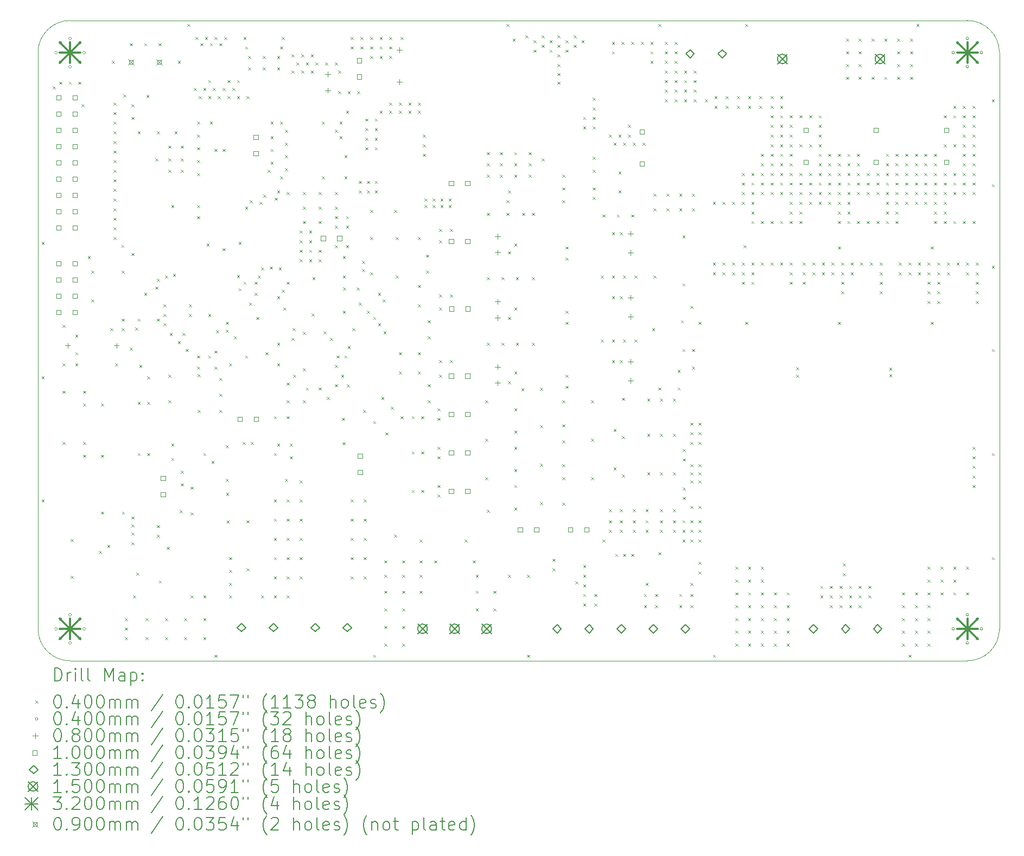
<source format=gbr>
%TF.GenerationSoftware,KiCad,Pcbnew,8.0.4*%
%TF.CreationDate,2024-09-01T17:29:25+03:00*%
%TF.ProjectId,STM32_Motor_Kit_v0.1,53544d33-325f-44d6-9f74-6f725f4b6974,rev?*%
%TF.SameCoordinates,Original*%
%TF.FileFunction,Drillmap*%
%TF.FilePolarity,Positive*%
%FSLAX45Y45*%
G04 Gerber Fmt 4.5, Leading zero omitted, Abs format (unit mm)*
G04 Created by KiCad (PCBNEW 8.0.4) date 2024-09-01 17:29:25*
%MOMM*%
%LPD*%
G01*
G04 APERTURE LIST*
%ADD10C,0.050000*%
%ADD11C,0.200000*%
%ADD12C,0.100000*%
%ADD13C,0.130000*%
%ADD14C,0.150000*%
%ADD15C,0.320000*%
G04 APERTURE END LIST*
D10*
X5000000Y-5500000D02*
G75*
G02*
X5500000Y-5000000I500000J0D01*
G01*
X19500000Y-15000000D02*
X5500000Y-15000000D01*
X5500000Y-5000000D02*
X19500000Y-5000000D01*
X5000000Y-14500000D02*
X5000000Y-5500000D01*
X20000000Y-14500000D02*
G75*
G02*
X19500000Y-15000000I-500000J0D01*
G01*
X5500000Y-15000000D02*
G75*
G02*
X5000000Y-14500000I0J500000D01*
G01*
X19500000Y-5000000D02*
G75*
G02*
X20000000Y-5500000I0J-500000D01*
G01*
X20000000Y-5500000D02*
X20000000Y-14500000D01*
D11*
D12*
X5055000Y-8455000D02*
X5095000Y-8495000D01*
X5095000Y-8455000D02*
X5055000Y-8495000D01*
X5055000Y-10555000D02*
X5095000Y-10595000D01*
X5095000Y-10555000D02*
X5055000Y-10595000D01*
X5055000Y-12480000D02*
X5095000Y-12520000D01*
X5095000Y-12480000D02*
X5055000Y-12520000D01*
X5230000Y-6030000D02*
X5270000Y-6070000D01*
X5270000Y-6030000D02*
X5230000Y-6070000D01*
X5330000Y-5955000D02*
X5370000Y-5995000D01*
X5370000Y-5955000D02*
X5330000Y-5995000D01*
X5380000Y-9755000D02*
X5420000Y-9795000D01*
X5420000Y-9755000D02*
X5380000Y-9795000D01*
X5380000Y-10355000D02*
X5420000Y-10395000D01*
X5420000Y-10355000D02*
X5380000Y-10395000D01*
X5380000Y-10780000D02*
X5420000Y-10820000D01*
X5420000Y-10780000D02*
X5380000Y-10820000D01*
X5380000Y-11580000D02*
X5420000Y-11620000D01*
X5420000Y-11580000D02*
X5380000Y-11620000D01*
X5480000Y-5955000D02*
X5520000Y-5995000D01*
X5520000Y-5955000D02*
X5480000Y-5995000D01*
X5510000Y-13095000D02*
X5550000Y-13135000D01*
X5550000Y-13095000D02*
X5510000Y-13135000D01*
X5510000Y-13670000D02*
X5550000Y-13710000D01*
X5550000Y-13670000D02*
X5510000Y-13710000D01*
X5580000Y-9905000D02*
X5620000Y-9945000D01*
X5620000Y-9905000D02*
X5580000Y-9945000D01*
X5580000Y-10180000D02*
X5620000Y-10220000D01*
X5620000Y-10180000D02*
X5580000Y-10220000D01*
X5580000Y-10355000D02*
X5620000Y-10395000D01*
X5620000Y-10355000D02*
X5580000Y-10395000D01*
X5630000Y-5955000D02*
X5670000Y-5995000D01*
X5670000Y-5955000D02*
X5630000Y-5995000D01*
X5680000Y-6305000D02*
X5720000Y-6345000D01*
X5720000Y-6305000D02*
X5680000Y-6345000D01*
X5705000Y-10780000D02*
X5745000Y-10820000D01*
X5745000Y-10780000D02*
X5705000Y-10820000D01*
X5705000Y-10980000D02*
X5745000Y-11020000D01*
X5745000Y-10980000D02*
X5705000Y-11020000D01*
X5705000Y-11580000D02*
X5745000Y-11620000D01*
X5745000Y-11580000D02*
X5705000Y-11620000D01*
X5705000Y-11780000D02*
X5745000Y-11820000D01*
X5745000Y-11780000D02*
X5705000Y-11820000D01*
X5775000Y-8680000D02*
X5815000Y-8720000D01*
X5815000Y-8680000D02*
X5775000Y-8720000D01*
X5830000Y-8905000D02*
X5870000Y-8945000D01*
X5870000Y-8905000D02*
X5830000Y-8945000D01*
X5830000Y-9355000D02*
X5870000Y-9395000D01*
X5870000Y-9355000D02*
X5830000Y-9395000D01*
X5950000Y-13280000D02*
X5990000Y-13320000D01*
X5990000Y-13280000D02*
X5950000Y-13320000D01*
X5980000Y-10980000D02*
X6020000Y-11020000D01*
X6020000Y-10980000D02*
X5980000Y-11020000D01*
X5980000Y-11780000D02*
X6020000Y-11820000D01*
X6020000Y-11780000D02*
X5980000Y-11820000D01*
X5985000Y-12670000D02*
X6025000Y-12710000D01*
X6025000Y-12670000D02*
X5985000Y-12710000D01*
X6080000Y-13190000D02*
X6120000Y-13230000D01*
X6120000Y-13190000D02*
X6080000Y-13230000D01*
X6130000Y-9805000D02*
X6170000Y-9845000D01*
X6170000Y-9805000D02*
X6130000Y-9845000D01*
X6155000Y-5630000D02*
X6195000Y-5670000D01*
X6195000Y-5630000D02*
X6155000Y-5670000D01*
X6180000Y-6280000D02*
X6220000Y-6320000D01*
X6220000Y-6280000D02*
X6180000Y-6320000D01*
X6180000Y-6430000D02*
X6220000Y-6470000D01*
X6220000Y-6430000D02*
X6180000Y-6470000D01*
X6180000Y-6580000D02*
X6220000Y-6620000D01*
X6220000Y-6580000D02*
X6180000Y-6620000D01*
X6180000Y-6730000D02*
X6220000Y-6770000D01*
X6220000Y-6730000D02*
X6180000Y-6770000D01*
X6180000Y-6880000D02*
X6220000Y-6920000D01*
X6220000Y-6880000D02*
X6180000Y-6920000D01*
X6180000Y-7030000D02*
X6220000Y-7070000D01*
X6220000Y-7030000D02*
X6180000Y-7070000D01*
X6180000Y-7180000D02*
X6220000Y-7220000D01*
X6220000Y-7180000D02*
X6180000Y-7220000D01*
X6180000Y-7330000D02*
X6220000Y-7370000D01*
X6220000Y-7330000D02*
X6180000Y-7370000D01*
X6180000Y-7480000D02*
X6220000Y-7520000D01*
X6220000Y-7480000D02*
X6180000Y-7520000D01*
X6180000Y-7630000D02*
X6220000Y-7670000D01*
X6220000Y-7630000D02*
X6180000Y-7670000D01*
X6180000Y-7780000D02*
X6220000Y-7820000D01*
X6220000Y-7780000D02*
X6180000Y-7820000D01*
X6180000Y-7930000D02*
X6220000Y-7970000D01*
X6220000Y-7930000D02*
X6180000Y-7970000D01*
X6180000Y-8080000D02*
X6220000Y-8120000D01*
X6220000Y-8080000D02*
X6180000Y-8120000D01*
X6180000Y-8230000D02*
X6220000Y-8270000D01*
X6220000Y-8230000D02*
X6180000Y-8270000D01*
X6180000Y-8380000D02*
X6220000Y-8420000D01*
X6220000Y-8380000D02*
X6180000Y-8420000D01*
X6205000Y-10355000D02*
X6245000Y-10395000D01*
X6245000Y-10355000D02*
X6205000Y-10395000D01*
X6299890Y-8504191D02*
X6339890Y-8544191D01*
X6339890Y-8504191D02*
X6299890Y-8544191D01*
X6305000Y-8905000D02*
X6345000Y-8945000D01*
X6345000Y-8905000D02*
X6305000Y-8945000D01*
X6305000Y-9655000D02*
X6345000Y-9695000D01*
X6345000Y-9655000D02*
X6305000Y-9695000D01*
X6305000Y-9805000D02*
X6345000Y-9845000D01*
X6345000Y-9805000D02*
X6305000Y-9845000D01*
X6310000Y-12670000D02*
X6350000Y-12710000D01*
X6350000Y-12670000D02*
X6310000Y-12710000D01*
X6330000Y-6155000D02*
X6370000Y-6195000D01*
X6370000Y-6155000D02*
X6330000Y-6195000D01*
X6355000Y-14330000D02*
X6395000Y-14370000D01*
X6395000Y-14330000D02*
X6355000Y-14370000D01*
X6355000Y-14480000D02*
X6395000Y-14520000D01*
X6395000Y-14480000D02*
X6355000Y-14520000D01*
X6355000Y-14630000D02*
X6395000Y-14670000D01*
X6395000Y-14630000D02*
X6355000Y-14670000D01*
X6430000Y-5355000D02*
X6470000Y-5395000D01*
X6470000Y-5355000D02*
X6430000Y-5395000D01*
X6430000Y-10105000D02*
X6470000Y-10145000D01*
X6470000Y-10105000D02*
X6430000Y-10145000D01*
X6455000Y-6305000D02*
X6495000Y-6345000D01*
X6495000Y-6305000D02*
X6455000Y-6345000D01*
X6455000Y-6505000D02*
X6495000Y-6545000D01*
X6495000Y-6505000D02*
X6455000Y-6545000D01*
X6455000Y-8630000D02*
X6495000Y-8670000D01*
X6495000Y-8630000D02*
X6455000Y-8670000D01*
X6460000Y-12745000D02*
X6500000Y-12785000D01*
X6500000Y-12745000D02*
X6460000Y-12785000D01*
X6460000Y-12870000D02*
X6500000Y-12910000D01*
X6500000Y-12870000D02*
X6460000Y-12910000D01*
X6460000Y-12995000D02*
X6500000Y-13035000D01*
X6500000Y-12995000D02*
X6460000Y-13035000D01*
X6460000Y-13145000D02*
X6500000Y-13185000D01*
X6500000Y-13145000D02*
X6460000Y-13185000D01*
X6480000Y-13980000D02*
X6520000Y-14020000D01*
X6520000Y-13980000D02*
X6480000Y-14020000D01*
X6517598Y-9797182D02*
X6557598Y-9837182D01*
X6557598Y-9797182D02*
X6517598Y-9837182D01*
X6535000Y-13620000D02*
X6575000Y-13660000D01*
X6575000Y-13620000D02*
X6535000Y-13660000D01*
X6555000Y-6730000D02*
X6595000Y-6770000D01*
X6595000Y-6730000D02*
X6555000Y-6770000D01*
X6555000Y-9655000D02*
X6595000Y-9695000D01*
X6595000Y-9655000D02*
X6555000Y-9695000D01*
X6555000Y-10955000D02*
X6595000Y-10995000D01*
X6595000Y-10955000D02*
X6555000Y-10995000D01*
X6555000Y-11755000D02*
X6595000Y-11795000D01*
X6595000Y-11755000D02*
X6555000Y-11795000D01*
X6580000Y-10380000D02*
X6620000Y-10420000D01*
X6620000Y-10380000D02*
X6580000Y-10420000D01*
X6655000Y-5355000D02*
X6695000Y-5395000D01*
X6695000Y-5355000D02*
X6655000Y-5395000D01*
X6655000Y-9255000D02*
X6695000Y-9295000D01*
X6695000Y-9255000D02*
X6655000Y-9295000D01*
X6680000Y-14330000D02*
X6720000Y-14370000D01*
X6720000Y-14330000D02*
X6680000Y-14370000D01*
X6680000Y-14630000D02*
X6720000Y-14670000D01*
X6720000Y-14630000D02*
X6680000Y-14670000D01*
X6690000Y-6165000D02*
X6730000Y-6205000D01*
X6730000Y-6165000D02*
X6690000Y-6205000D01*
X6705000Y-10555000D02*
X6745000Y-10595000D01*
X6745000Y-10555000D02*
X6705000Y-10595000D01*
X6705000Y-10955000D02*
X6745000Y-10995000D01*
X6745000Y-10955000D02*
X6705000Y-10995000D01*
X6705000Y-11755000D02*
X6745000Y-11795000D01*
X6745000Y-11755000D02*
X6705000Y-11795000D01*
X6830000Y-7155000D02*
X6870000Y-7195000D01*
X6870000Y-7155000D02*
X6830000Y-7195000D01*
X6830000Y-9155000D02*
X6870000Y-9195000D01*
X6870000Y-9155000D02*
X6830000Y-9195000D01*
X6855000Y-6730000D02*
X6895000Y-6770000D01*
X6895000Y-6730000D02*
X6855000Y-6770000D01*
X6855000Y-9030000D02*
X6895000Y-9070000D01*
X6895000Y-9030000D02*
X6855000Y-9070000D01*
X6855000Y-9655000D02*
X6895000Y-9695000D01*
X6895000Y-9655000D02*
X6855000Y-9695000D01*
X6855000Y-12880000D02*
X6895000Y-12920000D01*
X6895000Y-12880000D02*
X6855000Y-12920000D01*
X6855000Y-13030000D02*
X6895000Y-13070000D01*
X6895000Y-13030000D02*
X6855000Y-13070000D01*
X6880000Y-5355000D02*
X6920000Y-5395000D01*
X6920000Y-5355000D02*
X6880000Y-5395000D01*
X6885000Y-13745000D02*
X6925000Y-13785000D01*
X6925000Y-13745000D02*
X6885000Y-13785000D01*
X6955000Y-9430000D02*
X6995000Y-9470000D01*
X6995000Y-9430000D02*
X6955000Y-9470000D01*
X6955000Y-9580000D02*
X6995000Y-9620000D01*
X6995000Y-9580000D02*
X6955000Y-9620000D01*
X6955000Y-9730000D02*
X6995000Y-9770000D01*
X6995000Y-9730000D02*
X6955000Y-9770000D01*
X6980000Y-8980000D02*
X7020000Y-9020000D01*
X7020000Y-8980000D02*
X6980000Y-9020000D01*
X6980000Y-14330000D02*
X7020000Y-14370000D01*
X7020000Y-14330000D02*
X6980000Y-14370000D01*
X6980000Y-14630000D02*
X7020000Y-14670000D01*
X7020000Y-14630000D02*
X6980000Y-14670000D01*
X7010000Y-13220000D02*
X7050000Y-13260000D01*
X7050000Y-13220000D02*
X7010000Y-13260000D01*
X7030000Y-6955000D02*
X7070000Y-6995000D01*
X7070000Y-6955000D02*
X7030000Y-6995000D01*
X7030000Y-7155000D02*
X7070000Y-7195000D01*
X7070000Y-7155000D02*
X7030000Y-7195000D01*
X7030000Y-7330000D02*
X7070000Y-7370000D01*
X7070000Y-7330000D02*
X7030000Y-7370000D01*
X7030000Y-10530000D02*
X7070000Y-10570000D01*
X7070000Y-10530000D02*
X7030000Y-10570000D01*
X7030000Y-10930000D02*
X7070000Y-10970000D01*
X7070000Y-10930000D02*
X7030000Y-10970000D01*
X7055000Y-9880000D02*
X7095000Y-9920000D01*
X7095000Y-9880000D02*
X7055000Y-9920000D01*
X7080000Y-7880000D02*
X7120000Y-7920000D01*
X7120000Y-7880000D02*
X7080000Y-7920000D01*
X7080000Y-11605000D02*
X7120000Y-11645000D01*
X7120000Y-11605000D02*
X7080000Y-11645000D01*
X7080000Y-11830000D02*
X7120000Y-11870000D01*
X7120000Y-11830000D02*
X7080000Y-11870000D01*
X7105000Y-8955000D02*
X7145000Y-8995000D01*
X7145000Y-8955000D02*
X7105000Y-8995000D01*
X7130000Y-6730000D02*
X7170000Y-6770000D01*
X7170000Y-6730000D02*
X7130000Y-6770000D01*
X7180000Y-5630000D02*
X7220000Y-5670000D01*
X7220000Y-5630000D02*
X7180000Y-5670000D01*
X7180000Y-10005000D02*
X7220000Y-10045000D01*
X7220000Y-10005000D02*
X7180000Y-10045000D01*
X7210000Y-12645000D02*
X7250000Y-12685000D01*
X7250000Y-12645000D02*
X7210000Y-12685000D01*
X7230000Y-6955000D02*
X7270000Y-6995000D01*
X7270000Y-6955000D02*
X7230000Y-6995000D01*
X7230000Y-7155000D02*
X7270000Y-7195000D01*
X7270000Y-7155000D02*
X7230000Y-7195000D01*
X7230000Y-7330000D02*
X7270000Y-7370000D01*
X7270000Y-7330000D02*
X7230000Y-7370000D01*
X7230000Y-12030000D02*
X7270000Y-12070000D01*
X7270000Y-12030000D02*
X7230000Y-12070000D01*
X7230000Y-12230000D02*
X7270000Y-12270000D01*
X7270000Y-12230000D02*
X7230000Y-12270000D01*
X7255000Y-9880000D02*
X7295000Y-9920000D01*
X7295000Y-9880000D02*
X7255000Y-9920000D01*
X7280000Y-14330000D02*
X7320000Y-14370000D01*
X7320000Y-14330000D02*
X7280000Y-14370000D01*
X7280000Y-14630000D02*
X7320000Y-14670000D01*
X7320000Y-14630000D02*
X7280000Y-14670000D01*
X7305000Y-10130000D02*
X7345000Y-10170000D01*
X7345000Y-10130000D02*
X7305000Y-10170000D01*
X7330000Y-5055000D02*
X7370000Y-5095000D01*
X7370000Y-5055000D02*
X7330000Y-5095000D01*
X7355000Y-9430000D02*
X7395000Y-9470000D01*
X7395000Y-9430000D02*
X7355000Y-9470000D01*
X7355000Y-9580000D02*
X7395000Y-9620000D01*
X7395000Y-9580000D02*
X7355000Y-9620000D01*
X7380000Y-12280000D02*
X7420000Y-12320000D01*
X7420000Y-12280000D02*
X7380000Y-12320000D01*
X7380000Y-12680000D02*
X7420000Y-12720000D01*
X7420000Y-12680000D02*
X7380000Y-12720000D01*
X7380000Y-13980000D02*
X7420000Y-14020000D01*
X7420000Y-13980000D02*
X7380000Y-14020000D01*
X7430000Y-6055000D02*
X7470000Y-6095000D01*
X7470000Y-6055000D02*
X7430000Y-6095000D01*
X7455000Y-5255000D02*
X7495000Y-5295000D01*
X7495000Y-5255000D02*
X7455000Y-5295000D01*
X7480000Y-6580000D02*
X7520000Y-6620000D01*
X7520000Y-6580000D02*
X7480000Y-6620000D01*
X7480000Y-6780000D02*
X7520000Y-6820000D01*
X7520000Y-6780000D02*
X7480000Y-6820000D01*
X7480000Y-6980000D02*
X7520000Y-7020000D01*
X7520000Y-6980000D02*
X7480000Y-7020000D01*
X7480000Y-7180000D02*
X7520000Y-7220000D01*
X7520000Y-7180000D02*
X7480000Y-7220000D01*
X7480000Y-7380000D02*
X7520000Y-7420000D01*
X7520000Y-7380000D02*
X7480000Y-7420000D01*
X7480000Y-7880000D02*
X7520000Y-7920000D01*
X7520000Y-7880000D02*
X7480000Y-7920000D01*
X7480000Y-8055000D02*
X7520000Y-8095000D01*
X7520000Y-8055000D02*
X7480000Y-8095000D01*
X7480000Y-10230000D02*
X7520000Y-10270000D01*
X7520000Y-10230000D02*
X7480000Y-10270000D01*
X7480000Y-10405000D02*
X7520000Y-10445000D01*
X7520000Y-10405000D02*
X7480000Y-10445000D01*
X7491407Y-11080485D02*
X7531407Y-11120485D01*
X7531407Y-11080485D02*
X7491407Y-11120485D01*
X7493063Y-10524241D02*
X7533063Y-10564241D01*
X7533063Y-10524241D02*
X7493063Y-10564241D01*
X7505000Y-6180000D02*
X7545000Y-6220000D01*
X7545000Y-6180000D02*
X7505000Y-6220000D01*
X7530000Y-5355000D02*
X7570000Y-5395000D01*
X7570000Y-5355000D02*
X7530000Y-5395000D01*
X7580000Y-6055000D02*
X7620000Y-6095000D01*
X7620000Y-6055000D02*
X7580000Y-6095000D01*
X7580000Y-11755000D02*
X7620000Y-11795000D01*
X7620000Y-11755000D02*
X7580000Y-11795000D01*
X7580000Y-13980000D02*
X7620000Y-14020000D01*
X7620000Y-13980000D02*
X7580000Y-14020000D01*
X7580000Y-14330000D02*
X7620000Y-14370000D01*
X7620000Y-14330000D02*
X7580000Y-14370000D01*
X7580000Y-14630000D02*
X7620000Y-14670000D01*
X7620000Y-14630000D02*
X7580000Y-14670000D01*
X7605000Y-5255000D02*
X7645000Y-5295000D01*
X7645000Y-5255000D02*
X7605000Y-5295000D01*
X7630000Y-8480000D02*
X7670000Y-8520000D01*
X7670000Y-8480000D02*
X7630000Y-8520000D01*
X7655000Y-5930000D02*
X7695000Y-5970000D01*
X7695000Y-5930000D02*
X7655000Y-5970000D01*
X7655000Y-6180000D02*
X7695000Y-6220000D01*
X7695000Y-6180000D02*
X7655000Y-6220000D01*
X7655000Y-9580000D02*
X7695000Y-9620000D01*
X7695000Y-9580000D02*
X7655000Y-9620000D01*
X7655000Y-10230000D02*
X7695000Y-10270000D01*
X7695000Y-10230000D02*
X7655000Y-10270000D01*
X7680000Y-5355000D02*
X7720000Y-5395000D01*
X7720000Y-5355000D02*
X7680000Y-5395000D01*
X7680000Y-6580000D02*
X7720000Y-6620000D01*
X7720000Y-6580000D02*
X7680000Y-6620000D01*
X7705000Y-11880000D02*
X7745000Y-11920000D01*
X7745000Y-11880000D02*
X7705000Y-11920000D01*
X7730000Y-6055000D02*
X7770000Y-6095000D01*
X7770000Y-6055000D02*
X7730000Y-6095000D01*
X7755000Y-5255000D02*
X7795000Y-5295000D01*
X7795000Y-5255000D02*
X7755000Y-5295000D01*
X7755000Y-7005000D02*
X7795000Y-7045000D01*
X7795000Y-7005000D02*
X7755000Y-7045000D01*
X7755000Y-10155000D02*
X7795000Y-10195000D01*
X7795000Y-10155000D02*
X7755000Y-10195000D01*
X7755000Y-10405000D02*
X7795000Y-10445000D01*
X7795000Y-10405000D02*
X7755000Y-10445000D01*
X7755000Y-14905000D02*
X7795000Y-14945000D01*
X7795000Y-14905000D02*
X7755000Y-14945000D01*
X7775000Y-9840000D02*
X7815000Y-9880000D01*
X7815000Y-9840000D02*
X7775000Y-9880000D01*
X7805000Y-6180000D02*
X7845000Y-6220000D01*
X7845000Y-6180000D02*
X7805000Y-6220000D01*
X7830000Y-5355000D02*
X7870000Y-5395000D01*
X7870000Y-5355000D02*
X7830000Y-5395000D01*
X7830000Y-10580000D02*
X7870000Y-10620000D01*
X7870000Y-10580000D02*
X7830000Y-10620000D01*
X7830000Y-10830000D02*
X7870000Y-10870000D01*
X7870000Y-10830000D02*
X7830000Y-10870000D01*
X7830000Y-11080000D02*
X7870000Y-11120000D01*
X7870000Y-11080000D02*
X7830000Y-11120000D01*
X7880000Y-6055000D02*
X7920000Y-6095000D01*
X7920000Y-6055000D02*
X7880000Y-6095000D01*
X7880000Y-7005000D02*
X7920000Y-7045000D01*
X7920000Y-7005000D02*
X7880000Y-7045000D01*
X7880000Y-8555000D02*
X7920000Y-8595000D01*
X7920000Y-8555000D02*
X7880000Y-8595000D01*
X7905000Y-5255000D02*
X7945000Y-5295000D01*
X7945000Y-5255000D02*
X7905000Y-5295000D01*
X7930000Y-9705000D02*
X7970000Y-9745000D01*
X7970000Y-9705000D02*
X7930000Y-9745000D01*
X7930000Y-9830000D02*
X7970000Y-9870000D01*
X7970000Y-9830000D02*
X7930000Y-9870000D01*
X7930000Y-11630000D02*
X7970000Y-11670000D01*
X7970000Y-11630000D02*
X7930000Y-11670000D01*
X7930000Y-12155000D02*
X7970000Y-12195000D01*
X7970000Y-12155000D02*
X7930000Y-12195000D01*
X7933751Y-12376733D02*
X7973751Y-12416733D01*
X7973751Y-12376733D02*
X7933751Y-12416733D01*
X7943430Y-12807951D02*
X7983430Y-12847951D01*
X7983430Y-12807951D02*
X7943430Y-12847951D01*
X7955000Y-5930000D02*
X7995000Y-5970000D01*
X7995000Y-5930000D02*
X7955000Y-5970000D01*
X7955000Y-6180000D02*
X7995000Y-6220000D01*
X7995000Y-6180000D02*
X7955000Y-6220000D01*
X7980000Y-10355000D02*
X8020000Y-10395000D01*
X8020000Y-10355000D02*
X7980000Y-10395000D01*
X7980000Y-13380000D02*
X8020000Y-13420000D01*
X8020000Y-13380000D02*
X7980000Y-13420000D01*
X7980000Y-13580000D02*
X8020000Y-13620000D01*
X8020000Y-13580000D02*
X7980000Y-13620000D01*
X7980000Y-13780000D02*
X8020000Y-13820000D01*
X8020000Y-13780000D02*
X7980000Y-13820000D01*
X7980000Y-13980000D02*
X8020000Y-14020000D01*
X8020000Y-13980000D02*
X7980000Y-14020000D01*
X8030000Y-6055000D02*
X8070000Y-6095000D01*
X8070000Y-6055000D02*
X8030000Y-6095000D01*
X8055000Y-9930000D02*
X8095000Y-9970000D01*
X8095000Y-9930000D02*
X8055000Y-9970000D01*
X8105000Y-5930000D02*
X8145000Y-5970000D01*
X8145000Y-5930000D02*
X8105000Y-5970000D01*
X8105000Y-6180000D02*
X8145000Y-6220000D01*
X8145000Y-6180000D02*
X8105000Y-6220000D01*
X8105000Y-8975000D02*
X8145000Y-9015000D01*
X8145000Y-8975000D02*
X8105000Y-9015000D01*
X8130000Y-8455000D02*
X8170000Y-8495000D01*
X8170000Y-8455000D02*
X8130000Y-8495000D01*
X8130000Y-9180000D02*
X8170000Y-9220000D01*
X8170000Y-9180000D02*
X8130000Y-9220000D01*
X8191500Y-11580000D02*
X8231500Y-11620000D01*
X8231500Y-11580000D02*
X8191500Y-11620000D01*
X8205000Y-5255000D02*
X8245000Y-5295000D01*
X8245000Y-5255000D02*
X8205000Y-5295000D01*
X8205000Y-9080000D02*
X8245000Y-9120000D01*
X8245000Y-9080000D02*
X8205000Y-9120000D01*
X8230000Y-5405000D02*
X8270000Y-5445000D01*
X8270000Y-5405000D02*
X8230000Y-5445000D01*
X8230000Y-7905000D02*
X8270000Y-7945000D01*
X8270000Y-7905000D02*
X8230000Y-7945000D01*
X8230000Y-10230000D02*
X8270000Y-10270000D01*
X8270000Y-10230000D02*
X8230000Y-10270000D01*
X8255000Y-6180000D02*
X8295000Y-6220000D01*
X8295000Y-6180000D02*
X8255000Y-6220000D01*
X8255000Y-12805000D02*
X8295000Y-12845000D01*
X8295000Y-12805000D02*
X8255000Y-12845000D01*
X8255000Y-13555000D02*
X8295000Y-13595000D01*
X8295000Y-13555000D02*
X8255000Y-13595000D01*
X8280000Y-5555000D02*
X8320000Y-5595000D01*
X8320000Y-5555000D02*
X8280000Y-5595000D01*
X8280000Y-5730000D02*
X8320000Y-5770000D01*
X8320000Y-5730000D02*
X8280000Y-5770000D01*
X8292082Y-9402195D02*
X8332082Y-9442195D01*
X8332082Y-9402195D02*
X8292082Y-9442195D01*
X8305000Y-7805000D02*
X8345000Y-7845000D01*
X8345000Y-7805000D02*
X8305000Y-7845000D01*
X8318500Y-11580000D02*
X8358500Y-11620000D01*
X8358500Y-11580000D02*
X8318500Y-11620000D01*
X8380000Y-9080000D02*
X8420000Y-9120000D01*
X8420000Y-9080000D02*
X8380000Y-9120000D01*
X8380000Y-9255000D02*
X8420000Y-9295000D01*
X8420000Y-9255000D02*
X8380000Y-9295000D01*
X8405000Y-9630000D02*
X8445000Y-9670000D01*
X8445000Y-9630000D02*
X8405000Y-9670000D01*
X8430000Y-8980000D02*
X8470000Y-9020000D01*
X8470000Y-8980000D02*
X8430000Y-9020000D01*
X8455000Y-7830000D02*
X8495000Y-7870000D01*
X8495000Y-7830000D02*
X8455000Y-7870000D01*
X8480000Y-8855000D02*
X8520000Y-8895000D01*
X8520000Y-8855000D02*
X8480000Y-8895000D01*
X8480000Y-13980000D02*
X8520000Y-14020000D01*
X8520000Y-13980000D02*
X8480000Y-14020000D01*
X8505000Y-5555000D02*
X8545000Y-5595000D01*
X8545000Y-5555000D02*
X8505000Y-5595000D01*
X8505000Y-5730000D02*
X8545000Y-5770000D01*
X8545000Y-5730000D02*
X8505000Y-5770000D01*
X8517500Y-7717500D02*
X8557500Y-7757500D01*
X8557500Y-7717500D02*
X8517500Y-7757500D01*
X8550033Y-10180000D02*
X8590033Y-10220000D01*
X8590033Y-10180000D02*
X8550033Y-10220000D01*
X8580000Y-7330000D02*
X8620000Y-7370000D01*
X8620000Y-7330000D02*
X8580000Y-7370000D01*
X8617500Y-8842500D02*
X8657500Y-8882500D01*
X8657500Y-8842500D02*
X8617500Y-8882500D01*
X8630000Y-6580000D02*
X8670000Y-6620000D01*
X8670000Y-6580000D02*
X8630000Y-6620000D01*
X8630000Y-6805000D02*
X8670000Y-6845000D01*
X8670000Y-6805000D02*
X8630000Y-6845000D01*
X8630000Y-7005000D02*
X8670000Y-7045000D01*
X8670000Y-7005000D02*
X8630000Y-7045000D01*
X8630000Y-7205000D02*
X8670000Y-7245000D01*
X8670000Y-7205000D02*
X8630000Y-7245000D01*
X8680000Y-11180000D02*
X8720000Y-11220000D01*
X8720000Y-11180000D02*
X8680000Y-11220000D01*
X8680000Y-11755000D02*
X8720000Y-11795000D01*
X8720000Y-11755000D02*
X8680000Y-11795000D01*
X8680000Y-12480000D02*
X8720000Y-12520000D01*
X8720000Y-12480000D02*
X8680000Y-12520000D01*
X8680000Y-12780000D02*
X8720000Y-12820000D01*
X8720000Y-12780000D02*
X8680000Y-12820000D01*
X8680000Y-13080000D02*
X8720000Y-13120000D01*
X8720000Y-13080000D02*
X8680000Y-13120000D01*
X8680000Y-13380000D02*
X8720000Y-13420000D01*
X8720000Y-13380000D02*
X8680000Y-13420000D01*
X8680000Y-13680000D02*
X8720000Y-13720000D01*
X8720000Y-13680000D02*
X8680000Y-13720000D01*
X8680000Y-13980000D02*
X8720000Y-14020000D01*
X8720000Y-13980000D02*
X8680000Y-14020000D01*
X8692500Y-7767500D02*
X8732500Y-7807500D01*
X8732500Y-7767500D02*
X8692500Y-7807500D01*
X8730000Y-5555000D02*
X8770000Y-5595000D01*
X8770000Y-5555000D02*
X8730000Y-5595000D01*
X8730000Y-5730000D02*
X8770000Y-5770000D01*
X8770000Y-5730000D02*
X8730000Y-5770000D01*
X8730000Y-7655000D02*
X8770000Y-7695000D01*
X8770000Y-7655000D02*
X8730000Y-7695000D01*
X8730000Y-9305000D02*
X8770000Y-9345000D01*
X8770000Y-9305000D02*
X8730000Y-9345000D01*
X8730000Y-10030000D02*
X8770000Y-10070000D01*
X8770000Y-10030000D02*
X8730000Y-10070000D01*
X8730000Y-10355000D02*
X8770000Y-10395000D01*
X8770000Y-10355000D02*
X8730000Y-10395000D01*
X8730000Y-11605000D02*
X8770000Y-11645000D01*
X8770000Y-11605000D02*
X8730000Y-11645000D01*
X8755000Y-8855000D02*
X8795000Y-8895000D01*
X8795000Y-8855000D02*
X8755000Y-8895000D01*
X8780000Y-5405000D02*
X8820000Y-5445000D01*
X8820000Y-5405000D02*
X8780000Y-5445000D01*
X8780000Y-6580000D02*
X8820000Y-6620000D01*
X8820000Y-6580000D02*
X8780000Y-6620000D01*
X8780000Y-7430000D02*
X8820000Y-7470000D01*
X8820000Y-7430000D02*
X8780000Y-7470000D01*
X8805000Y-5255000D02*
X8845000Y-5295000D01*
X8845000Y-5255000D02*
X8805000Y-5295000D01*
X8805000Y-9205000D02*
X8845000Y-9245000D01*
X8845000Y-9205000D02*
X8805000Y-9245000D01*
X8830000Y-9480000D02*
X8870000Y-9520000D01*
X8870000Y-9480000D02*
X8830000Y-9520000D01*
X8855000Y-6705000D02*
X8895000Y-6745000D01*
X8895000Y-6705000D02*
X8855000Y-6745000D01*
X8855000Y-6905000D02*
X8895000Y-6945000D01*
X8895000Y-6905000D02*
X8855000Y-6945000D01*
X8855000Y-7105000D02*
X8895000Y-7145000D01*
X8895000Y-7105000D02*
X8855000Y-7145000D01*
X8855000Y-7305000D02*
X8895000Y-7345000D01*
X8895000Y-7305000D02*
X8855000Y-7345000D01*
X8855000Y-12155000D02*
X8895000Y-12195000D01*
X8895000Y-12155000D02*
X8855000Y-12195000D01*
X8880000Y-7680000D02*
X8920000Y-7720000D01*
X8920000Y-7680000D02*
X8880000Y-7720000D01*
X8880000Y-9080000D02*
X8920000Y-9120000D01*
X8920000Y-9080000D02*
X8880000Y-9120000D01*
X8880000Y-10655000D02*
X8920000Y-10695000D01*
X8920000Y-10655000D02*
X8880000Y-10695000D01*
X8880000Y-10930000D02*
X8920000Y-10970000D01*
X8920000Y-10930000D02*
X8880000Y-10970000D01*
X8880000Y-11180000D02*
X8920000Y-11220000D01*
X8920000Y-11180000D02*
X8880000Y-11220000D01*
X8880000Y-12480000D02*
X8920000Y-12520000D01*
X8920000Y-12480000D02*
X8880000Y-12520000D01*
X8880000Y-12780000D02*
X8920000Y-12820000D01*
X8920000Y-12780000D02*
X8880000Y-12820000D01*
X8880000Y-13080000D02*
X8920000Y-13120000D01*
X8920000Y-13080000D02*
X8880000Y-13120000D01*
X8880000Y-13380000D02*
X8920000Y-13420000D01*
X8920000Y-13380000D02*
X8880000Y-13420000D01*
X8880000Y-13680000D02*
X8920000Y-13720000D01*
X8920000Y-13680000D02*
X8880000Y-13720000D01*
X8880000Y-13980000D02*
X8920000Y-14020000D01*
X8920000Y-13980000D02*
X8880000Y-14020000D01*
X8930000Y-11605000D02*
X8970000Y-11645000D01*
X8970000Y-11605000D02*
X8930000Y-11645000D01*
X8930000Y-11805000D02*
X8970000Y-11845000D01*
X8970000Y-11805000D02*
X8930000Y-11845000D01*
X8955000Y-5530000D02*
X8995000Y-5570000D01*
X8995000Y-5530000D02*
X8955000Y-5570000D01*
X8955000Y-5780000D02*
X8995000Y-5820000D01*
X8995000Y-5780000D02*
X8955000Y-5820000D01*
X8955000Y-9955000D02*
X8995000Y-9995000D01*
X8995000Y-9955000D02*
X8955000Y-9995000D01*
X8970000Y-9805000D02*
X9010000Y-9845000D01*
X9010000Y-9805000D02*
X8970000Y-9845000D01*
X8980000Y-10530000D02*
X9020000Y-10570000D01*
X9020000Y-10530000D02*
X8980000Y-10570000D01*
X9030000Y-5655000D02*
X9070000Y-5695000D01*
X9070000Y-5655000D02*
X9030000Y-5695000D01*
X9080000Y-8280000D02*
X9120000Y-8320000D01*
X9120000Y-8280000D02*
X9080000Y-8320000D01*
X9080000Y-8430000D02*
X9120000Y-8470000D01*
X9120000Y-8430000D02*
X9080000Y-8470000D01*
X9080000Y-8580000D02*
X9120000Y-8620000D01*
X9120000Y-8580000D02*
X9080000Y-8620000D01*
X9080000Y-8730000D02*
X9120000Y-8770000D01*
X9120000Y-8730000D02*
X9080000Y-8770000D01*
X9080000Y-12180000D02*
X9120000Y-12220000D01*
X9120000Y-12180000D02*
X9080000Y-12220000D01*
X9080000Y-12480000D02*
X9120000Y-12520000D01*
X9120000Y-12480000D02*
X9080000Y-12520000D01*
X9080000Y-12780000D02*
X9120000Y-12820000D01*
X9120000Y-12780000D02*
X9080000Y-12820000D01*
X9080000Y-13080000D02*
X9120000Y-13120000D01*
X9120000Y-13080000D02*
X9080000Y-13120000D01*
X9080000Y-13380000D02*
X9120000Y-13420000D01*
X9120000Y-13380000D02*
X9080000Y-13420000D01*
X9080000Y-13680000D02*
X9120000Y-13720000D01*
X9120000Y-13680000D02*
X9080000Y-13720000D01*
X9105000Y-5530000D02*
X9145000Y-5570000D01*
X9145000Y-5530000D02*
X9105000Y-5570000D01*
X9105000Y-5780000D02*
X9145000Y-5820000D01*
X9145000Y-5780000D02*
X9105000Y-5820000D01*
X9130000Y-7680000D02*
X9170000Y-7720000D01*
X9170000Y-7680000D02*
X9130000Y-7720000D01*
X9130000Y-7905000D02*
X9170000Y-7945000D01*
X9170000Y-7905000D02*
X9130000Y-7945000D01*
X9130000Y-8130000D02*
X9170000Y-8170000D01*
X9170000Y-8130000D02*
X9130000Y-8170000D01*
X9130000Y-10430000D02*
X9170000Y-10470000D01*
X9170000Y-10430000D02*
X9130000Y-10470000D01*
X9130000Y-10930000D02*
X9170000Y-10970000D01*
X9170000Y-10930000D02*
X9130000Y-10970000D01*
X9135000Y-9860000D02*
X9175000Y-9900000D01*
X9175000Y-9860000D02*
X9135000Y-9900000D01*
X9180000Y-5655000D02*
X9220000Y-5695000D01*
X9220000Y-5655000D02*
X9180000Y-5695000D01*
X9180000Y-10730000D02*
X9220000Y-10770000D01*
X9220000Y-10730000D02*
X9180000Y-10770000D01*
X9230000Y-8280000D02*
X9270000Y-8320000D01*
X9270000Y-8280000D02*
X9230000Y-8320000D01*
X9230000Y-8430000D02*
X9270000Y-8470000D01*
X9270000Y-8430000D02*
X9230000Y-8470000D01*
X9230000Y-8580000D02*
X9270000Y-8620000D01*
X9270000Y-8580000D02*
X9230000Y-8620000D01*
X9230000Y-8730000D02*
X9270000Y-8770000D01*
X9270000Y-8730000D02*
X9230000Y-8770000D01*
X9255000Y-5530000D02*
X9295000Y-5570000D01*
X9295000Y-5530000D02*
X9255000Y-5570000D01*
X9255000Y-5780000D02*
X9295000Y-5820000D01*
X9295000Y-5780000D02*
X9255000Y-5820000D01*
X9268611Y-9572990D02*
X9308611Y-9612990D01*
X9308611Y-9572990D02*
X9268611Y-9612990D01*
X9280000Y-9005000D02*
X9320000Y-9045000D01*
X9320000Y-9005000D02*
X9280000Y-9045000D01*
X9330000Y-5655000D02*
X9370000Y-5695000D01*
X9370000Y-5655000D02*
X9330000Y-5695000D01*
X9380000Y-7680000D02*
X9420000Y-7720000D01*
X9420000Y-7680000D02*
X9380000Y-7720000D01*
X9380000Y-7905000D02*
X9420000Y-7945000D01*
X9420000Y-7905000D02*
X9380000Y-7945000D01*
X9380000Y-8130000D02*
X9420000Y-8170000D01*
X9420000Y-8130000D02*
X9380000Y-8170000D01*
X9380000Y-8580000D02*
X9420000Y-8620000D01*
X9420000Y-8580000D02*
X9380000Y-8620000D01*
X9380000Y-8730000D02*
X9420000Y-8770000D01*
X9420000Y-8730000D02*
X9380000Y-8770000D01*
X9380000Y-10730000D02*
X9420000Y-10770000D01*
X9420000Y-10730000D02*
X9380000Y-10770000D01*
X9430000Y-6580000D02*
X9470000Y-6620000D01*
X9470000Y-6580000D02*
X9430000Y-6620000D01*
X9430000Y-7430000D02*
X9470000Y-7470000D01*
X9470000Y-7430000D02*
X9430000Y-7470000D01*
X9455000Y-9855000D02*
X9495000Y-9895000D01*
X9495000Y-9855000D02*
X9455000Y-9895000D01*
X9480000Y-5655000D02*
X9520000Y-5695000D01*
X9520000Y-5655000D02*
X9480000Y-5695000D01*
X9505000Y-10880000D02*
X9545000Y-10920000D01*
X9545000Y-10880000D02*
X9505000Y-10920000D01*
X9555000Y-9955000D02*
X9595000Y-9995000D01*
X9595000Y-9955000D02*
X9555000Y-9995000D01*
X9630000Y-5655000D02*
X9670000Y-5695000D01*
X9670000Y-5655000D02*
X9630000Y-5695000D01*
X9630000Y-6705000D02*
X9670000Y-6745000D01*
X9670000Y-6705000D02*
X9630000Y-6745000D01*
X9630000Y-7680000D02*
X9670000Y-7720000D01*
X9670000Y-7680000D02*
X9630000Y-7720000D01*
X9630000Y-7905000D02*
X9670000Y-7945000D01*
X9670000Y-7905000D02*
X9630000Y-7945000D01*
X9630000Y-8055000D02*
X9670000Y-8095000D01*
X9670000Y-8055000D02*
X9630000Y-8095000D01*
X9630000Y-8205000D02*
X9670000Y-8245000D01*
X9670000Y-8205000D02*
X9630000Y-8245000D01*
X9630000Y-8505000D02*
X9670000Y-8545000D01*
X9670000Y-8505000D02*
X9630000Y-8545000D01*
X9630000Y-10380000D02*
X9670000Y-10420000D01*
X9670000Y-10380000D02*
X9630000Y-10420000D01*
X9630000Y-10680000D02*
X9670000Y-10720000D01*
X9670000Y-10680000D02*
X9630000Y-10720000D01*
X9655000Y-10230000D02*
X9695000Y-10270000D01*
X9695000Y-10230000D02*
X9655000Y-10270000D01*
X9680000Y-5780000D02*
X9720000Y-5820000D01*
X9720000Y-5780000D02*
X9680000Y-5820000D01*
X9680000Y-6105000D02*
X9720000Y-6145000D01*
X9720000Y-6105000D02*
X9680000Y-6145000D01*
X9705000Y-6580000D02*
X9745000Y-6620000D01*
X9745000Y-6580000D02*
X9705000Y-6620000D01*
X9705000Y-6805000D02*
X9745000Y-6845000D01*
X9745000Y-6805000D02*
X9705000Y-6845000D01*
X9730000Y-10530000D02*
X9770000Y-10570000D01*
X9770000Y-10530000D02*
X9730000Y-10570000D01*
X9745000Y-11205000D02*
X9785000Y-11245000D01*
X9785000Y-11205000D02*
X9745000Y-11245000D01*
X9750000Y-11585000D02*
X9790000Y-11625000D01*
X9790000Y-11585000D02*
X9750000Y-11625000D01*
X9755000Y-8680000D02*
X9795000Y-8720000D01*
X9795000Y-8680000D02*
X9755000Y-8720000D01*
X9755000Y-8980000D02*
X9795000Y-9020000D01*
X9795000Y-8980000D02*
X9755000Y-9020000D01*
X9755000Y-9530000D02*
X9795000Y-9570000D01*
X9795000Y-9530000D02*
X9755000Y-9570000D01*
X9760178Y-9168268D02*
X9800178Y-9208268D01*
X9800178Y-9168268D02*
X9760178Y-9208268D01*
X9780000Y-7105000D02*
X9820000Y-7145000D01*
X9820000Y-7105000D02*
X9780000Y-7145000D01*
X9780000Y-7430000D02*
X9820000Y-7470000D01*
X9820000Y-7430000D02*
X9780000Y-7470000D01*
X9780000Y-10230000D02*
X9820000Y-10270000D01*
X9820000Y-10230000D02*
X9780000Y-10270000D01*
X9805000Y-6405000D02*
X9845000Y-6445000D01*
X9845000Y-6405000D02*
X9805000Y-6445000D01*
X9805000Y-8055000D02*
X9845000Y-8095000D01*
X9845000Y-8055000D02*
X9805000Y-8095000D01*
X9805000Y-8205000D02*
X9845000Y-8245000D01*
X9845000Y-8205000D02*
X9805000Y-8245000D01*
X9805000Y-8505000D02*
X9845000Y-8545000D01*
X9845000Y-8505000D02*
X9805000Y-8545000D01*
X9818835Y-10681215D02*
X9858835Y-10721215D01*
X9858835Y-10681215D02*
X9818835Y-10721215D01*
X9830000Y-6105000D02*
X9870000Y-6145000D01*
X9870000Y-6105000D02*
X9830000Y-6145000D01*
X9830000Y-10080000D02*
X9870000Y-10120000D01*
X9870000Y-10080000D02*
X9830000Y-10120000D01*
X9880000Y-5255000D02*
X9920000Y-5295000D01*
X9920000Y-5255000D02*
X9880000Y-5295000D01*
X9880000Y-5405000D02*
X9920000Y-5445000D01*
X9920000Y-5405000D02*
X9880000Y-5445000D01*
X9880000Y-12480000D02*
X9920000Y-12520000D01*
X9920000Y-12480000D02*
X9880000Y-12520000D01*
X9880000Y-12780000D02*
X9920000Y-12820000D01*
X9920000Y-12780000D02*
X9880000Y-12820000D01*
X9880000Y-13080000D02*
X9920000Y-13120000D01*
X9920000Y-13080000D02*
X9880000Y-13120000D01*
X9880000Y-13380000D02*
X9920000Y-13420000D01*
X9920000Y-13380000D02*
X9880000Y-13420000D01*
X9880000Y-13680000D02*
X9920000Y-13720000D01*
X9920000Y-13680000D02*
X9880000Y-13720000D01*
X9905000Y-9805000D02*
X9945000Y-9845000D01*
X9945000Y-9805000D02*
X9905000Y-9845000D01*
X9969780Y-9166960D02*
X10009780Y-9206960D01*
X10009780Y-9166960D02*
X9969780Y-9206960D01*
X9980000Y-6105000D02*
X10020000Y-6145000D01*
X10020000Y-6105000D02*
X9980000Y-6145000D01*
X10005000Y-7505000D02*
X10045000Y-7545000D01*
X10045000Y-7505000D02*
X10005000Y-7545000D01*
X10005000Y-7655000D02*
X10045000Y-7695000D01*
X10045000Y-7655000D02*
X10005000Y-7695000D01*
X10005000Y-9405000D02*
X10045000Y-9445000D01*
X10045000Y-9405000D02*
X10005000Y-9445000D01*
X10030000Y-5255000D02*
X10070000Y-5295000D01*
X10070000Y-5255000D02*
X10030000Y-5295000D01*
X10030000Y-5405000D02*
X10070000Y-5445000D01*
X10070000Y-5405000D02*
X10030000Y-5445000D01*
X10055000Y-8755000D02*
X10095000Y-8795000D01*
X10095000Y-8755000D02*
X10055000Y-8795000D01*
X10055000Y-8880000D02*
X10095000Y-8920000D01*
X10095000Y-8880000D02*
X10055000Y-8920000D01*
X10070664Y-11080884D02*
X10110664Y-11120884D01*
X10110664Y-11080884D02*
X10070664Y-11120884D01*
X10080000Y-12480000D02*
X10120000Y-12520000D01*
X10120000Y-12480000D02*
X10080000Y-12520000D01*
X10080000Y-12780000D02*
X10120000Y-12820000D01*
X10120000Y-12780000D02*
X10080000Y-12820000D01*
X10080000Y-13080000D02*
X10120000Y-13120000D01*
X10120000Y-13080000D02*
X10080000Y-13120000D01*
X10080000Y-13380000D02*
X10120000Y-13420000D01*
X10120000Y-13380000D02*
X10080000Y-13420000D01*
X10080000Y-13680000D02*
X10120000Y-13720000D01*
X10120000Y-13680000D02*
X10080000Y-13720000D01*
X10105000Y-6530000D02*
X10145000Y-6570000D01*
X10145000Y-6530000D02*
X10105000Y-6570000D01*
X10105000Y-6680000D02*
X10145000Y-6720000D01*
X10145000Y-6680000D02*
X10105000Y-6720000D01*
X10105000Y-6830000D02*
X10145000Y-6870000D01*
X10145000Y-6830000D02*
X10105000Y-6870000D01*
X10105000Y-6980000D02*
X10145000Y-7020000D01*
X10145000Y-6980000D02*
X10105000Y-7020000D01*
X10130000Y-7505000D02*
X10170000Y-7545000D01*
X10170000Y-7505000D02*
X10130000Y-7545000D01*
X10130000Y-7655000D02*
X10170000Y-7695000D01*
X10170000Y-7655000D02*
X10130000Y-7695000D01*
X10130000Y-9530000D02*
X10170000Y-9570000D01*
X10170000Y-9530000D02*
X10130000Y-9570000D01*
X10180000Y-5255000D02*
X10220000Y-5295000D01*
X10220000Y-5255000D02*
X10180000Y-5295000D01*
X10180000Y-5405000D02*
X10220000Y-5445000D01*
X10220000Y-5405000D02*
X10180000Y-5445000D01*
X10180000Y-5555000D02*
X10220000Y-5595000D01*
X10220000Y-5555000D02*
X10180000Y-5595000D01*
X10180000Y-7955000D02*
X10220000Y-7995000D01*
X10220000Y-7955000D02*
X10180000Y-7995000D01*
X10180000Y-8380000D02*
X10220000Y-8420000D01*
X10220000Y-8380000D02*
X10180000Y-8420000D01*
X10180000Y-8930000D02*
X10220000Y-8970000D01*
X10220000Y-8930000D02*
X10180000Y-8970000D01*
X10230000Y-9630000D02*
X10270000Y-9670000D01*
X10270000Y-9630000D02*
X10230000Y-9670000D01*
X10230000Y-11255000D02*
X10270000Y-11295000D01*
X10270000Y-11255000D02*
X10230000Y-11295000D01*
X10230000Y-14905000D02*
X10270000Y-14945000D01*
X10270000Y-14905000D02*
X10230000Y-14945000D01*
X10255000Y-6530000D02*
X10295000Y-6570000D01*
X10295000Y-6530000D02*
X10255000Y-6570000D01*
X10255000Y-6680000D02*
X10295000Y-6720000D01*
X10295000Y-6680000D02*
X10255000Y-6720000D01*
X10255000Y-6830000D02*
X10295000Y-6870000D01*
X10295000Y-6830000D02*
X10255000Y-6870000D01*
X10255000Y-6980000D02*
X10295000Y-7020000D01*
X10295000Y-6980000D02*
X10255000Y-7020000D01*
X10255000Y-7505000D02*
X10295000Y-7545000D01*
X10295000Y-7505000D02*
X10255000Y-7545000D01*
X10255000Y-7655000D02*
X10295000Y-7695000D01*
X10295000Y-7655000D02*
X10255000Y-7695000D01*
X10305000Y-9255000D02*
X10345000Y-9295000D01*
X10345000Y-9255000D02*
X10305000Y-9295000D01*
X10305000Y-9730000D02*
X10345000Y-9770000D01*
X10345000Y-9730000D02*
X10305000Y-9770000D01*
X10330000Y-5255000D02*
X10370000Y-5295000D01*
X10370000Y-5255000D02*
X10330000Y-5295000D01*
X10330000Y-5405000D02*
X10370000Y-5445000D01*
X10370000Y-5405000D02*
X10330000Y-5445000D01*
X10330000Y-5555000D02*
X10370000Y-5595000D01*
X10370000Y-5555000D02*
X10330000Y-5595000D01*
X10330000Y-6405000D02*
X10370000Y-6445000D01*
X10370000Y-6405000D02*
X10330000Y-6445000D01*
X10355000Y-10880000D02*
X10395000Y-10920000D01*
X10395000Y-10880000D02*
X10355000Y-10920000D01*
X10380000Y-9355000D02*
X10420000Y-9395000D01*
X10420000Y-9355000D02*
X10380000Y-9395000D01*
X10389670Y-9850953D02*
X10429670Y-9890953D01*
X10429670Y-9850953D02*
X10389670Y-9890953D01*
X10405000Y-13430000D02*
X10445000Y-13470000D01*
X10445000Y-13430000D02*
X10405000Y-13470000D01*
X10405000Y-13655000D02*
X10445000Y-13695000D01*
X10445000Y-13655000D02*
X10405000Y-13695000D01*
X10405000Y-13905000D02*
X10445000Y-13945000D01*
X10445000Y-13905000D02*
X10405000Y-13945000D01*
X10405000Y-14180000D02*
X10445000Y-14220000D01*
X10445000Y-14180000D02*
X10405000Y-14220000D01*
X10405000Y-14455000D02*
X10445000Y-14495000D01*
X10445000Y-14455000D02*
X10405000Y-14495000D01*
X10405000Y-14730000D02*
X10445000Y-14770000D01*
X10445000Y-14730000D02*
X10405000Y-14770000D01*
X10419079Y-11432167D02*
X10459079Y-11472167D01*
X10459079Y-11432167D02*
X10419079Y-11472167D01*
X10480000Y-5255000D02*
X10520000Y-5295000D01*
X10520000Y-5255000D02*
X10480000Y-5295000D01*
X10480000Y-5405000D02*
X10520000Y-5445000D01*
X10520000Y-5405000D02*
X10480000Y-5445000D01*
X10480000Y-5555000D02*
X10520000Y-5595000D01*
X10520000Y-5555000D02*
X10480000Y-5595000D01*
X10480000Y-6280000D02*
X10520000Y-6320000D01*
X10520000Y-6280000D02*
X10480000Y-6320000D01*
X10480000Y-6405000D02*
X10520000Y-6445000D01*
X10520000Y-6405000D02*
X10480000Y-6445000D01*
X10505000Y-11030000D02*
X10545000Y-11070000D01*
X10545000Y-11030000D02*
X10505000Y-11070000D01*
X10555000Y-7955000D02*
X10595000Y-7995000D01*
X10595000Y-7955000D02*
X10555000Y-7995000D01*
X10555000Y-13030000D02*
X10595000Y-13070000D01*
X10595000Y-13030000D02*
X10555000Y-13070000D01*
X10580000Y-8380000D02*
X10620000Y-8420000D01*
X10620000Y-8380000D02*
X10580000Y-8420000D01*
X10580000Y-8980000D02*
X10620000Y-9020000D01*
X10620000Y-8980000D02*
X10580000Y-9020000D01*
X10630000Y-6280000D02*
X10670000Y-6320000D01*
X10670000Y-6280000D02*
X10630000Y-6320000D01*
X10630000Y-6405000D02*
X10670000Y-6445000D01*
X10670000Y-6405000D02*
X10630000Y-6445000D01*
X10630000Y-10180000D02*
X10670000Y-10220000D01*
X10670000Y-10180000D02*
X10630000Y-10220000D01*
X10630000Y-10480000D02*
X10670000Y-10520000D01*
X10670000Y-10480000D02*
X10630000Y-10520000D01*
X10655000Y-5255000D02*
X10695000Y-5295000D01*
X10695000Y-5255000D02*
X10655000Y-5295000D01*
X10655000Y-11180000D02*
X10695000Y-11220000D01*
X10695000Y-11180000D02*
X10655000Y-11220000D01*
X10680000Y-13430000D02*
X10720000Y-13470000D01*
X10720000Y-13430000D02*
X10680000Y-13470000D01*
X10680000Y-13655000D02*
X10720000Y-13695000D01*
X10720000Y-13655000D02*
X10680000Y-13695000D01*
X10680000Y-13905000D02*
X10720000Y-13945000D01*
X10720000Y-13905000D02*
X10680000Y-13945000D01*
X10680000Y-14180000D02*
X10720000Y-14220000D01*
X10720000Y-14180000D02*
X10680000Y-14220000D01*
X10680000Y-14455000D02*
X10720000Y-14495000D01*
X10720000Y-14455000D02*
X10680000Y-14495000D01*
X10680000Y-14730000D02*
X10720000Y-14770000D01*
X10720000Y-14730000D02*
X10680000Y-14770000D01*
X10780000Y-6280000D02*
X10820000Y-6320000D01*
X10820000Y-6280000D02*
X10780000Y-6320000D01*
X10780000Y-6405000D02*
X10820000Y-6445000D01*
X10820000Y-6405000D02*
X10780000Y-6445000D01*
X10830000Y-11180000D02*
X10870000Y-11220000D01*
X10870000Y-11180000D02*
X10830000Y-11220000D01*
X10830000Y-11730000D02*
X10870000Y-11770000D01*
X10870000Y-11730000D02*
X10830000Y-11770000D01*
X10830000Y-12330000D02*
X10870000Y-12370000D01*
X10870000Y-12330000D02*
X10830000Y-12370000D01*
X10930000Y-6280000D02*
X10970000Y-6320000D01*
X10970000Y-6280000D02*
X10930000Y-6320000D01*
X10930000Y-6405000D02*
X10970000Y-6445000D01*
X10970000Y-6405000D02*
X10930000Y-6445000D01*
X10930000Y-8380000D02*
X10970000Y-8420000D01*
X10970000Y-8380000D02*
X10930000Y-8420000D01*
X10930000Y-9130000D02*
X10970000Y-9170000D01*
X10970000Y-9130000D02*
X10930000Y-9170000D01*
X10930000Y-9430000D02*
X10970000Y-9470000D01*
X10970000Y-9430000D02*
X10930000Y-9470000D01*
X10930000Y-10180000D02*
X10970000Y-10220000D01*
X10970000Y-10180000D02*
X10930000Y-10220000D01*
X10930000Y-10480000D02*
X10970000Y-10520000D01*
X10970000Y-10480000D02*
X10930000Y-10520000D01*
X10955000Y-13105000D02*
X10995000Y-13145000D01*
X10995000Y-13105000D02*
X10955000Y-13145000D01*
X10955000Y-13430000D02*
X10995000Y-13470000D01*
X10995000Y-13430000D02*
X10955000Y-13470000D01*
X10955000Y-13655000D02*
X10995000Y-13695000D01*
X10995000Y-13655000D02*
X10955000Y-13695000D01*
X10955000Y-13905000D02*
X10995000Y-13945000D01*
X10995000Y-13905000D02*
X10955000Y-13945000D01*
X10980000Y-11180000D02*
X11020000Y-11220000D01*
X11020000Y-11180000D02*
X10980000Y-11220000D01*
X10980000Y-11730000D02*
X11020000Y-11770000D01*
X11020000Y-11730000D02*
X10980000Y-11770000D01*
X10980000Y-12330000D02*
X11020000Y-12370000D01*
X11020000Y-12330000D02*
X10980000Y-12370000D01*
X11005000Y-6780000D02*
X11045000Y-6820000D01*
X11045000Y-6780000D02*
X11005000Y-6820000D01*
X11005000Y-6930000D02*
X11045000Y-6970000D01*
X11045000Y-6930000D02*
X11005000Y-6970000D01*
X11005000Y-7080000D02*
X11045000Y-7120000D01*
X11045000Y-7080000D02*
X11005000Y-7120000D01*
X11030000Y-7780000D02*
X11070000Y-7820000D01*
X11070000Y-7780000D02*
X11030000Y-7820000D01*
X11030000Y-7880000D02*
X11070000Y-7920000D01*
X11070000Y-7880000D02*
X11030000Y-7920000D01*
X11055000Y-8655000D02*
X11095000Y-8695000D01*
X11095000Y-8655000D02*
X11055000Y-8695000D01*
X11055000Y-8905000D02*
X11095000Y-8945000D01*
X11095000Y-8905000D02*
X11055000Y-8945000D01*
X11080000Y-9680000D02*
X11120000Y-9720000D01*
X11120000Y-9680000D02*
X11080000Y-9720000D01*
X11080000Y-9930000D02*
X11120000Y-9970000D01*
X11120000Y-9930000D02*
X11080000Y-9970000D01*
X11080000Y-10680000D02*
X11120000Y-10720000D01*
X11120000Y-10680000D02*
X11080000Y-10720000D01*
X11080000Y-10930000D02*
X11120000Y-10970000D01*
X11120000Y-10930000D02*
X11080000Y-10970000D01*
X11155000Y-7780000D02*
X11195000Y-7820000D01*
X11195000Y-7780000D02*
X11155000Y-7820000D01*
X11155000Y-7880000D02*
X11195000Y-7920000D01*
X11195000Y-7880000D02*
X11155000Y-7920000D01*
X11180000Y-13430000D02*
X11220000Y-13470000D01*
X11220000Y-13430000D02*
X11180000Y-13470000D01*
X11230000Y-11055000D02*
X11270000Y-11095000D01*
X11270000Y-11055000D02*
X11230000Y-11095000D01*
X11230000Y-11205000D02*
X11270000Y-11245000D01*
X11270000Y-11205000D02*
X11230000Y-11245000D01*
X11230000Y-11655000D02*
X11270000Y-11695000D01*
X11270000Y-11655000D02*
X11230000Y-11695000D01*
X11230000Y-11805000D02*
X11270000Y-11845000D01*
X11270000Y-11805000D02*
X11230000Y-11845000D01*
X11230000Y-12255000D02*
X11270000Y-12295000D01*
X11270000Y-12255000D02*
X11230000Y-12295000D01*
X11230000Y-12405000D02*
X11270000Y-12445000D01*
X11270000Y-12405000D02*
X11230000Y-12445000D01*
X11255000Y-8255000D02*
X11295000Y-8295000D01*
X11295000Y-8255000D02*
X11255000Y-8295000D01*
X11255000Y-8430000D02*
X11295000Y-8470000D01*
X11295000Y-8430000D02*
X11255000Y-8470000D01*
X11255000Y-9280000D02*
X11295000Y-9320000D01*
X11295000Y-9280000D02*
X11255000Y-9320000D01*
X11255000Y-9480000D02*
X11295000Y-9520000D01*
X11295000Y-9480000D02*
X11255000Y-9520000D01*
X11255000Y-10305000D02*
X11295000Y-10345000D01*
X11295000Y-10305000D02*
X11255000Y-10345000D01*
X11255000Y-10530000D02*
X11295000Y-10570000D01*
X11295000Y-10530000D02*
X11255000Y-10570000D01*
X11280000Y-7780000D02*
X11320000Y-7820000D01*
X11320000Y-7780000D02*
X11280000Y-7820000D01*
X11280000Y-7880000D02*
X11320000Y-7920000D01*
X11320000Y-7880000D02*
X11280000Y-7920000D01*
X11405000Y-7780000D02*
X11445000Y-7820000D01*
X11445000Y-7780000D02*
X11405000Y-7820000D01*
X11405000Y-7880000D02*
X11445000Y-7920000D01*
X11445000Y-7880000D02*
X11405000Y-7920000D01*
X11430000Y-8255000D02*
X11470000Y-8295000D01*
X11470000Y-8255000D02*
X11430000Y-8295000D01*
X11430000Y-9280000D02*
X11470000Y-9320000D01*
X11470000Y-9280000D02*
X11430000Y-9320000D01*
X11430000Y-10305000D02*
X11470000Y-10345000D01*
X11470000Y-10305000D02*
X11430000Y-10345000D01*
X11655000Y-13105000D02*
X11695000Y-13145000D01*
X11695000Y-13105000D02*
X11655000Y-13145000D01*
X11780000Y-13430000D02*
X11820000Y-13470000D01*
X11820000Y-13430000D02*
X11780000Y-13470000D01*
X11830000Y-13655000D02*
X11870000Y-13695000D01*
X11870000Y-13655000D02*
X11830000Y-13695000D01*
X11830000Y-13905000D02*
X11870000Y-13945000D01*
X11870000Y-13905000D02*
X11830000Y-13945000D01*
X11830000Y-14180000D02*
X11870000Y-14220000D01*
X11870000Y-14180000D02*
X11830000Y-14220000D01*
X11980000Y-10930000D02*
X12020000Y-10970000D01*
X12020000Y-10930000D02*
X11980000Y-10970000D01*
X11980000Y-11530000D02*
X12020000Y-11570000D01*
X12020000Y-11530000D02*
X11980000Y-11570000D01*
X11980000Y-12130000D02*
X12020000Y-12170000D01*
X12020000Y-12130000D02*
X11980000Y-12170000D01*
X12005000Y-7055000D02*
X12045000Y-7095000D01*
X12045000Y-7055000D02*
X12005000Y-7095000D01*
X12005000Y-7230000D02*
X12045000Y-7270000D01*
X12045000Y-7230000D02*
X12005000Y-7270000D01*
X12005000Y-7405000D02*
X12045000Y-7445000D01*
X12045000Y-7405000D02*
X12005000Y-7445000D01*
X12005000Y-8005000D02*
X12045000Y-8045000D01*
X12045000Y-8005000D02*
X12005000Y-8045000D01*
X12005000Y-9005000D02*
X12045000Y-9045000D01*
X12045000Y-9005000D02*
X12005000Y-9045000D01*
X12005000Y-10030000D02*
X12045000Y-10070000D01*
X12045000Y-10030000D02*
X12005000Y-10070000D01*
X12005000Y-12638284D02*
X12045000Y-12678284D01*
X12045000Y-12638284D02*
X12005000Y-12678284D01*
X12105000Y-13905000D02*
X12145000Y-13945000D01*
X12145000Y-13905000D02*
X12105000Y-13945000D01*
X12105000Y-14180000D02*
X12145000Y-14220000D01*
X12145000Y-14180000D02*
X12105000Y-14220000D01*
X12205000Y-7055000D02*
X12245000Y-7095000D01*
X12245000Y-7055000D02*
X12205000Y-7095000D01*
X12205000Y-7230000D02*
X12245000Y-7270000D01*
X12245000Y-7230000D02*
X12205000Y-7270000D01*
X12205000Y-7405000D02*
X12245000Y-7445000D01*
X12245000Y-7405000D02*
X12205000Y-7445000D01*
X12230000Y-9005000D02*
X12270000Y-9045000D01*
X12270000Y-9005000D02*
X12230000Y-9045000D01*
X12230000Y-10030000D02*
X12270000Y-10070000D01*
X12270000Y-10030000D02*
X12230000Y-10070000D01*
X12305000Y-5055000D02*
X12345000Y-5095000D01*
X12345000Y-5055000D02*
X12305000Y-5095000D01*
X12305000Y-7805000D02*
X12345000Y-7845000D01*
X12345000Y-7805000D02*
X12305000Y-7845000D01*
X12305000Y-8005000D02*
X12345000Y-8045000D01*
X12345000Y-8005000D02*
X12305000Y-8045000D01*
X12330000Y-7655000D02*
X12370000Y-7695000D01*
X12370000Y-7655000D02*
X12330000Y-7695000D01*
X12330000Y-8605000D02*
X12370000Y-8645000D01*
X12370000Y-8605000D02*
X12330000Y-8645000D01*
X12330000Y-9630000D02*
X12370000Y-9670000D01*
X12370000Y-9630000D02*
X12330000Y-9670000D01*
X12330000Y-10630000D02*
X12370000Y-10670000D01*
X12370000Y-10630000D02*
X12330000Y-10670000D01*
X12330000Y-13655000D02*
X12370000Y-13695000D01*
X12370000Y-13655000D02*
X12330000Y-13695000D01*
X12405000Y-5280000D02*
X12445000Y-5320000D01*
X12445000Y-5280000D02*
X12405000Y-5320000D01*
X12430000Y-7055000D02*
X12470000Y-7095000D01*
X12470000Y-7055000D02*
X12430000Y-7095000D01*
X12430000Y-7230000D02*
X12470000Y-7270000D01*
X12470000Y-7230000D02*
X12430000Y-7270000D01*
X12430000Y-7405000D02*
X12470000Y-7445000D01*
X12470000Y-7405000D02*
X12430000Y-7445000D01*
X12430000Y-8480000D02*
X12470000Y-8520000D01*
X12470000Y-8480000D02*
X12430000Y-8520000D01*
X12430000Y-9480000D02*
X12470000Y-9520000D01*
X12470000Y-9480000D02*
X12430000Y-9520000D01*
X12430000Y-10480000D02*
X12470000Y-10520000D01*
X12470000Y-10480000D02*
X12430000Y-10520000D01*
X12430000Y-11055000D02*
X12470000Y-11095000D01*
X12470000Y-11055000D02*
X12430000Y-11095000D01*
X12430000Y-11405000D02*
X12470000Y-11445000D01*
X12470000Y-11405000D02*
X12430000Y-11445000D01*
X12430000Y-11655000D02*
X12470000Y-11695000D01*
X12470000Y-11655000D02*
X12430000Y-11695000D01*
X12430000Y-12005000D02*
X12470000Y-12045000D01*
X12470000Y-12005000D02*
X12430000Y-12045000D01*
X12430000Y-12255000D02*
X12470000Y-12295000D01*
X12470000Y-12255000D02*
X12430000Y-12295000D01*
X12430000Y-12605000D02*
X12470000Y-12645000D01*
X12470000Y-12605000D02*
X12430000Y-12645000D01*
X12455000Y-9005000D02*
X12495000Y-9045000D01*
X12495000Y-9005000D02*
X12455000Y-9045000D01*
X12455000Y-10030000D02*
X12495000Y-10070000D01*
X12495000Y-10030000D02*
X12455000Y-10070000D01*
X12540000Y-10740000D02*
X12580000Y-10780000D01*
X12580000Y-10740000D02*
X12540000Y-10780000D01*
X12555000Y-8005000D02*
X12595000Y-8045000D01*
X12595000Y-8005000D02*
X12555000Y-8045000D01*
X12605000Y-5230000D02*
X12645000Y-5270000D01*
X12645000Y-5230000D02*
X12605000Y-5270000D01*
X12630000Y-13655000D02*
X12670000Y-13695000D01*
X12670000Y-13655000D02*
X12630000Y-13695000D01*
X12630000Y-14905000D02*
X12670000Y-14945000D01*
X12670000Y-14905000D02*
X12630000Y-14945000D01*
X12655000Y-7055000D02*
X12695000Y-7095000D01*
X12695000Y-7055000D02*
X12655000Y-7095000D01*
X12655000Y-7230000D02*
X12695000Y-7270000D01*
X12695000Y-7230000D02*
X12655000Y-7270000D01*
X12655000Y-7405000D02*
X12695000Y-7445000D01*
X12695000Y-7405000D02*
X12655000Y-7445000D01*
X12705000Y-8005000D02*
X12745000Y-8045000D01*
X12745000Y-8005000D02*
X12705000Y-8045000D01*
X12705000Y-9005000D02*
X12745000Y-9045000D01*
X12745000Y-9005000D02*
X12705000Y-9045000D01*
X12705000Y-10030000D02*
X12745000Y-10070000D01*
X12745000Y-10030000D02*
X12705000Y-10070000D01*
X12730000Y-5305000D02*
X12770000Y-5345000D01*
X12770000Y-5305000D02*
X12730000Y-5345000D01*
X12730000Y-5455000D02*
X12770000Y-5495000D01*
X12770000Y-5455000D02*
X12730000Y-5495000D01*
X12830000Y-10735000D02*
X12870000Y-10775000D01*
X12870000Y-10735000D02*
X12830000Y-10775000D01*
X12830000Y-11320500D02*
X12870000Y-11360500D01*
X12870000Y-11320500D02*
X12830000Y-11360500D01*
X12830000Y-11920500D02*
X12870000Y-11960500D01*
X12870000Y-11920500D02*
X12830000Y-11960500D01*
X12830000Y-12520500D02*
X12870000Y-12560500D01*
X12870000Y-12520500D02*
X12830000Y-12560500D01*
X12855000Y-5230000D02*
X12895000Y-5270000D01*
X12895000Y-5230000D02*
X12855000Y-5270000D01*
X12855000Y-5380000D02*
X12895000Y-5420000D01*
X12895000Y-5380000D02*
X12855000Y-5420000D01*
X12855000Y-7155000D02*
X12895000Y-7195000D01*
X12895000Y-7155000D02*
X12855000Y-7195000D01*
X12980000Y-5305000D02*
X13020000Y-5345000D01*
X13020000Y-5305000D02*
X12980000Y-5345000D01*
X12980000Y-5455000D02*
X13020000Y-5495000D01*
X13020000Y-5455000D02*
X12980000Y-5495000D01*
X13030000Y-13405000D02*
X13070000Y-13445000D01*
X13070000Y-13405000D02*
X13030000Y-13445000D01*
X13030000Y-13555000D02*
X13070000Y-13595000D01*
X13070000Y-13555000D02*
X13030000Y-13595000D01*
X13105000Y-5230000D02*
X13145000Y-5270000D01*
X13145000Y-5230000D02*
X13105000Y-5270000D01*
X13105000Y-5380000D02*
X13145000Y-5420000D01*
X13145000Y-5380000D02*
X13105000Y-5420000D01*
X13105000Y-5530000D02*
X13145000Y-5570000D01*
X13145000Y-5530000D02*
X13105000Y-5570000D01*
X13105000Y-5680000D02*
X13145000Y-5720000D01*
X13145000Y-5680000D02*
X13105000Y-5720000D01*
X13105000Y-5820000D02*
X13145000Y-5860000D01*
X13145000Y-5820000D02*
X13105000Y-5860000D01*
X13105000Y-5955000D02*
X13145000Y-5995000D01*
X13145000Y-5955000D02*
X13105000Y-5995000D01*
X13180000Y-7405000D02*
X13220000Y-7445000D01*
X13220000Y-7405000D02*
X13180000Y-7445000D01*
X13180000Y-7605000D02*
X13220000Y-7645000D01*
X13220000Y-7605000D02*
X13180000Y-7645000D01*
X13180000Y-7805000D02*
X13220000Y-7845000D01*
X13220000Y-7805000D02*
X13180000Y-7845000D01*
X13180000Y-10930000D02*
X13220000Y-10970000D01*
X13220000Y-10930000D02*
X13180000Y-10970000D01*
X13180000Y-11305000D02*
X13220000Y-11345000D01*
X13220000Y-11305000D02*
X13180000Y-11345000D01*
X13180000Y-11555000D02*
X13220000Y-11595000D01*
X13220000Y-11555000D02*
X13180000Y-11595000D01*
X13180000Y-11930000D02*
X13220000Y-11970000D01*
X13220000Y-11930000D02*
X13180000Y-11970000D01*
X13180000Y-12130000D02*
X13220000Y-12170000D01*
X13220000Y-12130000D02*
X13180000Y-12170000D01*
X13180000Y-12530000D02*
X13220000Y-12570000D01*
X13220000Y-12530000D02*
X13180000Y-12570000D01*
X13230000Y-5305000D02*
X13270000Y-5345000D01*
X13270000Y-5305000D02*
X13230000Y-5345000D01*
X13230000Y-5455000D02*
X13270000Y-5495000D01*
X13270000Y-5455000D02*
X13230000Y-5495000D01*
X13230000Y-8530000D02*
X13270000Y-8570000D01*
X13270000Y-8530000D02*
X13230000Y-8570000D01*
X13230000Y-8705000D02*
X13270000Y-8745000D01*
X13270000Y-8705000D02*
X13230000Y-8745000D01*
X13230000Y-9530000D02*
X13270000Y-9570000D01*
X13270000Y-9530000D02*
X13230000Y-9570000D01*
X13230000Y-9705000D02*
X13270000Y-9745000D01*
X13270000Y-9705000D02*
X13230000Y-9745000D01*
X13230000Y-10530000D02*
X13270000Y-10570000D01*
X13270000Y-10530000D02*
X13230000Y-10570000D01*
X13230000Y-10705000D02*
X13270000Y-10745000D01*
X13270000Y-10705000D02*
X13230000Y-10745000D01*
X13355000Y-5230000D02*
X13395000Y-5270000D01*
X13395000Y-5230000D02*
X13355000Y-5270000D01*
X13355000Y-5380000D02*
X13395000Y-5420000D01*
X13395000Y-5380000D02*
X13355000Y-5420000D01*
X13380000Y-13755000D02*
X13420000Y-13795000D01*
X13420000Y-13755000D02*
X13380000Y-13795000D01*
X13480000Y-5305000D02*
X13520000Y-5345000D01*
X13520000Y-5305000D02*
X13480000Y-5345000D01*
X13505000Y-6505000D02*
X13545000Y-6545000D01*
X13545000Y-6505000D02*
X13505000Y-6545000D01*
X13505000Y-6655000D02*
X13545000Y-6695000D01*
X13545000Y-6655000D02*
X13505000Y-6695000D01*
X13505000Y-13505000D02*
X13545000Y-13545000D01*
X13545000Y-13505000D02*
X13505000Y-13545000D01*
X13505000Y-13655000D02*
X13545000Y-13695000D01*
X13545000Y-13655000D02*
X13505000Y-13695000D01*
X13505000Y-13805000D02*
X13545000Y-13845000D01*
X13545000Y-13805000D02*
X13505000Y-13845000D01*
X13505000Y-13955000D02*
X13545000Y-13995000D01*
X13545000Y-13955000D02*
X13505000Y-13995000D01*
X13505000Y-14105000D02*
X13545000Y-14145000D01*
X13545000Y-14105000D02*
X13505000Y-14145000D01*
X13630000Y-10930000D02*
X13670000Y-10970000D01*
X13670000Y-10930000D02*
X13630000Y-10970000D01*
X13630000Y-11530000D02*
X13670000Y-11570000D01*
X13670000Y-11530000D02*
X13630000Y-11570000D01*
X13630000Y-12130000D02*
X13670000Y-12170000D01*
X13670000Y-12130000D02*
X13630000Y-12170000D01*
X13655000Y-6205000D02*
X13695000Y-6245000D01*
X13695000Y-6205000D02*
X13655000Y-6245000D01*
X13655000Y-6355000D02*
X13695000Y-6395000D01*
X13695000Y-6355000D02*
X13655000Y-6395000D01*
X13655000Y-6505000D02*
X13695000Y-6545000D01*
X13695000Y-6505000D02*
X13655000Y-6545000D01*
X13655000Y-6655000D02*
X13695000Y-6695000D01*
X13695000Y-6655000D02*
X13655000Y-6695000D01*
X13655000Y-7130000D02*
X13695000Y-7170000D01*
X13695000Y-7130000D02*
X13655000Y-7170000D01*
X13655000Y-7330000D02*
X13695000Y-7370000D01*
X13695000Y-7330000D02*
X13655000Y-7370000D01*
X13655000Y-7605000D02*
X13695000Y-7645000D01*
X13695000Y-7605000D02*
X13655000Y-7645000D01*
X13655000Y-7755000D02*
X13695000Y-7795000D01*
X13695000Y-7755000D02*
X13655000Y-7795000D01*
X13680000Y-13955000D02*
X13720000Y-13995000D01*
X13720000Y-13955000D02*
X13680000Y-13995000D01*
X13680000Y-14105000D02*
X13720000Y-14145000D01*
X13720000Y-14105000D02*
X13680000Y-14145000D01*
X13780000Y-8980000D02*
X13820000Y-9020000D01*
X13820000Y-8980000D02*
X13780000Y-9020000D01*
X13780000Y-9980000D02*
X13820000Y-10020000D01*
X13820000Y-9980000D02*
X13780000Y-10020000D01*
X13805000Y-8030000D02*
X13845000Y-8070000D01*
X13845000Y-8030000D02*
X13805000Y-8070000D01*
X13805000Y-13105000D02*
X13845000Y-13145000D01*
X13845000Y-13105000D02*
X13805000Y-13145000D01*
X13905000Y-6780000D02*
X13945000Y-6820000D01*
X13945000Y-6780000D02*
X13905000Y-6820000D01*
X13905000Y-12630000D02*
X13945000Y-12670000D01*
X13945000Y-12630000D02*
X13905000Y-12670000D01*
X13905000Y-12805000D02*
X13945000Y-12845000D01*
X13945000Y-12805000D02*
X13905000Y-12845000D01*
X13905000Y-12955000D02*
X13945000Y-12995000D01*
X13945000Y-12955000D02*
X13905000Y-12995000D01*
X13955000Y-5330000D02*
X13995000Y-5370000D01*
X13995000Y-5330000D02*
X13955000Y-5370000D01*
X13955000Y-5480000D02*
X13995000Y-5520000D01*
X13995000Y-5480000D02*
X13955000Y-5520000D01*
X13955000Y-8305000D02*
X13995000Y-8345000D01*
X13995000Y-8305000D02*
X13955000Y-8345000D01*
X13955000Y-8980000D02*
X13995000Y-9020000D01*
X13995000Y-8980000D02*
X13955000Y-9020000D01*
X13955000Y-9305000D02*
X13995000Y-9345000D01*
X13995000Y-9305000D02*
X13955000Y-9345000D01*
X13955000Y-9980000D02*
X13995000Y-10020000D01*
X13995000Y-9980000D02*
X13955000Y-10020000D01*
X13955000Y-10305000D02*
X13995000Y-10345000D01*
X13995000Y-10305000D02*
X13955000Y-10345000D01*
X13980000Y-6905000D02*
X14020000Y-6945000D01*
X14020000Y-6905000D02*
X13980000Y-6945000D01*
X13980000Y-11380000D02*
X14020000Y-11420000D01*
X14020000Y-11380000D02*
X13980000Y-11420000D01*
X13980000Y-11980000D02*
X14020000Y-12020000D01*
X14020000Y-11980000D02*
X13980000Y-12020000D01*
X14005000Y-13330000D02*
X14045000Y-13370000D01*
X14045000Y-13330000D02*
X14005000Y-13370000D01*
X14030000Y-8030000D02*
X14070000Y-8070000D01*
X14070000Y-8030000D02*
X14030000Y-8070000D01*
X14055000Y-6780000D02*
X14095000Y-6820000D01*
X14095000Y-6780000D02*
X14055000Y-6820000D01*
X14055000Y-7355000D02*
X14095000Y-7395000D01*
X14095000Y-7355000D02*
X14055000Y-7395000D01*
X14055000Y-7655000D02*
X14095000Y-7695000D01*
X14095000Y-7655000D02*
X14055000Y-7695000D01*
X14080000Y-8305000D02*
X14120000Y-8345000D01*
X14120000Y-8305000D02*
X14080000Y-8345000D01*
X14080000Y-9305000D02*
X14120000Y-9345000D01*
X14120000Y-9305000D02*
X14080000Y-9345000D01*
X14080000Y-10305000D02*
X14120000Y-10345000D01*
X14120000Y-10305000D02*
X14080000Y-10345000D01*
X14080000Y-12630000D02*
X14120000Y-12670000D01*
X14120000Y-12630000D02*
X14080000Y-12670000D01*
X14080000Y-12805000D02*
X14120000Y-12845000D01*
X14120000Y-12805000D02*
X14080000Y-12845000D01*
X14080000Y-12955000D02*
X14120000Y-12995000D01*
X14120000Y-12955000D02*
X14080000Y-12995000D01*
X14105000Y-5330000D02*
X14145000Y-5370000D01*
X14145000Y-5330000D02*
X14105000Y-5370000D01*
X14110000Y-10890000D02*
X14150000Y-10930000D01*
X14150000Y-10890000D02*
X14110000Y-10930000D01*
X14110000Y-11490000D02*
X14150000Y-11530000D01*
X14150000Y-11490000D02*
X14110000Y-11530000D01*
X14110000Y-12090000D02*
X14150000Y-12130000D01*
X14150000Y-12090000D02*
X14110000Y-12130000D01*
X14130000Y-6905000D02*
X14170000Y-6945000D01*
X14170000Y-6905000D02*
X14130000Y-6945000D01*
X14130000Y-8980000D02*
X14170000Y-9020000D01*
X14170000Y-8980000D02*
X14130000Y-9020000D01*
X14130000Y-9980000D02*
X14170000Y-10020000D01*
X14170000Y-9980000D02*
X14130000Y-10020000D01*
X14130000Y-13330000D02*
X14170000Y-13370000D01*
X14170000Y-13330000D02*
X14130000Y-13370000D01*
X14205000Y-6630000D02*
X14245000Y-6670000D01*
X14245000Y-6630000D02*
X14205000Y-6670000D01*
X14205000Y-6780000D02*
X14245000Y-6820000D01*
X14245000Y-6780000D02*
X14205000Y-6820000D01*
X14255000Y-5330000D02*
X14295000Y-5370000D01*
X14295000Y-5330000D02*
X14255000Y-5370000D01*
X14255000Y-8030000D02*
X14295000Y-8070000D01*
X14295000Y-8030000D02*
X14255000Y-8070000D01*
X14255000Y-13330000D02*
X14295000Y-13370000D01*
X14295000Y-13330000D02*
X14255000Y-13370000D01*
X14280000Y-6905000D02*
X14320000Y-6945000D01*
X14320000Y-6905000D02*
X14280000Y-6945000D01*
X14280000Y-12630000D02*
X14320000Y-12670000D01*
X14320000Y-12630000D02*
X14280000Y-12670000D01*
X14280000Y-12805000D02*
X14320000Y-12845000D01*
X14320000Y-12805000D02*
X14280000Y-12845000D01*
X14280000Y-12955000D02*
X14320000Y-12995000D01*
X14320000Y-12955000D02*
X14280000Y-12995000D01*
X14305000Y-8980000D02*
X14345000Y-9020000D01*
X14345000Y-8980000D02*
X14305000Y-9020000D01*
X14305000Y-9980000D02*
X14345000Y-10020000D01*
X14345000Y-9980000D02*
X14305000Y-10020000D01*
X14405000Y-5330000D02*
X14445000Y-5370000D01*
X14445000Y-5330000D02*
X14405000Y-5370000D01*
X14430000Y-6905000D02*
X14470000Y-6945000D01*
X14470000Y-6905000D02*
X14430000Y-6945000D01*
X14455000Y-13955000D02*
X14495000Y-13995000D01*
X14495000Y-13955000D02*
X14455000Y-13995000D01*
X14455000Y-14130000D02*
X14495000Y-14170000D01*
X14495000Y-14130000D02*
X14455000Y-14170000D01*
X14480000Y-12630000D02*
X14520000Y-12670000D01*
X14520000Y-12630000D02*
X14480000Y-12670000D01*
X14480000Y-12805000D02*
X14520000Y-12845000D01*
X14520000Y-12805000D02*
X14480000Y-12845000D01*
X14480000Y-12955000D02*
X14520000Y-12995000D01*
X14520000Y-12955000D02*
X14480000Y-12995000D01*
X14480000Y-13780000D02*
X14520000Y-13820000D01*
X14520000Y-13780000D02*
X14480000Y-13820000D01*
X14505000Y-10905000D02*
X14545000Y-10945000D01*
X14545000Y-10905000D02*
X14505000Y-10945000D01*
X14505000Y-11455000D02*
X14545000Y-11495000D01*
X14545000Y-11455000D02*
X14505000Y-11495000D01*
X14505000Y-12055000D02*
X14545000Y-12095000D01*
X14545000Y-12055000D02*
X14505000Y-12095000D01*
X14555000Y-5330000D02*
X14595000Y-5370000D01*
X14595000Y-5330000D02*
X14555000Y-5370000D01*
X14555000Y-5480000D02*
X14595000Y-5520000D01*
X14595000Y-5480000D02*
X14555000Y-5520000D01*
X14555000Y-5630000D02*
X14595000Y-5670000D01*
X14595000Y-5630000D02*
X14555000Y-5670000D01*
X14580000Y-9805000D02*
X14620000Y-9845000D01*
X14620000Y-9805000D02*
X14580000Y-9845000D01*
X14605000Y-7705000D02*
X14645000Y-7745000D01*
X14645000Y-7705000D02*
X14605000Y-7745000D01*
X14605000Y-7930000D02*
X14645000Y-7970000D01*
X14645000Y-7930000D02*
X14605000Y-7970000D01*
X14605000Y-8980000D02*
X14645000Y-9020000D01*
X14645000Y-8980000D02*
X14605000Y-9020000D01*
X14630000Y-13955000D02*
X14670000Y-13995000D01*
X14670000Y-13955000D02*
X14630000Y-13995000D01*
X14630000Y-14130000D02*
X14670000Y-14170000D01*
X14670000Y-14130000D02*
X14630000Y-14170000D01*
X14680000Y-5055000D02*
X14720000Y-5095000D01*
X14720000Y-5055000D02*
X14680000Y-5095000D01*
X14680000Y-10730000D02*
X14720000Y-10770000D01*
X14720000Y-10730000D02*
X14680000Y-10770000D01*
X14680000Y-13305000D02*
X14720000Y-13345000D01*
X14720000Y-13305000D02*
X14680000Y-13345000D01*
X14705000Y-10905000D02*
X14745000Y-10945000D01*
X14745000Y-10905000D02*
X14705000Y-10945000D01*
X14705000Y-11455000D02*
X14745000Y-11495000D01*
X14745000Y-11455000D02*
X14705000Y-11495000D01*
X14705000Y-12055000D02*
X14745000Y-12095000D01*
X14745000Y-12055000D02*
X14705000Y-12095000D01*
X14705000Y-12630000D02*
X14745000Y-12670000D01*
X14745000Y-12630000D02*
X14705000Y-12670000D01*
X14705000Y-12805000D02*
X14745000Y-12845000D01*
X14745000Y-12805000D02*
X14705000Y-12845000D01*
X14705000Y-12955000D02*
X14745000Y-12995000D01*
X14745000Y-12955000D02*
X14705000Y-12995000D01*
X14780000Y-5330000D02*
X14820000Y-5370000D01*
X14820000Y-5330000D02*
X14780000Y-5370000D01*
X14780000Y-5480000D02*
X14820000Y-5520000D01*
X14820000Y-5480000D02*
X14780000Y-5520000D01*
X14780000Y-5630000D02*
X14820000Y-5670000D01*
X14820000Y-5630000D02*
X14780000Y-5670000D01*
X14780000Y-5780000D02*
X14820000Y-5820000D01*
X14820000Y-5780000D02*
X14780000Y-5820000D01*
X14780000Y-5930000D02*
X14820000Y-5970000D01*
X14820000Y-5930000D02*
X14780000Y-5970000D01*
X14780000Y-6080000D02*
X14820000Y-6120000D01*
X14820000Y-6080000D02*
X14780000Y-6120000D01*
X14780000Y-6230000D02*
X14820000Y-6270000D01*
X14820000Y-6230000D02*
X14780000Y-6270000D01*
X14805000Y-7705000D02*
X14845000Y-7745000D01*
X14845000Y-7705000D02*
X14805000Y-7745000D01*
X14805000Y-7930000D02*
X14845000Y-7970000D01*
X14845000Y-7930000D02*
X14805000Y-7970000D01*
X14905000Y-10905000D02*
X14945000Y-10945000D01*
X14945000Y-10905000D02*
X14905000Y-10945000D01*
X14905000Y-11455000D02*
X14945000Y-11495000D01*
X14945000Y-11455000D02*
X14905000Y-11495000D01*
X14905000Y-12055000D02*
X14945000Y-12095000D01*
X14945000Y-12055000D02*
X14905000Y-12095000D01*
X14905000Y-12630000D02*
X14945000Y-12670000D01*
X14945000Y-12630000D02*
X14905000Y-12670000D01*
X14905000Y-12805000D02*
X14945000Y-12845000D01*
X14945000Y-12805000D02*
X14905000Y-12845000D01*
X14905000Y-12955000D02*
X14945000Y-12995000D01*
X14945000Y-12955000D02*
X14905000Y-12995000D01*
X14930000Y-5330000D02*
X14970000Y-5370000D01*
X14970000Y-5330000D02*
X14930000Y-5370000D01*
X14930000Y-5480000D02*
X14970000Y-5520000D01*
X14970000Y-5480000D02*
X14930000Y-5520000D01*
X14930000Y-5630000D02*
X14970000Y-5670000D01*
X14970000Y-5630000D02*
X14930000Y-5670000D01*
X14930000Y-5780000D02*
X14970000Y-5820000D01*
X14970000Y-5780000D02*
X14930000Y-5820000D01*
X14930000Y-5930000D02*
X14970000Y-5970000D01*
X14970000Y-5930000D02*
X14930000Y-5970000D01*
X14930000Y-6080000D02*
X14970000Y-6120000D01*
X14970000Y-6080000D02*
X14930000Y-6120000D01*
X14930000Y-6230000D02*
X14970000Y-6270000D01*
X14970000Y-6230000D02*
X14930000Y-6270000D01*
X14980000Y-10455000D02*
X15020000Y-10495000D01*
X15020000Y-10455000D02*
X14980000Y-10495000D01*
X14980000Y-10730000D02*
X15020000Y-10770000D01*
X15020000Y-10730000D02*
X14980000Y-10770000D01*
X15005000Y-7705000D02*
X15045000Y-7745000D01*
X15045000Y-7705000D02*
X15005000Y-7745000D01*
X15005000Y-7930000D02*
X15045000Y-7970000D01*
X15045000Y-7930000D02*
X15005000Y-7970000D01*
X15005000Y-13955000D02*
X15045000Y-13995000D01*
X15045000Y-13955000D02*
X15005000Y-13995000D01*
X15005000Y-14130000D02*
X15045000Y-14170000D01*
X15045000Y-14130000D02*
X15005000Y-14170000D01*
X15030000Y-9680000D02*
X15070000Y-9720000D01*
X15070000Y-9680000D02*
X15030000Y-9720000D01*
X15055000Y-8355000D02*
X15095000Y-8395000D01*
X15095000Y-8355000D02*
X15055000Y-8395000D01*
X15055000Y-9105000D02*
X15095000Y-9145000D01*
X15095000Y-9105000D02*
X15055000Y-9145000D01*
X15055000Y-10130000D02*
X15095000Y-10170000D01*
X15095000Y-10130000D02*
X15055000Y-10170000D01*
X15055000Y-12805000D02*
X15095000Y-12845000D01*
X15095000Y-12805000D02*
X15055000Y-12845000D01*
X15055000Y-12955000D02*
X15095000Y-12995000D01*
X15095000Y-12955000D02*
X15055000Y-12995000D01*
X15055000Y-13105000D02*
X15095000Y-13145000D01*
X15095000Y-13105000D02*
X15055000Y-13145000D01*
X15060000Y-11690000D02*
X15100000Y-11730000D01*
X15100000Y-11690000D02*
X15060000Y-11730000D01*
X15060000Y-11840000D02*
X15100000Y-11880000D01*
X15100000Y-11840000D02*
X15060000Y-11880000D01*
X15060000Y-12290000D02*
X15100000Y-12330000D01*
X15100000Y-12290000D02*
X15060000Y-12330000D01*
X15060000Y-12440000D02*
X15100000Y-12480000D01*
X15100000Y-12440000D02*
X15060000Y-12480000D01*
X15080000Y-5780000D02*
X15120000Y-5820000D01*
X15120000Y-5780000D02*
X15080000Y-5820000D01*
X15080000Y-5930000D02*
X15120000Y-5970000D01*
X15120000Y-5930000D02*
X15080000Y-5970000D01*
X15080000Y-6080000D02*
X15120000Y-6120000D01*
X15120000Y-6080000D02*
X15080000Y-6120000D01*
X15080000Y-6230000D02*
X15120000Y-6270000D01*
X15120000Y-6230000D02*
X15080000Y-6270000D01*
X15180000Y-9455000D02*
X15220000Y-9495000D01*
X15220000Y-9455000D02*
X15180000Y-9495000D01*
X15180000Y-11280000D02*
X15220000Y-11320000D01*
X15220000Y-11280000D02*
X15180000Y-11320000D01*
X15180000Y-11430000D02*
X15220000Y-11470000D01*
X15220000Y-11430000D02*
X15180000Y-11470000D01*
X15180000Y-11580000D02*
X15220000Y-11620000D01*
X15220000Y-11580000D02*
X15180000Y-11620000D01*
X15180000Y-11930000D02*
X15220000Y-11970000D01*
X15220000Y-11930000D02*
X15180000Y-11970000D01*
X15180000Y-12055000D02*
X15220000Y-12095000D01*
X15220000Y-12055000D02*
X15180000Y-12095000D01*
X15180000Y-12180000D02*
X15220000Y-12220000D01*
X15220000Y-12180000D02*
X15180000Y-12220000D01*
X15180000Y-12580000D02*
X15220000Y-12620000D01*
X15220000Y-12580000D02*
X15180000Y-12620000D01*
X15180000Y-12805000D02*
X15220000Y-12845000D01*
X15220000Y-12805000D02*
X15180000Y-12845000D01*
X15180000Y-12955000D02*
X15220000Y-12995000D01*
X15220000Y-12955000D02*
X15180000Y-12995000D01*
X15180000Y-13105000D02*
X15220000Y-13145000D01*
X15220000Y-13105000D02*
X15180000Y-13145000D01*
X15180000Y-13780000D02*
X15220000Y-13820000D01*
X15220000Y-13780000D02*
X15180000Y-13820000D01*
X15180000Y-13955000D02*
X15220000Y-13995000D01*
X15220000Y-13955000D02*
X15180000Y-13995000D01*
X15180000Y-14130000D02*
X15220000Y-14170000D01*
X15220000Y-14130000D02*
X15180000Y-14170000D01*
X15205000Y-7705000D02*
X15245000Y-7745000D01*
X15245000Y-7705000D02*
X15205000Y-7745000D01*
X15205000Y-7930000D02*
X15245000Y-7970000D01*
X15245000Y-7930000D02*
X15205000Y-7970000D01*
X15205000Y-10130000D02*
X15245000Y-10170000D01*
X15245000Y-10130000D02*
X15205000Y-10170000D01*
X15205000Y-10405000D02*
X15245000Y-10445000D01*
X15245000Y-10405000D02*
X15205000Y-10445000D01*
X15230000Y-5780000D02*
X15270000Y-5820000D01*
X15270000Y-5780000D02*
X15230000Y-5820000D01*
X15230000Y-5930000D02*
X15270000Y-5970000D01*
X15270000Y-5930000D02*
X15230000Y-5970000D01*
X15230000Y-6080000D02*
X15270000Y-6120000D01*
X15270000Y-6080000D02*
X15230000Y-6120000D01*
X15230000Y-6230000D02*
X15270000Y-6270000D01*
X15270000Y-6230000D02*
X15230000Y-6270000D01*
X15305000Y-9705000D02*
X15345000Y-9745000D01*
X15345000Y-9705000D02*
X15305000Y-9745000D01*
X15305000Y-11280000D02*
X15345000Y-11320000D01*
X15345000Y-11280000D02*
X15305000Y-11320000D01*
X15305000Y-11430000D02*
X15345000Y-11470000D01*
X15345000Y-11430000D02*
X15305000Y-11470000D01*
X15305000Y-11580000D02*
X15345000Y-11620000D01*
X15345000Y-11580000D02*
X15305000Y-11620000D01*
X15305000Y-11930000D02*
X15345000Y-11970000D01*
X15345000Y-11930000D02*
X15305000Y-11970000D01*
X15305000Y-12055000D02*
X15345000Y-12095000D01*
X15345000Y-12055000D02*
X15305000Y-12095000D01*
X15305000Y-12180000D02*
X15345000Y-12220000D01*
X15345000Y-12180000D02*
X15305000Y-12220000D01*
X15305000Y-12580000D02*
X15345000Y-12620000D01*
X15345000Y-12580000D02*
X15305000Y-12620000D01*
X15305000Y-12805000D02*
X15345000Y-12845000D01*
X15345000Y-12805000D02*
X15305000Y-12845000D01*
X15305000Y-12955000D02*
X15345000Y-12995000D01*
X15345000Y-12955000D02*
X15305000Y-12995000D01*
X15305000Y-13105000D02*
X15345000Y-13145000D01*
X15345000Y-13105000D02*
X15305000Y-13145000D01*
X15305000Y-13455000D02*
X15345000Y-13495000D01*
X15345000Y-13455000D02*
X15305000Y-13495000D01*
X15305000Y-13605000D02*
X15345000Y-13645000D01*
X15345000Y-13605000D02*
X15305000Y-13645000D01*
X15405000Y-6230000D02*
X15445000Y-6270000D01*
X15445000Y-6230000D02*
X15405000Y-6270000D01*
X15530000Y-7830000D02*
X15570000Y-7870000D01*
X15570000Y-7830000D02*
X15530000Y-7870000D01*
X15530000Y-8780000D02*
X15570000Y-8820000D01*
X15570000Y-8780000D02*
X15530000Y-8820000D01*
X15530000Y-8930000D02*
X15570000Y-8970000D01*
X15570000Y-8930000D02*
X15530000Y-8970000D01*
X15530000Y-14905000D02*
X15570000Y-14945000D01*
X15570000Y-14905000D02*
X15530000Y-14945000D01*
X15555000Y-6180000D02*
X15595000Y-6220000D01*
X15595000Y-6180000D02*
X15555000Y-6220000D01*
X15555000Y-6330000D02*
X15595000Y-6370000D01*
X15595000Y-6330000D02*
X15555000Y-6370000D01*
X15680000Y-7830000D02*
X15720000Y-7870000D01*
X15720000Y-7830000D02*
X15680000Y-7870000D01*
X15680000Y-8780000D02*
X15720000Y-8820000D01*
X15720000Y-8780000D02*
X15680000Y-8820000D01*
X15680000Y-8930000D02*
X15720000Y-8970000D01*
X15720000Y-8930000D02*
X15680000Y-8970000D01*
X15730000Y-6180000D02*
X15770000Y-6220000D01*
X15770000Y-6180000D02*
X15730000Y-6220000D01*
X15730000Y-6330000D02*
X15770000Y-6370000D01*
X15770000Y-6330000D02*
X15730000Y-6370000D01*
X15830000Y-7830000D02*
X15870000Y-7870000D01*
X15870000Y-7830000D02*
X15830000Y-7870000D01*
X15830000Y-8780000D02*
X15870000Y-8820000D01*
X15870000Y-8780000D02*
X15830000Y-8820000D01*
X15830000Y-8930000D02*
X15870000Y-8970000D01*
X15870000Y-8930000D02*
X15830000Y-8970000D01*
X15880000Y-13530000D02*
X15920000Y-13570000D01*
X15920000Y-13530000D02*
X15880000Y-13570000D01*
X15880000Y-13730000D02*
X15920000Y-13770000D01*
X15920000Y-13730000D02*
X15880000Y-13770000D01*
X15880000Y-13930000D02*
X15920000Y-13970000D01*
X15920000Y-13930000D02*
X15880000Y-13970000D01*
X15880000Y-14130000D02*
X15920000Y-14170000D01*
X15920000Y-14130000D02*
X15880000Y-14170000D01*
X15880000Y-14330000D02*
X15920000Y-14370000D01*
X15920000Y-14330000D02*
X15880000Y-14370000D01*
X15880000Y-14530000D02*
X15920000Y-14570000D01*
X15920000Y-14530000D02*
X15880000Y-14570000D01*
X15880000Y-14730000D02*
X15920000Y-14770000D01*
X15920000Y-14730000D02*
X15880000Y-14770000D01*
X15905000Y-6180000D02*
X15945000Y-6220000D01*
X15945000Y-6180000D02*
X15905000Y-6220000D01*
X15905000Y-6330000D02*
X15945000Y-6370000D01*
X15945000Y-6330000D02*
X15905000Y-6370000D01*
X15980000Y-7380000D02*
X16020000Y-7420000D01*
X16020000Y-7380000D02*
X15980000Y-7420000D01*
X15980000Y-7530000D02*
X16020000Y-7570000D01*
X16020000Y-7530000D02*
X15980000Y-7570000D01*
X15980000Y-7680000D02*
X16020000Y-7720000D01*
X16020000Y-7680000D02*
X15980000Y-7720000D01*
X15980000Y-7830000D02*
X16020000Y-7870000D01*
X16020000Y-7830000D02*
X15980000Y-7870000D01*
X15980000Y-8780000D02*
X16020000Y-8820000D01*
X16020000Y-8780000D02*
X15980000Y-8820000D01*
X15980000Y-8930000D02*
X16020000Y-8970000D01*
X16020000Y-8930000D02*
X15980000Y-8970000D01*
X15980000Y-9080000D02*
X16020000Y-9120000D01*
X16020000Y-9080000D02*
X15980000Y-9120000D01*
X16005000Y-8505000D02*
X16045000Y-8545000D01*
X16045000Y-8505000D02*
X16005000Y-8545000D01*
X16030000Y-5055000D02*
X16070000Y-5095000D01*
X16070000Y-5055000D02*
X16030000Y-5095000D01*
X16030000Y-9705000D02*
X16070000Y-9745000D01*
X16070000Y-9705000D02*
X16030000Y-9745000D01*
X16080000Y-6180000D02*
X16120000Y-6220000D01*
X16120000Y-6180000D02*
X16080000Y-6220000D01*
X16080000Y-6330000D02*
X16120000Y-6370000D01*
X16120000Y-6330000D02*
X16080000Y-6370000D01*
X16080000Y-13530000D02*
X16120000Y-13570000D01*
X16120000Y-13530000D02*
X16080000Y-13570000D01*
X16080000Y-13730000D02*
X16120000Y-13770000D01*
X16120000Y-13730000D02*
X16080000Y-13770000D01*
X16080000Y-13930000D02*
X16120000Y-13970000D01*
X16120000Y-13930000D02*
X16080000Y-13970000D01*
X16080000Y-14130000D02*
X16120000Y-14170000D01*
X16120000Y-14130000D02*
X16080000Y-14170000D01*
X16080000Y-14330000D02*
X16120000Y-14370000D01*
X16120000Y-14330000D02*
X16080000Y-14370000D01*
X16080000Y-14530000D02*
X16120000Y-14570000D01*
X16120000Y-14530000D02*
X16080000Y-14570000D01*
X16080000Y-14730000D02*
X16120000Y-14770000D01*
X16120000Y-14730000D02*
X16080000Y-14770000D01*
X16130000Y-7380000D02*
X16170000Y-7420000D01*
X16170000Y-7380000D02*
X16130000Y-7420000D01*
X16130000Y-7530000D02*
X16170000Y-7570000D01*
X16170000Y-7530000D02*
X16130000Y-7570000D01*
X16130000Y-7680000D02*
X16170000Y-7720000D01*
X16170000Y-7680000D02*
X16130000Y-7720000D01*
X16130000Y-7830000D02*
X16170000Y-7870000D01*
X16170000Y-7830000D02*
X16130000Y-7870000D01*
X16130000Y-7980000D02*
X16170000Y-8020000D01*
X16170000Y-7980000D02*
X16130000Y-8020000D01*
X16130000Y-8130000D02*
X16170000Y-8170000D01*
X16170000Y-8130000D02*
X16130000Y-8170000D01*
X16130000Y-8780000D02*
X16170000Y-8820000D01*
X16170000Y-8780000D02*
X16130000Y-8820000D01*
X16130000Y-8930000D02*
X16170000Y-8970000D01*
X16170000Y-8930000D02*
X16130000Y-8970000D01*
X16130000Y-9080000D02*
X16170000Y-9120000D01*
X16170000Y-9080000D02*
X16130000Y-9120000D01*
X16255000Y-6180000D02*
X16295000Y-6220000D01*
X16295000Y-6180000D02*
X16255000Y-6220000D01*
X16255000Y-6330000D02*
X16295000Y-6370000D01*
X16295000Y-6330000D02*
X16255000Y-6370000D01*
X16280000Y-7080000D02*
X16320000Y-7120000D01*
X16320000Y-7080000D02*
X16280000Y-7120000D01*
X16280000Y-7230000D02*
X16320000Y-7270000D01*
X16320000Y-7230000D02*
X16280000Y-7270000D01*
X16280000Y-7380000D02*
X16320000Y-7420000D01*
X16320000Y-7380000D02*
X16280000Y-7420000D01*
X16280000Y-7530000D02*
X16320000Y-7570000D01*
X16320000Y-7530000D02*
X16280000Y-7570000D01*
X16280000Y-7680000D02*
X16320000Y-7720000D01*
X16320000Y-7680000D02*
X16280000Y-7720000D01*
X16280000Y-8130000D02*
X16320000Y-8170000D01*
X16320000Y-8130000D02*
X16280000Y-8170000D01*
X16280000Y-8780000D02*
X16320000Y-8820000D01*
X16320000Y-8780000D02*
X16280000Y-8820000D01*
X16280000Y-13530000D02*
X16320000Y-13570000D01*
X16320000Y-13530000D02*
X16280000Y-13570000D01*
X16280000Y-13730000D02*
X16320000Y-13770000D01*
X16320000Y-13730000D02*
X16280000Y-13770000D01*
X16280000Y-13930000D02*
X16320000Y-13970000D01*
X16320000Y-13930000D02*
X16280000Y-13970000D01*
X16280000Y-14130000D02*
X16320000Y-14170000D01*
X16320000Y-14130000D02*
X16280000Y-14170000D01*
X16280000Y-14330000D02*
X16320000Y-14370000D01*
X16320000Y-14330000D02*
X16280000Y-14370000D01*
X16280000Y-14530000D02*
X16320000Y-14570000D01*
X16320000Y-14530000D02*
X16280000Y-14570000D01*
X16280000Y-14730000D02*
X16320000Y-14770000D01*
X16320000Y-14730000D02*
X16280000Y-14770000D01*
X16430000Y-6180000D02*
X16470000Y-6220000D01*
X16470000Y-6180000D02*
X16430000Y-6220000D01*
X16430000Y-6330000D02*
X16470000Y-6370000D01*
X16470000Y-6330000D02*
X16430000Y-6370000D01*
X16430000Y-6480000D02*
X16470000Y-6520000D01*
X16470000Y-6480000D02*
X16430000Y-6520000D01*
X16430000Y-6630000D02*
X16470000Y-6670000D01*
X16470000Y-6630000D02*
X16430000Y-6670000D01*
X16430000Y-6780000D02*
X16470000Y-6820000D01*
X16470000Y-6780000D02*
X16430000Y-6820000D01*
X16430000Y-6930000D02*
X16470000Y-6970000D01*
X16470000Y-6930000D02*
X16430000Y-6970000D01*
X16430000Y-7080000D02*
X16470000Y-7120000D01*
X16470000Y-7080000D02*
X16430000Y-7120000D01*
X16430000Y-7230000D02*
X16470000Y-7270000D01*
X16470000Y-7230000D02*
X16430000Y-7270000D01*
X16430000Y-7380000D02*
X16470000Y-7420000D01*
X16470000Y-7380000D02*
X16430000Y-7420000D01*
X16430000Y-7530000D02*
X16470000Y-7570000D01*
X16470000Y-7530000D02*
X16430000Y-7570000D01*
X16430000Y-7680000D02*
X16470000Y-7720000D01*
X16470000Y-7680000D02*
X16430000Y-7720000D01*
X16430000Y-8130000D02*
X16470000Y-8170000D01*
X16470000Y-8130000D02*
X16430000Y-8170000D01*
X16430000Y-8780000D02*
X16470000Y-8820000D01*
X16470000Y-8780000D02*
X16430000Y-8820000D01*
X16480000Y-13930000D02*
X16520000Y-13970000D01*
X16520000Y-13930000D02*
X16480000Y-13970000D01*
X16480000Y-14130000D02*
X16520000Y-14170000D01*
X16520000Y-14130000D02*
X16480000Y-14170000D01*
X16480000Y-14330000D02*
X16520000Y-14370000D01*
X16520000Y-14330000D02*
X16480000Y-14370000D01*
X16480000Y-14530000D02*
X16520000Y-14570000D01*
X16520000Y-14530000D02*
X16480000Y-14570000D01*
X16480000Y-14730000D02*
X16520000Y-14770000D01*
X16520000Y-14730000D02*
X16480000Y-14770000D01*
X16580000Y-6180000D02*
X16620000Y-6220000D01*
X16620000Y-6180000D02*
X16580000Y-6220000D01*
X16580000Y-6330000D02*
X16620000Y-6370000D01*
X16620000Y-6330000D02*
X16580000Y-6370000D01*
X16580000Y-6480000D02*
X16620000Y-6520000D01*
X16620000Y-6480000D02*
X16580000Y-6520000D01*
X16580000Y-6630000D02*
X16620000Y-6670000D01*
X16620000Y-6630000D02*
X16580000Y-6670000D01*
X16580000Y-6780000D02*
X16620000Y-6820000D01*
X16620000Y-6780000D02*
X16580000Y-6820000D01*
X16580000Y-6930000D02*
X16620000Y-6970000D01*
X16620000Y-6930000D02*
X16580000Y-6970000D01*
X16580000Y-7080000D02*
X16620000Y-7120000D01*
X16620000Y-7080000D02*
X16580000Y-7120000D01*
X16580000Y-7230000D02*
X16620000Y-7270000D01*
X16620000Y-7230000D02*
X16580000Y-7270000D01*
X16580000Y-7380000D02*
X16620000Y-7420000D01*
X16620000Y-7380000D02*
X16580000Y-7420000D01*
X16580000Y-7530000D02*
X16620000Y-7570000D01*
X16620000Y-7530000D02*
X16580000Y-7570000D01*
X16580000Y-7680000D02*
X16620000Y-7720000D01*
X16620000Y-7680000D02*
X16580000Y-7720000D01*
X16580000Y-8130000D02*
X16620000Y-8170000D01*
X16620000Y-8130000D02*
X16580000Y-8170000D01*
X16580000Y-8780000D02*
X16620000Y-8820000D01*
X16620000Y-8780000D02*
X16580000Y-8820000D01*
X16680000Y-13930000D02*
X16720000Y-13970000D01*
X16720000Y-13930000D02*
X16680000Y-13970000D01*
X16680000Y-14130000D02*
X16720000Y-14170000D01*
X16720000Y-14130000D02*
X16680000Y-14170000D01*
X16680000Y-14330000D02*
X16720000Y-14370000D01*
X16720000Y-14330000D02*
X16680000Y-14370000D01*
X16680000Y-14530000D02*
X16720000Y-14570000D01*
X16720000Y-14530000D02*
X16680000Y-14570000D01*
X16680000Y-14730000D02*
X16720000Y-14770000D01*
X16720000Y-14730000D02*
X16680000Y-14770000D01*
X16730000Y-6480000D02*
X16770000Y-6520000D01*
X16770000Y-6480000D02*
X16730000Y-6520000D01*
X16730000Y-6630000D02*
X16770000Y-6670000D01*
X16770000Y-6630000D02*
X16730000Y-6670000D01*
X16730000Y-6780000D02*
X16770000Y-6820000D01*
X16770000Y-6780000D02*
X16730000Y-6820000D01*
X16730000Y-6930000D02*
X16770000Y-6970000D01*
X16770000Y-6930000D02*
X16730000Y-6970000D01*
X16730000Y-7080000D02*
X16770000Y-7120000D01*
X16770000Y-7080000D02*
X16730000Y-7120000D01*
X16730000Y-7230000D02*
X16770000Y-7270000D01*
X16770000Y-7230000D02*
X16730000Y-7270000D01*
X16730000Y-7380000D02*
X16770000Y-7420000D01*
X16770000Y-7380000D02*
X16730000Y-7420000D01*
X16730000Y-7530000D02*
X16770000Y-7570000D01*
X16770000Y-7530000D02*
X16730000Y-7570000D01*
X16730000Y-7680000D02*
X16770000Y-7720000D01*
X16770000Y-7680000D02*
X16730000Y-7720000D01*
X16730000Y-7830000D02*
X16770000Y-7870000D01*
X16770000Y-7830000D02*
X16730000Y-7870000D01*
X16730000Y-7980000D02*
X16770000Y-8020000D01*
X16770000Y-7980000D02*
X16730000Y-8020000D01*
X16730000Y-8130000D02*
X16770000Y-8170000D01*
X16770000Y-8130000D02*
X16730000Y-8170000D01*
X16730000Y-8780000D02*
X16770000Y-8820000D01*
X16770000Y-8780000D02*
X16730000Y-8820000D01*
X16730000Y-8930000D02*
X16770000Y-8970000D01*
X16770000Y-8930000D02*
X16730000Y-8970000D01*
X16730000Y-9080000D02*
X16770000Y-9120000D01*
X16770000Y-9080000D02*
X16730000Y-9120000D01*
X16830000Y-10410000D02*
X16870000Y-10450000D01*
X16870000Y-10410000D02*
X16830000Y-10450000D01*
X16830000Y-10530000D02*
X16870000Y-10570000D01*
X16870000Y-10530000D02*
X16830000Y-10570000D01*
X16880000Y-6480000D02*
X16920000Y-6520000D01*
X16920000Y-6480000D02*
X16880000Y-6520000D01*
X16880000Y-6930000D02*
X16920000Y-6970000D01*
X16920000Y-6930000D02*
X16880000Y-6970000D01*
X16880000Y-7380000D02*
X16920000Y-7420000D01*
X16920000Y-7380000D02*
X16880000Y-7420000D01*
X16880000Y-7530000D02*
X16920000Y-7570000D01*
X16920000Y-7530000D02*
X16880000Y-7570000D01*
X16880000Y-7680000D02*
X16920000Y-7720000D01*
X16920000Y-7680000D02*
X16880000Y-7720000D01*
X16880000Y-7830000D02*
X16920000Y-7870000D01*
X16920000Y-7830000D02*
X16880000Y-7870000D01*
X16880000Y-7980000D02*
X16920000Y-8020000D01*
X16920000Y-7980000D02*
X16880000Y-8020000D01*
X16880000Y-8130000D02*
X16920000Y-8170000D01*
X16920000Y-8130000D02*
X16880000Y-8170000D01*
X16930000Y-8780000D02*
X16970000Y-8820000D01*
X16970000Y-8780000D02*
X16930000Y-8820000D01*
X16930000Y-8930000D02*
X16970000Y-8970000D01*
X16970000Y-8930000D02*
X16930000Y-8970000D01*
X16930000Y-9080000D02*
X16970000Y-9120000D01*
X16970000Y-9080000D02*
X16930000Y-9120000D01*
X17030000Y-6480000D02*
X17070000Y-6520000D01*
X17070000Y-6480000D02*
X17030000Y-6520000D01*
X17030000Y-6930000D02*
X17070000Y-6970000D01*
X17070000Y-6930000D02*
X17030000Y-6970000D01*
X17030000Y-7380000D02*
X17070000Y-7420000D01*
X17070000Y-7380000D02*
X17030000Y-7420000D01*
X17030000Y-7530000D02*
X17070000Y-7570000D01*
X17070000Y-7530000D02*
X17030000Y-7570000D01*
X17030000Y-7680000D02*
X17070000Y-7720000D01*
X17070000Y-7680000D02*
X17030000Y-7720000D01*
X17030000Y-7830000D02*
X17070000Y-7870000D01*
X17070000Y-7830000D02*
X17030000Y-7870000D01*
X17080000Y-8780000D02*
X17120000Y-8820000D01*
X17120000Y-8780000D02*
X17080000Y-8820000D01*
X17080000Y-8930000D02*
X17120000Y-8970000D01*
X17120000Y-8930000D02*
X17080000Y-8970000D01*
X17180000Y-6480000D02*
X17220000Y-6520000D01*
X17220000Y-6480000D02*
X17180000Y-6520000D01*
X17180000Y-6630000D02*
X17220000Y-6670000D01*
X17220000Y-6630000D02*
X17180000Y-6670000D01*
X17180000Y-6780000D02*
X17220000Y-6820000D01*
X17220000Y-6780000D02*
X17180000Y-6820000D01*
X17180000Y-6930000D02*
X17220000Y-6970000D01*
X17220000Y-6930000D02*
X17180000Y-6970000D01*
X17180000Y-7080000D02*
X17220000Y-7120000D01*
X17220000Y-7080000D02*
X17180000Y-7120000D01*
X17180000Y-7230000D02*
X17220000Y-7270000D01*
X17220000Y-7230000D02*
X17180000Y-7270000D01*
X17180000Y-7380000D02*
X17220000Y-7420000D01*
X17220000Y-7380000D02*
X17180000Y-7420000D01*
X17180000Y-7530000D02*
X17220000Y-7570000D01*
X17220000Y-7530000D02*
X17180000Y-7570000D01*
X17180000Y-7680000D02*
X17220000Y-7720000D01*
X17220000Y-7680000D02*
X17180000Y-7720000D01*
X17180000Y-7830000D02*
X17220000Y-7870000D01*
X17220000Y-7830000D02*
X17180000Y-7870000D01*
X17205000Y-13830000D02*
X17245000Y-13870000D01*
X17245000Y-13830000D02*
X17205000Y-13870000D01*
X17205000Y-13980000D02*
X17245000Y-14020000D01*
X17245000Y-13980000D02*
X17205000Y-14020000D01*
X17230000Y-8780000D02*
X17270000Y-8820000D01*
X17270000Y-8780000D02*
X17230000Y-8820000D01*
X17230000Y-8930000D02*
X17270000Y-8970000D01*
X17270000Y-8930000D02*
X17230000Y-8970000D01*
X17330000Y-7080000D02*
X17370000Y-7120000D01*
X17370000Y-7080000D02*
X17330000Y-7120000D01*
X17330000Y-7230000D02*
X17370000Y-7270000D01*
X17370000Y-7230000D02*
X17330000Y-7270000D01*
X17330000Y-7380000D02*
X17370000Y-7420000D01*
X17370000Y-7380000D02*
X17330000Y-7420000D01*
X17330000Y-7530000D02*
X17370000Y-7570000D01*
X17370000Y-7530000D02*
X17330000Y-7570000D01*
X17330000Y-7680000D02*
X17370000Y-7720000D01*
X17370000Y-7680000D02*
X17330000Y-7720000D01*
X17330000Y-7830000D02*
X17370000Y-7870000D01*
X17370000Y-7830000D02*
X17330000Y-7870000D01*
X17355000Y-13830000D02*
X17395000Y-13870000D01*
X17395000Y-13830000D02*
X17355000Y-13870000D01*
X17355000Y-13980000D02*
X17395000Y-14020000D01*
X17395000Y-13980000D02*
X17355000Y-14020000D01*
X17355000Y-14130000D02*
X17395000Y-14170000D01*
X17395000Y-14130000D02*
X17355000Y-14170000D01*
X17380000Y-8780000D02*
X17420000Y-8820000D01*
X17420000Y-8780000D02*
X17380000Y-8820000D01*
X17380000Y-8930000D02*
X17420000Y-8970000D01*
X17420000Y-8930000D02*
X17380000Y-8970000D01*
X17480000Y-7080000D02*
X17520000Y-7120000D01*
X17520000Y-7080000D02*
X17480000Y-7120000D01*
X17480000Y-7230000D02*
X17520000Y-7270000D01*
X17520000Y-7230000D02*
X17480000Y-7270000D01*
X17480000Y-7380000D02*
X17520000Y-7420000D01*
X17520000Y-7380000D02*
X17480000Y-7420000D01*
X17480000Y-7530000D02*
X17520000Y-7570000D01*
X17520000Y-7530000D02*
X17480000Y-7570000D01*
X17480000Y-7680000D02*
X17520000Y-7720000D01*
X17520000Y-7680000D02*
X17480000Y-7720000D01*
X17480000Y-7830000D02*
X17520000Y-7870000D01*
X17520000Y-7830000D02*
X17480000Y-7870000D01*
X17480000Y-7980000D02*
X17520000Y-8020000D01*
X17520000Y-7980000D02*
X17480000Y-8020000D01*
X17480000Y-8130000D02*
X17520000Y-8170000D01*
X17520000Y-8130000D02*
X17480000Y-8170000D01*
X17480000Y-8530000D02*
X17520000Y-8570000D01*
X17520000Y-8530000D02*
X17480000Y-8570000D01*
X17480000Y-9705000D02*
X17520000Y-9745000D01*
X17520000Y-9705000D02*
X17480000Y-9745000D01*
X17505000Y-13830000D02*
X17545000Y-13870000D01*
X17545000Y-13830000D02*
X17505000Y-13870000D01*
X17505000Y-13980000D02*
X17545000Y-14020000D01*
X17545000Y-13980000D02*
X17505000Y-14020000D01*
X17505000Y-14130000D02*
X17545000Y-14170000D01*
X17545000Y-14130000D02*
X17505000Y-14170000D01*
X17530000Y-8780000D02*
X17570000Y-8820000D01*
X17570000Y-8780000D02*
X17530000Y-8820000D01*
X17530000Y-8930000D02*
X17570000Y-8970000D01*
X17570000Y-8930000D02*
X17530000Y-8970000D01*
X17530000Y-9080000D02*
X17570000Y-9120000D01*
X17570000Y-9080000D02*
X17530000Y-9120000D01*
X17530000Y-9230000D02*
X17570000Y-9270000D01*
X17570000Y-9230000D02*
X17530000Y-9270000D01*
X17555000Y-13480000D02*
X17595000Y-13520000D01*
X17595000Y-13480000D02*
X17555000Y-13520000D01*
X17555000Y-13630000D02*
X17595000Y-13670000D01*
X17595000Y-13630000D02*
X17555000Y-13670000D01*
X17605000Y-5280000D02*
X17645000Y-5320000D01*
X17645000Y-5280000D02*
X17605000Y-5320000D01*
X17605000Y-5480000D02*
X17645000Y-5520000D01*
X17645000Y-5480000D02*
X17605000Y-5520000D01*
X17605000Y-5680000D02*
X17645000Y-5720000D01*
X17645000Y-5680000D02*
X17605000Y-5720000D01*
X17605000Y-5880000D02*
X17645000Y-5920000D01*
X17645000Y-5880000D02*
X17605000Y-5920000D01*
X17630000Y-7080000D02*
X17670000Y-7120000D01*
X17670000Y-7080000D02*
X17630000Y-7120000D01*
X17630000Y-7230000D02*
X17670000Y-7270000D01*
X17670000Y-7230000D02*
X17630000Y-7270000D01*
X17630000Y-7380000D02*
X17670000Y-7420000D01*
X17670000Y-7380000D02*
X17630000Y-7420000D01*
X17630000Y-7530000D02*
X17670000Y-7570000D01*
X17670000Y-7530000D02*
X17630000Y-7570000D01*
X17630000Y-7680000D02*
X17670000Y-7720000D01*
X17670000Y-7680000D02*
X17630000Y-7720000D01*
X17630000Y-7830000D02*
X17670000Y-7870000D01*
X17670000Y-7830000D02*
X17630000Y-7870000D01*
X17630000Y-7980000D02*
X17670000Y-8020000D01*
X17670000Y-7980000D02*
X17630000Y-8020000D01*
X17630000Y-8130000D02*
X17670000Y-8170000D01*
X17670000Y-8130000D02*
X17630000Y-8170000D01*
X17655000Y-13830000D02*
X17695000Y-13870000D01*
X17695000Y-13830000D02*
X17655000Y-13870000D01*
X17655000Y-13980000D02*
X17695000Y-14020000D01*
X17695000Y-13980000D02*
X17655000Y-14020000D01*
X17655000Y-14130000D02*
X17695000Y-14170000D01*
X17695000Y-14130000D02*
X17655000Y-14170000D01*
X17680000Y-8780000D02*
X17720000Y-8820000D01*
X17720000Y-8780000D02*
X17680000Y-8820000D01*
X17680000Y-8930000D02*
X17720000Y-8970000D01*
X17720000Y-8930000D02*
X17680000Y-8970000D01*
X17780000Y-7080000D02*
X17820000Y-7120000D01*
X17820000Y-7080000D02*
X17780000Y-7120000D01*
X17780000Y-7230000D02*
X17820000Y-7270000D01*
X17820000Y-7230000D02*
X17780000Y-7270000D01*
X17780000Y-7380000D02*
X17820000Y-7420000D01*
X17820000Y-7380000D02*
X17780000Y-7420000D01*
X17780000Y-7530000D02*
X17820000Y-7570000D01*
X17820000Y-7530000D02*
X17780000Y-7570000D01*
X17780000Y-7680000D02*
X17820000Y-7720000D01*
X17820000Y-7680000D02*
X17780000Y-7720000D01*
X17780000Y-8130000D02*
X17820000Y-8170000D01*
X17820000Y-8130000D02*
X17780000Y-8170000D01*
X17805000Y-5280000D02*
X17845000Y-5320000D01*
X17845000Y-5280000D02*
X17805000Y-5320000D01*
X17805000Y-5480000D02*
X17845000Y-5520000D01*
X17845000Y-5480000D02*
X17805000Y-5520000D01*
X17805000Y-5680000D02*
X17845000Y-5720000D01*
X17845000Y-5680000D02*
X17805000Y-5720000D01*
X17805000Y-5880000D02*
X17845000Y-5920000D01*
X17845000Y-5880000D02*
X17805000Y-5920000D01*
X17805000Y-13830000D02*
X17845000Y-13870000D01*
X17845000Y-13830000D02*
X17805000Y-13870000D01*
X17805000Y-13980000D02*
X17845000Y-14020000D01*
X17845000Y-13980000D02*
X17805000Y-14020000D01*
X17805000Y-14130000D02*
X17845000Y-14170000D01*
X17845000Y-14130000D02*
X17805000Y-14170000D01*
X17830000Y-8780000D02*
X17870000Y-8820000D01*
X17870000Y-8780000D02*
X17830000Y-8820000D01*
X17930000Y-7380000D02*
X17970000Y-7420000D01*
X17970000Y-7380000D02*
X17930000Y-7420000D01*
X17930000Y-7530000D02*
X17970000Y-7570000D01*
X17970000Y-7530000D02*
X17930000Y-7570000D01*
X17930000Y-7680000D02*
X17970000Y-7720000D01*
X17970000Y-7680000D02*
X17930000Y-7720000D01*
X17930000Y-8130000D02*
X17970000Y-8170000D01*
X17970000Y-8130000D02*
X17930000Y-8170000D01*
X17955000Y-13830000D02*
X17995000Y-13870000D01*
X17995000Y-13830000D02*
X17955000Y-13870000D01*
X17955000Y-13980000D02*
X17995000Y-14020000D01*
X17995000Y-13980000D02*
X17955000Y-14020000D01*
X17980000Y-8780000D02*
X18020000Y-8820000D01*
X18020000Y-8780000D02*
X17980000Y-8820000D01*
X18005000Y-5280000D02*
X18045000Y-5320000D01*
X18045000Y-5280000D02*
X18005000Y-5320000D01*
X18005000Y-5880000D02*
X18045000Y-5920000D01*
X18045000Y-5880000D02*
X18005000Y-5920000D01*
X18080000Y-7380000D02*
X18120000Y-7420000D01*
X18120000Y-7380000D02*
X18080000Y-7420000D01*
X18080000Y-7530000D02*
X18120000Y-7570000D01*
X18120000Y-7530000D02*
X18080000Y-7570000D01*
X18080000Y-7680000D02*
X18120000Y-7720000D01*
X18120000Y-7680000D02*
X18080000Y-7720000D01*
X18080000Y-8130000D02*
X18120000Y-8170000D01*
X18120000Y-8130000D02*
X18080000Y-8170000D01*
X18130000Y-8780000D02*
X18170000Y-8820000D01*
X18170000Y-8780000D02*
X18130000Y-8820000D01*
X18130000Y-8930000D02*
X18170000Y-8970000D01*
X18170000Y-8930000D02*
X18130000Y-8970000D01*
X18130000Y-9080000D02*
X18170000Y-9120000D01*
X18170000Y-9080000D02*
X18130000Y-9120000D01*
X18130000Y-9230000D02*
X18170000Y-9270000D01*
X18170000Y-9230000D02*
X18130000Y-9270000D01*
X18205000Y-5280000D02*
X18245000Y-5320000D01*
X18245000Y-5280000D02*
X18205000Y-5320000D01*
X18205000Y-5880000D02*
X18245000Y-5920000D01*
X18245000Y-5880000D02*
X18205000Y-5920000D01*
X18230000Y-7080000D02*
X18270000Y-7120000D01*
X18270000Y-7080000D02*
X18230000Y-7120000D01*
X18230000Y-7230000D02*
X18270000Y-7270000D01*
X18270000Y-7230000D02*
X18230000Y-7270000D01*
X18230000Y-7380000D02*
X18270000Y-7420000D01*
X18270000Y-7380000D02*
X18230000Y-7420000D01*
X18230000Y-7530000D02*
X18270000Y-7570000D01*
X18270000Y-7530000D02*
X18230000Y-7570000D01*
X18230000Y-7680000D02*
X18270000Y-7720000D01*
X18270000Y-7680000D02*
X18230000Y-7720000D01*
X18230000Y-7830000D02*
X18270000Y-7870000D01*
X18270000Y-7830000D02*
X18230000Y-7870000D01*
X18230000Y-7980000D02*
X18270000Y-8020000D01*
X18270000Y-7980000D02*
X18230000Y-8020000D01*
X18230000Y-8130000D02*
X18270000Y-8170000D01*
X18270000Y-8130000D02*
X18230000Y-8170000D01*
X18280000Y-10420000D02*
X18320000Y-10460000D01*
X18320000Y-10420000D02*
X18280000Y-10460000D01*
X18280000Y-10520000D02*
X18320000Y-10560000D01*
X18320000Y-10520000D02*
X18280000Y-10560000D01*
X18380000Y-7080000D02*
X18420000Y-7120000D01*
X18420000Y-7080000D02*
X18380000Y-7120000D01*
X18380000Y-7230000D02*
X18420000Y-7270000D01*
X18420000Y-7230000D02*
X18380000Y-7270000D01*
X18380000Y-7380000D02*
X18420000Y-7420000D01*
X18420000Y-7380000D02*
X18380000Y-7420000D01*
X18380000Y-7530000D02*
X18420000Y-7570000D01*
X18420000Y-7530000D02*
X18380000Y-7570000D01*
X18380000Y-7680000D02*
X18420000Y-7720000D01*
X18420000Y-7680000D02*
X18380000Y-7720000D01*
X18380000Y-7830000D02*
X18420000Y-7870000D01*
X18420000Y-7830000D02*
X18380000Y-7870000D01*
X18380000Y-7980000D02*
X18420000Y-8020000D01*
X18420000Y-7980000D02*
X18380000Y-8020000D01*
X18380000Y-8130000D02*
X18420000Y-8170000D01*
X18420000Y-8130000D02*
X18380000Y-8170000D01*
X18405000Y-5280000D02*
X18445000Y-5320000D01*
X18445000Y-5280000D02*
X18405000Y-5320000D01*
X18405000Y-5480000D02*
X18445000Y-5520000D01*
X18445000Y-5480000D02*
X18405000Y-5520000D01*
X18405000Y-5680000D02*
X18445000Y-5720000D01*
X18445000Y-5680000D02*
X18405000Y-5720000D01*
X18405000Y-5880000D02*
X18445000Y-5920000D01*
X18445000Y-5880000D02*
X18405000Y-5920000D01*
X18430000Y-8780000D02*
X18470000Y-8820000D01*
X18470000Y-8780000D02*
X18430000Y-8820000D01*
X18430000Y-8930000D02*
X18470000Y-8970000D01*
X18470000Y-8930000D02*
X18430000Y-8970000D01*
X18480000Y-13930000D02*
X18520000Y-13970000D01*
X18520000Y-13930000D02*
X18480000Y-13970000D01*
X18480000Y-14130000D02*
X18520000Y-14170000D01*
X18520000Y-14130000D02*
X18480000Y-14170000D01*
X18480000Y-14330000D02*
X18520000Y-14370000D01*
X18520000Y-14330000D02*
X18480000Y-14370000D01*
X18480000Y-14530000D02*
X18520000Y-14570000D01*
X18520000Y-14530000D02*
X18480000Y-14570000D01*
X18480000Y-14730000D02*
X18520000Y-14770000D01*
X18520000Y-14730000D02*
X18480000Y-14770000D01*
X18530000Y-7080000D02*
X18570000Y-7120000D01*
X18570000Y-7080000D02*
X18530000Y-7120000D01*
X18530000Y-7230000D02*
X18570000Y-7270000D01*
X18570000Y-7230000D02*
X18530000Y-7270000D01*
X18530000Y-7380000D02*
X18570000Y-7420000D01*
X18570000Y-7380000D02*
X18530000Y-7420000D01*
X18530000Y-7530000D02*
X18570000Y-7570000D01*
X18570000Y-7530000D02*
X18530000Y-7570000D01*
X18530000Y-7680000D02*
X18570000Y-7720000D01*
X18570000Y-7680000D02*
X18530000Y-7720000D01*
X18530000Y-7830000D02*
X18570000Y-7870000D01*
X18570000Y-7830000D02*
X18530000Y-7870000D01*
X18580000Y-8780000D02*
X18620000Y-8820000D01*
X18620000Y-8780000D02*
X18580000Y-8820000D01*
X18580000Y-8930000D02*
X18620000Y-8970000D01*
X18620000Y-8930000D02*
X18580000Y-8970000D01*
X18580000Y-14905000D02*
X18620000Y-14945000D01*
X18620000Y-14905000D02*
X18580000Y-14945000D01*
X18605000Y-5280000D02*
X18645000Y-5320000D01*
X18645000Y-5280000D02*
X18605000Y-5320000D01*
X18605000Y-5480000D02*
X18645000Y-5520000D01*
X18645000Y-5480000D02*
X18605000Y-5520000D01*
X18605000Y-5680000D02*
X18645000Y-5720000D01*
X18645000Y-5680000D02*
X18605000Y-5720000D01*
X18605000Y-5880000D02*
X18645000Y-5920000D01*
X18645000Y-5880000D02*
X18605000Y-5920000D01*
X18680000Y-7080000D02*
X18720000Y-7120000D01*
X18720000Y-7080000D02*
X18680000Y-7120000D01*
X18680000Y-7230000D02*
X18720000Y-7270000D01*
X18720000Y-7230000D02*
X18680000Y-7270000D01*
X18680000Y-7380000D02*
X18720000Y-7420000D01*
X18720000Y-7380000D02*
X18680000Y-7420000D01*
X18680000Y-7530000D02*
X18720000Y-7570000D01*
X18720000Y-7530000D02*
X18680000Y-7570000D01*
X18680000Y-7680000D02*
X18720000Y-7720000D01*
X18720000Y-7680000D02*
X18680000Y-7720000D01*
X18680000Y-7830000D02*
X18720000Y-7870000D01*
X18720000Y-7830000D02*
X18680000Y-7870000D01*
X18680000Y-13930000D02*
X18720000Y-13970000D01*
X18720000Y-13930000D02*
X18680000Y-13970000D01*
X18680000Y-14130000D02*
X18720000Y-14170000D01*
X18720000Y-14130000D02*
X18680000Y-14170000D01*
X18680000Y-14330000D02*
X18720000Y-14370000D01*
X18720000Y-14330000D02*
X18680000Y-14370000D01*
X18680000Y-14530000D02*
X18720000Y-14570000D01*
X18720000Y-14530000D02*
X18680000Y-14570000D01*
X18680000Y-14730000D02*
X18720000Y-14770000D01*
X18720000Y-14730000D02*
X18680000Y-14770000D01*
X18705000Y-5055000D02*
X18745000Y-5095000D01*
X18745000Y-5055000D02*
X18705000Y-5095000D01*
X18730000Y-8780000D02*
X18770000Y-8820000D01*
X18770000Y-8780000D02*
X18730000Y-8820000D01*
X18730000Y-8930000D02*
X18770000Y-8970000D01*
X18770000Y-8930000D02*
X18730000Y-8970000D01*
X18830000Y-7080000D02*
X18870000Y-7120000D01*
X18870000Y-7080000D02*
X18830000Y-7120000D01*
X18830000Y-7230000D02*
X18870000Y-7270000D01*
X18870000Y-7230000D02*
X18830000Y-7270000D01*
X18830000Y-7380000D02*
X18870000Y-7420000D01*
X18870000Y-7380000D02*
X18830000Y-7420000D01*
X18830000Y-7530000D02*
X18870000Y-7570000D01*
X18870000Y-7530000D02*
X18830000Y-7570000D01*
X18830000Y-7680000D02*
X18870000Y-7720000D01*
X18870000Y-7680000D02*
X18830000Y-7720000D01*
X18830000Y-7830000D02*
X18870000Y-7870000D01*
X18870000Y-7830000D02*
X18830000Y-7870000D01*
X18880000Y-8780000D02*
X18920000Y-8820000D01*
X18920000Y-8780000D02*
X18880000Y-8820000D01*
X18880000Y-8930000D02*
X18920000Y-8970000D01*
X18920000Y-8930000D02*
X18880000Y-8970000D01*
X18880000Y-9080000D02*
X18920000Y-9120000D01*
X18920000Y-9080000D02*
X18880000Y-9120000D01*
X18880000Y-9230000D02*
X18920000Y-9270000D01*
X18920000Y-9230000D02*
X18880000Y-9270000D01*
X18880000Y-9380000D02*
X18920000Y-9420000D01*
X18920000Y-9380000D02*
X18880000Y-9420000D01*
X18880000Y-13530000D02*
X18920000Y-13570000D01*
X18920000Y-13530000D02*
X18880000Y-13570000D01*
X18880000Y-13730000D02*
X18920000Y-13770000D01*
X18920000Y-13730000D02*
X18880000Y-13770000D01*
X18880000Y-13930000D02*
X18920000Y-13970000D01*
X18920000Y-13930000D02*
X18880000Y-13970000D01*
X18880000Y-14130000D02*
X18920000Y-14170000D01*
X18920000Y-14130000D02*
X18880000Y-14170000D01*
X18880000Y-14330000D02*
X18920000Y-14370000D01*
X18920000Y-14330000D02*
X18880000Y-14370000D01*
X18880000Y-14530000D02*
X18920000Y-14570000D01*
X18920000Y-14530000D02*
X18880000Y-14570000D01*
X18880000Y-14730000D02*
X18920000Y-14770000D01*
X18920000Y-14730000D02*
X18880000Y-14770000D01*
X18930000Y-8530000D02*
X18970000Y-8570000D01*
X18970000Y-8530000D02*
X18930000Y-8570000D01*
X18930000Y-9705000D02*
X18970000Y-9745000D01*
X18970000Y-9705000D02*
X18930000Y-9745000D01*
X18980000Y-7080000D02*
X19020000Y-7120000D01*
X19020000Y-7080000D02*
X18980000Y-7120000D01*
X18980000Y-7230000D02*
X19020000Y-7270000D01*
X19020000Y-7230000D02*
X18980000Y-7270000D01*
X18980000Y-7380000D02*
X19020000Y-7420000D01*
X19020000Y-7380000D02*
X18980000Y-7420000D01*
X18980000Y-7530000D02*
X19020000Y-7570000D01*
X19020000Y-7530000D02*
X18980000Y-7570000D01*
X18980000Y-7680000D02*
X19020000Y-7720000D01*
X19020000Y-7680000D02*
X18980000Y-7720000D01*
X18980000Y-7830000D02*
X19020000Y-7870000D01*
X19020000Y-7830000D02*
X18980000Y-7870000D01*
X18980000Y-7980000D02*
X19020000Y-8020000D01*
X19020000Y-7980000D02*
X18980000Y-8020000D01*
X18980000Y-8130000D02*
X19020000Y-8170000D01*
X19020000Y-8130000D02*
X18980000Y-8170000D01*
X19030000Y-8780000D02*
X19070000Y-8820000D01*
X19070000Y-8780000D02*
X19030000Y-8820000D01*
X19030000Y-8930000D02*
X19070000Y-8970000D01*
X19070000Y-8930000D02*
X19030000Y-8970000D01*
X19030000Y-9080000D02*
X19070000Y-9120000D01*
X19070000Y-9080000D02*
X19030000Y-9120000D01*
X19030000Y-9230000D02*
X19070000Y-9270000D01*
X19070000Y-9230000D02*
X19030000Y-9270000D01*
X19030000Y-9380000D02*
X19070000Y-9420000D01*
X19070000Y-9380000D02*
X19030000Y-9420000D01*
X19080000Y-13530000D02*
X19120000Y-13570000D01*
X19120000Y-13530000D02*
X19080000Y-13570000D01*
X19080000Y-13730000D02*
X19120000Y-13770000D01*
X19120000Y-13730000D02*
X19080000Y-13770000D01*
X19080000Y-13930000D02*
X19120000Y-13970000D01*
X19120000Y-13930000D02*
X19080000Y-13970000D01*
X19130000Y-6480000D02*
X19170000Y-6520000D01*
X19170000Y-6480000D02*
X19130000Y-6520000D01*
X19130000Y-6930000D02*
X19170000Y-6970000D01*
X19170000Y-6930000D02*
X19130000Y-6970000D01*
X19130000Y-7380000D02*
X19170000Y-7420000D01*
X19170000Y-7380000D02*
X19130000Y-7420000D01*
X19130000Y-7530000D02*
X19170000Y-7570000D01*
X19170000Y-7530000D02*
X19130000Y-7570000D01*
X19130000Y-7680000D02*
X19170000Y-7720000D01*
X19170000Y-7680000D02*
X19130000Y-7720000D01*
X19130000Y-7680000D02*
X19170000Y-7720000D01*
X19170000Y-7680000D02*
X19130000Y-7720000D01*
X19130000Y-7680000D02*
X19170000Y-7720000D01*
X19170000Y-7680000D02*
X19130000Y-7720000D01*
X19130000Y-7830000D02*
X19170000Y-7870000D01*
X19170000Y-7830000D02*
X19130000Y-7870000D01*
X19130000Y-7980000D02*
X19170000Y-8020000D01*
X19170000Y-7980000D02*
X19130000Y-8020000D01*
X19130000Y-8130000D02*
X19170000Y-8170000D01*
X19170000Y-8130000D02*
X19130000Y-8170000D01*
X19180000Y-8780000D02*
X19220000Y-8820000D01*
X19220000Y-8780000D02*
X19180000Y-8820000D01*
X19180000Y-8930000D02*
X19220000Y-8970000D01*
X19220000Y-8930000D02*
X19180000Y-8970000D01*
X19280000Y-6330000D02*
X19320000Y-6370000D01*
X19320000Y-6330000D02*
X19280000Y-6370000D01*
X19280000Y-6480000D02*
X19320000Y-6520000D01*
X19320000Y-6480000D02*
X19280000Y-6520000D01*
X19280000Y-6930000D02*
X19320000Y-6970000D01*
X19320000Y-6930000D02*
X19280000Y-6970000D01*
X19280000Y-7380000D02*
X19320000Y-7420000D01*
X19320000Y-7380000D02*
X19280000Y-7420000D01*
X19280000Y-7530000D02*
X19320000Y-7570000D01*
X19320000Y-7530000D02*
X19280000Y-7570000D01*
X19280000Y-7680000D02*
X19320000Y-7720000D01*
X19320000Y-7680000D02*
X19280000Y-7720000D01*
X19280000Y-8130000D02*
X19320000Y-8170000D01*
X19320000Y-8130000D02*
X19280000Y-8170000D01*
X19280000Y-13530000D02*
X19320000Y-13570000D01*
X19320000Y-13530000D02*
X19280000Y-13570000D01*
X19280000Y-13730000D02*
X19320000Y-13770000D01*
X19320000Y-13730000D02*
X19280000Y-13770000D01*
X19280000Y-13930000D02*
X19320000Y-13970000D01*
X19320000Y-13930000D02*
X19280000Y-13970000D01*
X19330000Y-8780000D02*
X19370000Y-8820000D01*
X19370000Y-8780000D02*
X19330000Y-8820000D01*
X19430000Y-6330000D02*
X19470000Y-6370000D01*
X19470000Y-6330000D02*
X19430000Y-6370000D01*
X19430000Y-6480000D02*
X19470000Y-6520000D01*
X19470000Y-6480000D02*
X19430000Y-6520000D01*
X19430000Y-6630000D02*
X19470000Y-6670000D01*
X19470000Y-6630000D02*
X19430000Y-6670000D01*
X19430000Y-6780000D02*
X19470000Y-6820000D01*
X19470000Y-6780000D02*
X19430000Y-6820000D01*
X19430000Y-6930000D02*
X19470000Y-6970000D01*
X19470000Y-6930000D02*
X19430000Y-6970000D01*
X19430000Y-7080000D02*
X19470000Y-7120000D01*
X19470000Y-7080000D02*
X19430000Y-7120000D01*
X19430000Y-7230000D02*
X19470000Y-7270000D01*
X19470000Y-7230000D02*
X19430000Y-7270000D01*
X19430000Y-7380000D02*
X19470000Y-7420000D01*
X19470000Y-7380000D02*
X19430000Y-7420000D01*
X19430000Y-7530000D02*
X19470000Y-7570000D01*
X19470000Y-7530000D02*
X19430000Y-7570000D01*
X19430000Y-7680000D02*
X19470000Y-7720000D01*
X19470000Y-7680000D02*
X19430000Y-7720000D01*
X19430000Y-8130000D02*
X19470000Y-8170000D01*
X19470000Y-8130000D02*
X19430000Y-8170000D01*
X19480000Y-8780000D02*
X19520000Y-8820000D01*
X19520000Y-8780000D02*
X19480000Y-8820000D01*
X19480000Y-8930000D02*
X19520000Y-8970000D01*
X19520000Y-8930000D02*
X19480000Y-8970000D01*
X19480000Y-13530000D02*
X19520000Y-13570000D01*
X19520000Y-13530000D02*
X19480000Y-13570000D01*
X19480000Y-13930000D02*
X19520000Y-13970000D01*
X19520000Y-13930000D02*
X19480000Y-13970000D01*
X19580000Y-6330000D02*
X19620000Y-6370000D01*
X19620000Y-6330000D02*
X19580000Y-6370000D01*
X19580000Y-6480000D02*
X19620000Y-6520000D01*
X19620000Y-6480000D02*
X19580000Y-6520000D01*
X19580000Y-6630000D02*
X19620000Y-6670000D01*
X19620000Y-6630000D02*
X19580000Y-6670000D01*
X19580000Y-6780000D02*
X19620000Y-6820000D01*
X19620000Y-6780000D02*
X19580000Y-6820000D01*
X19580000Y-6930000D02*
X19620000Y-6970000D01*
X19620000Y-6930000D02*
X19580000Y-6970000D01*
X19580000Y-7080000D02*
X19620000Y-7120000D01*
X19620000Y-7080000D02*
X19580000Y-7120000D01*
X19580000Y-7230000D02*
X19620000Y-7270000D01*
X19620000Y-7230000D02*
X19580000Y-7270000D01*
X19580000Y-7380000D02*
X19620000Y-7420000D01*
X19620000Y-7380000D02*
X19580000Y-7420000D01*
X19580000Y-7530000D02*
X19620000Y-7570000D01*
X19620000Y-7530000D02*
X19580000Y-7570000D01*
X19580000Y-7680000D02*
X19620000Y-7720000D01*
X19620000Y-7680000D02*
X19580000Y-7720000D01*
X19580000Y-8130000D02*
X19620000Y-8170000D01*
X19620000Y-8130000D02*
X19580000Y-8170000D01*
X19580000Y-11655000D02*
X19620000Y-11695000D01*
X19620000Y-11655000D02*
X19580000Y-11695000D01*
X19580000Y-11805000D02*
X19620000Y-11845000D01*
X19620000Y-11805000D02*
X19580000Y-11845000D01*
X19580000Y-11955000D02*
X19620000Y-11995000D01*
X19620000Y-11955000D02*
X19580000Y-11995000D01*
X19580000Y-12105000D02*
X19620000Y-12145000D01*
X19620000Y-12105000D02*
X19580000Y-12145000D01*
X19580000Y-12255000D02*
X19620000Y-12295000D01*
X19620000Y-12255000D02*
X19580000Y-12295000D01*
X19630000Y-8780000D02*
X19670000Y-8820000D01*
X19670000Y-8780000D02*
X19630000Y-8820000D01*
X19630000Y-8930000D02*
X19670000Y-8970000D01*
X19670000Y-8930000D02*
X19630000Y-8970000D01*
X19630000Y-9080000D02*
X19670000Y-9120000D01*
X19670000Y-9080000D02*
X19630000Y-9120000D01*
X19630000Y-9230000D02*
X19670000Y-9270000D01*
X19670000Y-9230000D02*
X19630000Y-9270000D01*
X19630000Y-9380000D02*
X19670000Y-9420000D01*
X19670000Y-9380000D02*
X19630000Y-9420000D01*
X19880000Y-6230000D02*
X19920000Y-6270000D01*
X19920000Y-6230000D02*
X19880000Y-6270000D01*
X19880000Y-7555000D02*
X19920000Y-7595000D01*
X19920000Y-7555000D02*
X19880000Y-7595000D01*
X19880000Y-8830000D02*
X19920000Y-8870000D01*
X19920000Y-8830000D02*
X19880000Y-8870000D01*
X19880000Y-10130000D02*
X19920000Y-10170000D01*
X19920000Y-10130000D02*
X19880000Y-10170000D01*
X19880000Y-11755000D02*
X19920000Y-11795000D01*
X19920000Y-11755000D02*
X19880000Y-11795000D01*
X19880000Y-13380000D02*
X19920000Y-13420000D01*
X19920000Y-13380000D02*
X19880000Y-13420000D01*
X5300000Y-5500000D02*
G75*
G02*
X5260000Y-5500000I-20000J0D01*
G01*
X5260000Y-5500000D02*
G75*
G02*
X5300000Y-5500000I20000J0D01*
G01*
X5300000Y-14500000D02*
G75*
G02*
X5260000Y-14500000I-20000J0D01*
G01*
X5260000Y-14500000D02*
G75*
G02*
X5300000Y-14500000I20000J0D01*
G01*
X5370000Y-5350000D02*
G75*
G02*
X5330000Y-5350000I-20000J0D01*
G01*
X5330000Y-5350000D02*
G75*
G02*
X5370000Y-5350000I20000J0D01*
G01*
X5370000Y-5650000D02*
G75*
G02*
X5330000Y-5650000I-20000J0D01*
G01*
X5330000Y-5650000D02*
G75*
G02*
X5370000Y-5650000I20000J0D01*
G01*
X5370000Y-14350000D02*
G75*
G02*
X5330000Y-14350000I-20000J0D01*
G01*
X5330000Y-14350000D02*
G75*
G02*
X5370000Y-14350000I20000J0D01*
G01*
X5370000Y-14650000D02*
G75*
G02*
X5330000Y-14650000I-20000J0D01*
G01*
X5330000Y-14650000D02*
G75*
G02*
X5370000Y-14650000I20000J0D01*
G01*
X5520000Y-5280000D02*
G75*
G02*
X5480000Y-5280000I-20000J0D01*
G01*
X5480000Y-5280000D02*
G75*
G02*
X5520000Y-5280000I20000J0D01*
G01*
X5520000Y-5720000D02*
G75*
G02*
X5480000Y-5720000I-20000J0D01*
G01*
X5480000Y-5720000D02*
G75*
G02*
X5520000Y-5720000I20000J0D01*
G01*
X5520000Y-14280000D02*
G75*
G02*
X5480000Y-14280000I-20000J0D01*
G01*
X5480000Y-14280000D02*
G75*
G02*
X5520000Y-14280000I20000J0D01*
G01*
X5520000Y-14720000D02*
G75*
G02*
X5480000Y-14720000I-20000J0D01*
G01*
X5480000Y-14720000D02*
G75*
G02*
X5520000Y-14720000I20000J0D01*
G01*
X5670000Y-5350000D02*
G75*
G02*
X5630000Y-5350000I-20000J0D01*
G01*
X5630000Y-5350000D02*
G75*
G02*
X5670000Y-5350000I20000J0D01*
G01*
X5670000Y-5650000D02*
G75*
G02*
X5630000Y-5650000I-20000J0D01*
G01*
X5630000Y-5650000D02*
G75*
G02*
X5670000Y-5650000I20000J0D01*
G01*
X5670000Y-14350000D02*
G75*
G02*
X5630000Y-14350000I-20000J0D01*
G01*
X5630000Y-14350000D02*
G75*
G02*
X5670000Y-14350000I20000J0D01*
G01*
X5670000Y-14650000D02*
G75*
G02*
X5630000Y-14650000I-20000J0D01*
G01*
X5630000Y-14650000D02*
G75*
G02*
X5670000Y-14650000I20000J0D01*
G01*
X5740000Y-5500000D02*
G75*
G02*
X5700000Y-5500000I-20000J0D01*
G01*
X5700000Y-5500000D02*
G75*
G02*
X5740000Y-5500000I20000J0D01*
G01*
X5740000Y-14500000D02*
G75*
G02*
X5700000Y-14500000I-20000J0D01*
G01*
X5700000Y-14500000D02*
G75*
G02*
X5740000Y-14500000I20000J0D01*
G01*
X19300000Y-5500000D02*
G75*
G02*
X19260000Y-5500000I-20000J0D01*
G01*
X19260000Y-5500000D02*
G75*
G02*
X19300000Y-5500000I20000J0D01*
G01*
X19300000Y-14500000D02*
G75*
G02*
X19260000Y-14500000I-20000J0D01*
G01*
X19260000Y-14500000D02*
G75*
G02*
X19300000Y-14500000I20000J0D01*
G01*
X19370000Y-5350000D02*
G75*
G02*
X19330000Y-5350000I-20000J0D01*
G01*
X19330000Y-5350000D02*
G75*
G02*
X19370000Y-5350000I20000J0D01*
G01*
X19370000Y-5650000D02*
G75*
G02*
X19330000Y-5650000I-20000J0D01*
G01*
X19330000Y-5650000D02*
G75*
G02*
X19370000Y-5650000I20000J0D01*
G01*
X19370000Y-14350000D02*
G75*
G02*
X19330000Y-14350000I-20000J0D01*
G01*
X19330000Y-14350000D02*
G75*
G02*
X19370000Y-14350000I20000J0D01*
G01*
X19370000Y-14650000D02*
G75*
G02*
X19330000Y-14650000I-20000J0D01*
G01*
X19330000Y-14650000D02*
G75*
G02*
X19370000Y-14650000I20000J0D01*
G01*
X19520000Y-5280000D02*
G75*
G02*
X19480000Y-5280000I-20000J0D01*
G01*
X19480000Y-5280000D02*
G75*
G02*
X19520000Y-5280000I20000J0D01*
G01*
X19520000Y-5720000D02*
G75*
G02*
X19480000Y-5720000I-20000J0D01*
G01*
X19480000Y-5720000D02*
G75*
G02*
X19520000Y-5720000I20000J0D01*
G01*
X19520000Y-14280000D02*
G75*
G02*
X19480000Y-14280000I-20000J0D01*
G01*
X19480000Y-14280000D02*
G75*
G02*
X19520000Y-14280000I20000J0D01*
G01*
X19520000Y-14720000D02*
G75*
G02*
X19480000Y-14720000I-20000J0D01*
G01*
X19480000Y-14720000D02*
G75*
G02*
X19520000Y-14720000I20000J0D01*
G01*
X19670000Y-5350000D02*
G75*
G02*
X19630000Y-5350000I-20000J0D01*
G01*
X19630000Y-5350000D02*
G75*
G02*
X19670000Y-5350000I20000J0D01*
G01*
X19670000Y-5650000D02*
G75*
G02*
X19630000Y-5650000I-20000J0D01*
G01*
X19630000Y-5650000D02*
G75*
G02*
X19670000Y-5650000I20000J0D01*
G01*
X19670000Y-14350000D02*
G75*
G02*
X19630000Y-14350000I-20000J0D01*
G01*
X19630000Y-14350000D02*
G75*
G02*
X19670000Y-14350000I20000J0D01*
G01*
X19670000Y-14650000D02*
G75*
G02*
X19630000Y-14650000I-20000J0D01*
G01*
X19630000Y-14650000D02*
G75*
G02*
X19670000Y-14650000I20000J0D01*
G01*
X19740000Y-5500000D02*
G75*
G02*
X19700000Y-5500000I-20000J0D01*
G01*
X19700000Y-5500000D02*
G75*
G02*
X19740000Y-5500000I20000J0D01*
G01*
X19740000Y-14500000D02*
G75*
G02*
X19700000Y-14500000I-20000J0D01*
G01*
X19700000Y-14500000D02*
G75*
G02*
X19740000Y-14500000I20000J0D01*
G01*
X5463000Y-10035000D02*
X5463000Y-10115000D01*
X5423000Y-10075000D02*
X5503000Y-10075000D01*
X6225000Y-10035000D02*
X6225000Y-10115000D01*
X6185000Y-10075000D02*
X6265000Y-10075000D01*
X9520000Y-5800511D02*
X9520000Y-5880511D01*
X9480000Y-5840511D02*
X9560000Y-5840511D01*
X9520000Y-6050511D02*
X9520000Y-6130511D01*
X9480000Y-6090511D02*
X9560000Y-6090511D01*
X10640000Y-5419735D02*
X10640000Y-5499735D01*
X10600000Y-5459735D02*
X10680000Y-5459735D01*
X10640000Y-5919735D02*
X10640000Y-5999735D01*
X10600000Y-5959735D02*
X10680000Y-5959735D01*
X12170000Y-8329489D02*
X12170000Y-8409489D01*
X12130000Y-8369489D02*
X12210000Y-8369489D01*
X12170000Y-8579489D02*
X12170000Y-8659489D01*
X12130000Y-8619489D02*
X12210000Y-8619489D01*
X12170000Y-9349489D02*
X12170000Y-9429489D01*
X12130000Y-9389489D02*
X12210000Y-9389489D01*
X12170000Y-9599489D02*
X12170000Y-9679489D01*
X12130000Y-9639489D02*
X12210000Y-9639489D01*
X12170000Y-10369489D02*
X12170000Y-10449489D01*
X12130000Y-10409489D02*
X12210000Y-10409489D01*
X12170000Y-10619489D02*
X12170000Y-10699489D01*
X12130000Y-10659489D02*
X12210000Y-10659489D01*
X14245000Y-8285000D02*
X14245000Y-8365000D01*
X14205000Y-8325000D02*
X14285000Y-8325000D01*
X14245000Y-8585000D02*
X14245000Y-8665000D01*
X14205000Y-8625000D02*
X14285000Y-8625000D01*
X14245000Y-9285000D02*
X14245000Y-9365000D01*
X14205000Y-9325000D02*
X14285000Y-9325000D01*
X14245000Y-9585000D02*
X14245000Y-9665000D01*
X14205000Y-9625000D02*
X14285000Y-9625000D01*
X14245000Y-10285000D02*
X14245000Y-10365000D01*
X14205000Y-10325000D02*
X14285000Y-10325000D01*
X14245000Y-10585000D02*
X14245000Y-10665000D01*
X14205000Y-10625000D02*
X14285000Y-10625000D01*
X5354856Y-8828356D02*
X5354856Y-8757644D01*
X5284144Y-8757644D01*
X5284144Y-8828356D01*
X5354856Y-8828356D01*
X5354856Y-9082356D02*
X5354856Y-9011644D01*
X5284144Y-9011644D01*
X5284144Y-9082356D01*
X5354856Y-9082356D01*
X5354856Y-9336356D02*
X5354856Y-9265644D01*
X5284144Y-9265644D01*
X5284144Y-9336356D01*
X5354856Y-9336356D01*
X5354856Y-9590356D02*
X5354856Y-9519644D01*
X5284144Y-9519644D01*
X5284144Y-9590356D01*
X5354856Y-9590356D01*
X5356356Y-6236356D02*
X5356356Y-6165644D01*
X5285644Y-6165644D01*
X5285644Y-6236356D01*
X5356356Y-6236356D01*
X5356356Y-6490356D02*
X5356356Y-6419644D01*
X5285644Y-6419644D01*
X5285644Y-6490356D01*
X5356356Y-6490356D01*
X5356356Y-6744356D02*
X5356356Y-6673644D01*
X5285644Y-6673644D01*
X5285644Y-6744356D01*
X5356356Y-6744356D01*
X5356356Y-6998356D02*
X5356356Y-6927644D01*
X5285644Y-6927644D01*
X5285644Y-6998356D01*
X5356356Y-6998356D01*
X5356356Y-7252356D02*
X5356356Y-7181644D01*
X5285644Y-7181644D01*
X5285644Y-7252356D01*
X5356356Y-7252356D01*
X5356356Y-7506356D02*
X5356356Y-7435644D01*
X5285644Y-7435644D01*
X5285644Y-7506356D01*
X5356356Y-7506356D01*
X5356356Y-7760356D02*
X5356356Y-7689644D01*
X5285644Y-7689644D01*
X5285644Y-7760356D01*
X5356356Y-7760356D01*
X5356356Y-8014356D02*
X5356356Y-7943644D01*
X5285644Y-7943644D01*
X5285644Y-8014356D01*
X5356356Y-8014356D01*
X5356356Y-8268356D02*
X5356356Y-8197644D01*
X5285644Y-8197644D01*
X5285644Y-8268356D01*
X5356356Y-8268356D01*
X5608856Y-8828356D02*
X5608856Y-8757644D01*
X5538144Y-8757644D01*
X5538144Y-8828356D01*
X5608856Y-8828356D01*
X5608856Y-9082356D02*
X5608856Y-9011644D01*
X5538144Y-9011644D01*
X5538144Y-9082356D01*
X5608856Y-9082356D01*
X5608856Y-9336356D02*
X5608856Y-9265644D01*
X5538144Y-9265644D01*
X5538144Y-9336356D01*
X5608856Y-9336356D01*
X5608856Y-9590356D02*
X5608856Y-9519644D01*
X5538144Y-9519644D01*
X5538144Y-9590356D01*
X5608856Y-9590356D01*
X5610356Y-6236356D02*
X5610356Y-6165644D01*
X5539644Y-6165644D01*
X5539644Y-6236356D01*
X5610356Y-6236356D01*
X5610356Y-6490356D02*
X5610356Y-6419644D01*
X5539644Y-6419644D01*
X5539644Y-6490356D01*
X5610356Y-6490356D01*
X5610356Y-6744356D02*
X5610356Y-6673644D01*
X5539644Y-6673644D01*
X5539644Y-6744356D01*
X5610356Y-6744356D01*
X5610356Y-6998356D02*
X5610356Y-6927644D01*
X5539644Y-6927644D01*
X5539644Y-6998356D01*
X5610356Y-6998356D01*
X5610356Y-7252356D02*
X5610356Y-7181644D01*
X5539644Y-7181644D01*
X5539644Y-7252356D01*
X5610356Y-7252356D01*
X5610356Y-7506356D02*
X5610356Y-7435644D01*
X5539644Y-7435644D01*
X5539644Y-7506356D01*
X5610356Y-7506356D01*
X5610356Y-7760356D02*
X5610356Y-7689644D01*
X5539644Y-7689644D01*
X5539644Y-7760356D01*
X5610356Y-7760356D01*
X5610356Y-8014356D02*
X5610356Y-7943644D01*
X5539644Y-7943644D01*
X5539644Y-8014356D01*
X5610356Y-8014356D01*
X5610356Y-8268356D02*
X5610356Y-8197644D01*
X5539644Y-8197644D01*
X5539644Y-8268356D01*
X5610356Y-8268356D01*
X6985356Y-12181356D02*
X6985356Y-12110644D01*
X6914644Y-12110644D01*
X6914644Y-12181356D01*
X6985356Y-12181356D01*
X6985356Y-12435356D02*
X6985356Y-12364644D01*
X6914644Y-12364644D01*
X6914644Y-12435356D01*
X6985356Y-12435356D01*
X8183856Y-11260356D02*
X8183856Y-11189644D01*
X8113144Y-11189644D01*
X8113144Y-11260356D01*
X8183856Y-11260356D01*
X8435356Y-6858856D02*
X8435356Y-6788144D01*
X8364644Y-6788144D01*
X8364644Y-6858856D01*
X8435356Y-6858856D01*
X8435356Y-7112856D02*
X8435356Y-7042144D01*
X8364644Y-7042144D01*
X8364644Y-7112856D01*
X8435356Y-7112856D01*
X8437856Y-11260356D02*
X8437856Y-11189644D01*
X8367144Y-11189644D01*
X8367144Y-11260356D01*
X8437856Y-11260356D01*
X9483856Y-8435356D02*
X9483856Y-8364644D01*
X9413144Y-8364644D01*
X9413144Y-8435356D01*
X9483856Y-8435356D01*
X9737856Y-8435356D02*
X9737856Y-8364644D01*
X9667144Y-8364644D01*
X9667144Y-8435356D01*
X9737856Y-8435356D01*
X10045356Y-5658856D02*
X10045356Y-5588144D01*
X9974644Y-5588144D01*
X9974644Y-5658856D01*
X10045356Y-5658856D01*
X10045356Y-5912856D02*
X10045356Y-5842144D01*
X9974644Y-5842144D01*
X9974644Y-5912856D01*
X10045356Y-5912856D01*
X10060356Y-11833856D02*
X10060356Y-11763144D01*
X9989644Y-11763144D01*
X9989644Y-11833856D01*
X10060356Y-11833856D01*
X10060356Y-12087856D02*
X10060356Y-12017144D01*
X9989644Y-12017144D01*
X9989644Y-12087856D01*
X10060356Y-12087856D01*
X11483856Y-7575356D02*
X11483856Y-7504644D01*
X11413144Y-7504644D01*
X11413144Y-7575356D01*
X11483856Y-7575356D01*
X11483856Y-8485356D02*
X11483856Y-8414644D01*
X11413144Y-8414644D01*
X11413144Y-8485356D01*
X11483856Y-8485356D01*
X11483856Y-10585356D02*
X11483856Y-10514644D01*
X11413144Y-10514644D01*
X11413144Y-10585356D01*
X11483856Y-10585356D01*
X11483856Y-11185356D02*
X11483856Y-11114644D01*
X11413144Y-11114644D01*
X11413144Y-11185356D01*
X11483856Y-11185356D01*
X11483856Y-11785356D02*
X11483856Y-11714644D01*
X11413144Y-11714644D01*
X11413144Y-11785356D01*
X11483856Y-11785356D01*
X11483856Y-12385356D02*
X11483856Y-12314644D01*
X11413144Y-12314644D01*
X11413144Y-12385356D01*
X11483856Y-12385356D01*
X11486356Y-9535356D02*
X11486356Y-9464644D01*
X11415644Y-9464644D01*
X11415644Y-9535356D01*
X11486356Y-9535356D01*
X11737856Y-7575356D02*
X11737856Y-7504644D01*
X11667144Y-7504644D01*
X11667144Y-7575356D01*
X11737856Y-7575356D01*
X11737856Y-8485356D02*
X11737856Y-8414644D01*
X11667144Y-8414644D01*
X11667144Y-8485356D01*
X11737856Y-8485356D01*
X11737856Y-10585356D02*
X11737856Y-10514644D01*
X11667144Y-10514644D01*
X11667144Y-10585356D01*
X11737856Y-10585356D01*
X11737856Y-11185356D02*
X11737856Y-11114644D01*
X11667144Y-11114644D01*
X11667144Y-11185356D01*
X11737856Y-11185356D01*
X11737856Y-11785356D02*
X11737856Y-11714644D01*
X11667144Y-11714644D01*
X11667144Y-11785356D01*
X11737856Y-11785356D01*
X11737856Y-12385356D02*
X11737856Y-12314644D01*
X11667144Y-12314644D01*
X11667144Y-12385356D01*
X11737856Y-12385356D01*
X11740356Y-9535356D02*
X11740356Y-9464644D01*
X11669644Y-9464644D01*
X11669644Y-9535356D01*
X11740356Y-9535356D01*
X12557856Y-12985356D02*
X12557856Y-12914644D01*
X12487144Y-12914644D01*
X12487144Y-12985356D01*
X12557856Y-12985356D01*
X12811856Y-12985356D02*
X12811856Y-12914644D01*
X12741144Y-12914644D01*
X12741144Y-12985356D01*
X12811856Y-12985356D01*
X13342856Y-12985356D02*
X13342856Y-12914644D01*
X13272144Y-12914644D01*
X13272144Y-12985356D01*
X13342856Y-12985356D01*
X13596856Y-12985356D02*
X13596856Y-12914644D01*
X13526144Y-12914644D01*
X13526144Y-12985356D01*
X13596856Y-12985356D01*
X14460356Y-6773588D02*
X14460356Y-6702877D01*
X14389644Y-6702877D01*
X14389644Y-6773588D01*
X14460356Y-6773588D01*
X14460356Y-7273588D02*
X14460356Y-7202877D01*
X14389644Y-7202877D01*
X14389644Y-7273588D01*
X14460356Y-7273588D01*
X17015356Y-6747123D02*
X17015356Y-6676412D01*
X16944644Y-6676412D01*
X16944644Y-6747123D01*
X17015356Y-6747123D01*
X17015356Y-7247123D02*
X17015356Y-7176412D01*
X16944644Y-7176412D01*
X16944644Y-7247123D01*
X17015356Y-7247123D01*
X18110356Y-6747123D02*
X18110356Y-6676412D01*
X18039644Y-6676412D01*
X18039644Y-6747123D01*
X18110356Y-6747123D01*
X18110356Y-7247123D02*
X18110356Y-7176412D01*
X18039644Y-7176412D01*
X18039644Y-7247123D01*
X18110356Y-7247123D01*
X19210356Y-6747123D02*
X19210356Y-6676412D01*
X19139644Y-6676412D01*
X19139644Y-6747123D01*
X19210356Y-6747123D01*
X19210356Y-7247123D02*
X19210356Y-7176412D01*
X19139644Y-7176412D01*
X19139644Y-7247123D01*
X19210356Y-7247123D01*
D13*
X8175000Y-14545500D02*
X8240000Y-14480500D01*
X8175000Y-14415500D01*
X8110000Y-14480500D01*
X8175000Y-14545500D01*
X8675000Y-14545500D02*
X8740000Y-14480500D01*
X8675000Y-14415500D01*
X8610000Y-14480500D01*
X8675000Y-14545500D01*
X9325000Y-14545500D02*
X9390000Y-14480500D01*
X9325000Y-14415500D01*
X9260000Y-14480500D01*
X9325000Y-14545500D01*
X9825000Y-14545500D02*
X9890000Y-14480500D01*
X9825000Y-14415500D01*
X9760000Y-14480500D01*
X9825000Y-14545500D01*
X13100000Y-14565000D02*
X13165000Y-14500000D01*
X13100000Y-14435000D01*
X13035000Y-14500000D01*
X13100000Y-14565000D01*
X13600000Y-14565000D02*
X13665000Y-14500000D01*
X13600000Y-14435000D01*
X13535000Y-14500000D01*
X13600000Y-14565000D01*
X14100000Y-14565000D02*
X14165000Y-14500000D01*
X14100000Y-14435000D01*
X14035000Y-14500000D01*
X14100000Y-14565000D01*
X14600000Y-14565000D02*
X14665000Y-14500000D01*
X14600000Y-14435000D01*
X14535000Y-14500000D01*
X14600000Y-14565000D01*
X15100000Y-14565000D02*
X15165000Y-14500000D01*
X15100000Y-14435000D01*
X15035000Y-14500000D01*
X15100000Y-14565000D01*
X15175000Y-5584500D02*
X15240000Y-5519500D01*
X15175000Y-5454500D01*
X15110000Y-5519500D01*
X15175000Y-5584500D01*
X15675000Y-5584500D02*
X15740000Y-5519500D01*
X15675000Y-5454500D01*
X15610000Y-5519500D01*
X15675000Y-5584500D01*
X17100000Y-14565000D02*
X17165000Y-14500000D01*
X17100000Y-14435000D01*
X17035000Y-14500000D01*
X17100000Y-14565000D01*
X17600000Y-14565000D02*
X17665000Y-14500000D01*
X17600000Y-14435000D01*
X17535000Y-14500000D01*
X17600000Y-14565000D01*
X18100000Y-14565000D02*
X18165000Y-14500000D01*
X18100000Y-14435000D01*
X18035000Y-14500000D01*
X18100000Y-14565000D01*
D14*
X10925000Y-14425000D02*
X11075000Y-14575000D01*
X11075000Y-14425000D02*
X10925000Y-14575000D01*
X11075000Y-14500000D02*
G75*
G02*
X10925000Y-14500000I-75000J0D01*
G01*
X10925000Y-14500000D02*
G75*
G02*
X11075000Y-14500000I75000J0D01*
G01*
X11425000Y-14425000D02*
X11575000Y-14575000D01*
X11575000Y-14425000D02*
X11425000Y-14575000D01*
X11575000Y-14500000D02*
G75*
G02*
X11425000Y-14500000I-75000J0D01*
G01*
X11425000Y-14500000D02*
G75*
G02*
X11575000Y-14500000I75000J0D01*
G01*
X11925000Y-14425000D02*
X12075000Y-14575000D01*
X12075000Y-14425000D02*
X11925000Y-14575000D01*
X12075000Y-14500000D02*
G75*
G02*
X11925000Y-14500000I-75000J0D01*
G01*
X11925000Y-14500000D02*
G75*
G02*
X12075000Y-14500000I75000J0D01*
G01*
X16538000Y-5525000D02*
X16688000Y-5675000D01*
X16688000Y-5525000D02*
X16538000Y-5675000D01*
X16688000Y-5600000D02*
G75*
G02*
X16538000Y-5600000I-75000J0D01*
G01*
X16538000Y-5600000D02*
G75*
G02*
X16688000Y-5600000I75000J0D01*
G01*
X18062000Y-5525000D02*
X18212000Y-5675000D01*
X18212000Y-5525000D02*
X18062000Y-5675000D01*
X18212000Y-5600000D02*
G75*
G02*
X18062000Y-5600000I-75000J0D01*
G01*
X18062000Y-5600000D02*
G75*
G02*
X18212000Y-5600000I75000J0D01*
G01*
D15*
X5340000Y-5340000D02*
X5660000Y-5660000D01*
X5660000Y-5340000D02*
X5340000Y-5660000D01*
X5500000Y-5340000D02*
X5500000Y-5660000D01*
X5340000Y-5500000D02*
X5660000Y-5500000D01*
X5340000Y-14340000D02*
X5660000Y-14660000D01*
X5660000Y-14340000D02*
X5340000Y-14660000D01*
X5500000Y-14340000D02*
X5500000Y-14660000D01*
X5340000Y-14500000D02*
X5660000Y-14500000D01*
X19340000Y-5340000D02*
X19660000Y-5660000D01*
X19660000Y-5340000D02*
X19340000Y-5660000D01*
X19500000Y-5340000D02*
X19500000Y-5660000D01*
X19340000Y-5500000D02*
X19660000Y-5500000D01*
X19340000Y-14340000D02*
X19660000Y-14660000D01*
X19660000Y-14340000D02*
X19340000Y-14660000D01*
X19500000Y-14340000D02*
X19500000Y-14660000D01*
X19340000Y-14500000D02*
X19660000Y-14500000D01*
D12*
X6405000Y-5605000D02*
X6495000Y-5695000D01*
X6495000Y-5605000D02*
X6405000Y-5695000D01*
X6481820Y-5681820D02*
X6481820Y-5618180D01*
X6418180Y-5618180D01*
X6418180Y-5681820D01*
X6481820Y-5681820D01*
X6845000Y-5605000D02*
X6935000Y-5695000D01*
X6935000Y-5605000D02*
X6845000Y-5695000D01*
X6921820Y-5681820D02*
X6921820Y-5618180D01*
X6858180Y-5618180D01*
X6858180Y-5681820D01*
X6921820Y-5681820D01*
D11*
X5258277Y-15313984D02*
X5258277Y-15113984D01*
X5258277Y-15113984D02*
X5305896Y-15113984D01*
X5305896Y-15113984D02*
X5334467Y-15123508D01*
X5334467Y-15123508D02*
X5353515Y-15142555D01*
X5353515Y-15142555D02*
X5363039Y-15161603D01*
X5363039Y-15161603D02*
X5372563Y-15199698D01*
X5372563Y-15199698D02*
X5372563Y-15228269D01*
X5372563Y-15228269D02*
X5363039Y-15266365D01*
X5363039Y-15266365D02*
X5353515Y-15285412D01*
X5353515Y-15285412D02*
X5334467Y-15304460D01*
X5334467Y-15304460D02*
X5305896Y-15313984D01*
X5305896Y-15313984D02*
X5258277Y-15313984D01*
X5458277Y-15313984D02*
X5458277Y-15180650D01*
X5458277Y-15218746D02*
X5467801Y-15199698D01*
X5467801Y-15199698D02*
X5477324Y-15190174D01*
X5477324Y-15190174D02*
X5496372Y-15180650D01*
X5496372Y-15180650D02*
X5515420Y-15180650D01*
X5582086Y-15313984D02*
X5582086Y-15180650D01*
X5582086Y-15113984D02*
X5572563Y-15123508D01*
X5572563Y-15123508D02*
X5582086Y-15133031D01*
X5582086Y-15133031D02*
X5591610Y-15123508D01*
X5591610Y-15123508D02*
X5582086Y-15113984D01*
X5582086Y-15113984D02*
X5582086Y-15133031D01*
X5705896Y-15313984D02*
X5686848Y-15304460D01*
X5686848Y-15304460D02*
X5677324Y-15285412D01*
X5677324Y-15285412D02*
X5677324Y-15113984D01*
X5810658Y-15313984D02*
X5791610Y-15304460D01*
X5791610Y-15304460D02*
X5782086Y-15285412D01*
X5782086Y-15285412D02*
X5782086Y-15113984D01*
X6039229Y-15313984D02*
X6039229Y-15113984D01*
X6039229Y-15113984D02*
X6105896Y-15256841D01*
X6105896Y-15256841D02*
X6172562Y-15113984D01*
X6172562Y-15113984D02*
X6172562Y-15313984D01*
X6353515Y-15313984D02*
X6353515Y-15209222D01*
X6353515Y-15209222D02*
X6343991Y-15190174D01*
X6343991Y-15190174D02*
X6324943Y-15180650D01*
X6324943Y-15180650D02*
X6286848Y-15180650D01*
X6286848Y-15180650D02*
X6267801Y-15190174D01*
X6353515Y-15304460D02*
X6334467Y-15313984D01*
X6334467Y-15313984D02*
X6286848Y-15313984D01*
X6286848Y-15313984D02*
X6267801Y-15304460D01*
X6267801Y-15304460D02*
X6258277Y-15285412D01*
X6258277Y-15285412D02*
X6258277Y-15266365D01*
X6258277Y-15266365D02*
X6267801Y-15247317D01*
X6267801Y-15247317D02*
X6286848Y-15237793D01*
X6286848Y-15237793D02*
X6334467Y-15237793D01*
X6334467Y-15237793D02*
X6353515Y-15228269D01*
X6448753Y-15180650D02*
X6448753Y-15380650D01*
X6448753Y-15190174D02*
X6467801Y-15180650D01*
X6467801Y-15180650D02*
X6505896Y-15180650D01*
X6505896Y-15180650D02*
X6524943Y-15190174D01*
X6524943Y-15190174D02*
X6534467Y-15199698D01*
X6534467Y-15199698D02*
X6543991Y-15218746D01*
X6543991Y-15218746D02*
X6543991Y-15275888D01*
X6543991Y-15275888D02*
X6534467Y-15294936D01*
X6534467Y-15294936D02*
X6524943Y-15304460D01*
X6524943Y-15304460D02*
X6505896Y-15313984D01*
X6505896Y-15313984D02*
X6467801Y-15313984D01*
X6467801Y-15313984D02*
X6448753Y-15304460D01*
X6629705Y-15294936D02*
X6639229Y-15304460D01*
X6639229Y-15304460D02*
X6629705Y-15313984D01*
X6629705Y-15313984D02*
X6620182Y-15304460D01*
X6620182Y-15304460D02*
X6629705Y-15294936D01*
X6629705Y-15294936D02*
X6629705Y-15313984D01*
X6629705Y-15190174D02*
X6639229Y-15199698D01*
X6639229Y-15199698D02*
X6629705Y-15209222D01*
X6629705Y-15209222D02*
X6620182Y-15199698D01*
X6620182Y-15199698D02*
X6629705Y-15190174D01*
X6629705Y-15190174D02*
X6629705Y-15209222D01*
D12*
X4957500Y-15622500D02*
X4997500Y-15662500D01*
X4997500Y-15622500D02*
X4957500Y-15662500D01*
D11*
X5296372Y-15533984D02*
X5315420Y-15533984D01*
X5315420Y-15533984D02*
X5334467Y-15543508D01*
X5334467Y-15543508D02*
X5343991Y-15553031D01*
X5343991Y-15553031D02*
X5353515Y-15572079D01*
X5353515Y-15572079D02*
X5363039Y-15610174D01*
X5363039Y-15610174D02*
X5363039Y-15657793D01*
X5363039Y-15657793D02*
X5353515Y-15695888D01*
X5353515Y-15695888D02*
X5343991Y-15714936D01*
X5343991Y-15714936D02*
X5334467Y-15724460D01*
X5334467Y-15724460D02*
X5315420Y-15733984D01*
X5315420Y-15733984D02*
X5296372Y-15733984D01*
X5296372Y-15733984D02*
X5277324Y-15724460D01*
X5277324Y-15724460D02*
X5267801Y-15714936D01*
X5267801Y-15714936D02*
X5258277Y-15695888D01*
X5258277Y-15695888D02*
X5248753Y-15657793D01*
X5248753Y-15657793D02*
X5248753Y-15610174D01*
X5248753Y-15610174D02*
X5258277Y-15572079D01*
X5258277Y-15572079D02*
X5267801Y-15553031D01*
X5267801Y-15553031D02*
X5277324Y-15543508D01*
X5277324Y-15543508D02*
X5296372Y-15533984D01*
X5448753Y-15714936D02*
X5458277Y-15724460D01*
X5458277Y-15724460D02*
X5448753Y-15733984D01*
X5448753Y-15733984D02*
X5439229Y-15724460D01*
X5439229Y-15724460D02*
X5448753Y-15714936D01*
X5448753Y-15714936D02*
X5448753Y-15733984D01*
X5629705Y-15600650D02*
X5629705Y-15733984D01*
X5582086Y-15524460D02*
X5534467Y-15667317D01*
X5534467Y-15667317D02*
X5658277Y-15667317D01*
X5772562Y-15533984D02*
X5791610Y-15533984D01*
X5791610Y-15533984D02*
X5810658Y-15543508D01*
X5810658Y-15543508D02*
X5820182Y-15553031D01*
X5820182Y-15553031D02*
X5829705Y-15572079D01*
X5829705Y-15572079D02*
X5839229Y-15610174D01*
X5839229Y-15610174D02*
X5839229Y-15657793D01*
X5839229Y-15657793D02*
X5829705Y-15695888D01*
X5829705Y-15695888D02*
X5820182Y-15714936D01*
X5820182Y-15714936D02*
X5810658Y-15724460D01*
X5810658Y-15724460D02*
X5791610Y-15733984D01*
X5791610Y-15733984D02*
X5772562Y-15733984D01*
X5772562Y-15733984D02*
X5753515Y-15724460D01*
X5753515Y-15724460D02*
X5743991Y-15714936D01*
X5743991Y-15714936D02*
X5734467Y-15695888D01*
X5734467Y-15695888D02*
X5724943Y-15657793D01*
X5724943Y-15657793D02*
X5724943Y-15610174D01*
X5724943Y-15610174D02*
X5734467Y-15572079D01*
X5734467Y-15572079D02*
X5743991Y-15553031D01*
X5743991Y-15553031D02*
X5753515Y-15543508D01*
X5753515Y-15543508D02*
X5772562Y-15533984D01*
X5963039Y-15533984D02*
X5982086Y-15533984D01*
X5982086Y-15533984D02*
X6001134Y-15543508D01*
X6001134Y-15543508D02*
X6010658Y-15553031D01*
X6010658Y-15553031D02*
X6020182Y-15572079D01*
X6020182Y-15572079D02*
X6029705Y-15610174D01*
X6029705Y-15610174D02*
X6029705Y-15657793D01*
X6029705Y-15657793D02*
X6020182Y-15695888D01*
X6020182Y-15695888D02*
X6010658Y-15714936D01*
X6010658Y-15714936D02*
X6001134Y-15724460D01*
X6001134Y-15724460D02*
X5982086Y-15733984D01*
X5982086Y-15733984D02*
X5963039Y-15733984D01*
X5963039Y-15733984D02*
X5943991Y-15724460D01*
X5943991Y-15724460D02*
X5934467Y-15714936D01*
X5934467Y-15714936D02*
X5924943Y-15695888D01*
X5924943Y-15695888D02*
X5915420Y-15657793D01*
X5915420Y-15657793D02*
X5915420Y-15610174D01*
X5915420Y-15610174D02*
X5924943Y-15572079D01*
X5924943Y-15572079D02*
X5934467Y-15553031D01*
X5934467Y-15553031D02*
X5943991Y-15543508D01*
X5943991Y-15543508D02*
X5963039Y-15533984D01*
X6115420Y-15733984D02*
X6115420Y-15600650D01*
X6115420Y-15619698D02*
X6124943Y-15610174D01*
X6124943Y-15610174D02*
X6143991Y-15600650D01*
X6143991Y-15600650D02*
X6172563Y-15600650D01*
X6172563Y-15600650D02*
X6191610Y-15610174D01*
X6191610Y-15610174D02*
X6201134Y-15629222D01*
X6201134Y-15629222D02*
X6201134Y-15733984D01*
X6201134Y-15629222D02*
X6210658Y-15610174D01*
X6210658Y-15610174D02*
X6229705Y-15600650D01*
X6229705Y-15600650D02*
X6258277Y-15600650D01*
X6258277Y-15600650D02*
X6277324Y-15610174D01*
X6277324Y-15610174D02*
X6286848Y-15629222D01*
X6286848Y-15629222D02*
X6286848Y-15733984D01*
X6382086Y-15733984D02*
X6382086Y-15600650D01*
X6382086Y-15619698D02*
X6391610Y-15610174D01*
X6391610Y-15610174D02*
X6410658Y-15600650D01*
X6410658Y-15600650D02*
X6439229Y-15600650D01*
X6439229Y-15600650D02*
X6458277Y-15610174D01*
X6458277Y-15610174D02*
X6467801Y-15629222D01*
X6467801Y-15629222D02*
X6467801Y-15733984D01*
X6467801Y-15629222D02*
X6477324Y-15610174D01*
X6477324Y-15610174D02*
X6496372Y-15600650D01*
X6496372Y-15600650D02*
X6524943Y-15600650D01*
X6524943Y-15600650D02*
X6543991Y-15610174D01*
X6543991Y-15610174D02*
X6553515Y-15629222D01*
X6553515Y-15629222D02*
X6553515Y-15733984D01*
X6943991Y-15524460D02*
X6772563Y-15781603D01*
X7201134Y-15533984D02*
X7220182Y-15533984D01*
X7220182Y-15533984D02*
X7239229Y-15543508D01*
X7239229Y-15543508D02*
X7248753Y-15553031D01*
X7248753Y-15553031D02*
X7258277Y-15572079D01*
X7258277Y-15572079D02*
X7267801Y-15610174D01*
X7267801Y-15610174D02*
X7267801Y-15657793D01*
X7267801Y-15657793D02*
X7258277Y-15695888D01*
X7258277Y-15695888D02*
X7248753Y-15714936D01*
X7248753Y-15714936D02*
X7239229Y-15724460D01*
X7239229Y-15724460D02*
X7220182Y-15733984D01*
X7220182Y-15733984D02*
X7201134Y-15733984D01*
X7201134Y-15733984D02*
X7182086Y-15724460D01*
X7182086Y-15724460D02*
X7172563Y-15714936D01*
X7172563Y-15714936D02*
X7163039Y-15695888D01*
X7163039Y-15695888D02*
X7153515Y-15657793D01*
X7153515Y-15657793D02*
X7153515Y-15610174D01*
X7153515Y-15610174D02*
X7163039Y-15572079D01*
X7163039Y-15572079D02*
X7172563Y-15553031D01*
X7172563Y-15553031D02*
X7182086Y-15543508D01*
X7182086Y-15543508D02*
X7201134Y-15533984D01*
X7353515Y-15714936D02*
X7363039Y-15724460D01*
X7363039Y-15724460D02*
X7353515Y-15733984D01*
X7353515Y-15733984D02*
X7343991Y-15724460D01*
X7343991Y-15724460D02*
X7353515Y-15714936D01*
X7353515Y-15714936D02*
X7353515Y-15733984D01*
X7486848Y-15533984D02*
X7505896Y-15533984D01*
X7505896Y-15533984D02*
X7524944Y-15543508D01*
X7524944Y-15543508D02*
X7534467Y-15553031D01*
X7534467Y-15553031D02*
X7543991Y-15572079D01*
X7543991Y-15572079D02*
X7553515Y-15610174D01*
X7553515Y-15610174D02*
X7553515Y-15657793D01*
X7553515Y-15657793D02*
X7543991Y-15695888D01*
X7543991Y-15695888D02*
X7534467Y-15714936D01*
X7534467Y-15714936D02*
X7524944Y-15724460D01*
X7524944Y-15724460D02*
X7505896Y-15733984D01*
X7505896Y-15733984D02*
X7486848Y-15733984D01*
X7486848Y-15733984D02*
X7467801Y-15724460D01*
X7467801Y-15724460D02*
X7458277Y-15714936D01*
X7458277Y-15714936D02*
X7448753Y-15695888D01*
X7448753Y-15695888D02*
X7439229Y-15657793D01*
X7439229Y-15657793D02*
X7439229Y-15610174D01*
X7439229Y-15610174D02*
X7448753Y-15572079D01*
X7448753Y-15572079D02*
X7458277Y-15553031D01*
X7458277Y-15553031D02*
X7467801Y-15543508D01*
X7467801Y-15543508D02*
X7486848Y-15533984D01*
X7743991Y-15733984D02*
X7629706Y-15733984D01*
X7686848Y-15733984D02*
X7686848Y-15533984D01*
X7686848Y-15533984D02*
X7667801Y-15562555D01*
X7667801Y-15562555D02*
X7648753Y-15581603D01*
X7648753Y-15581603D02*
X7629706Y-15591127D01*
X7924944Y-15533984D02*
X7829706Y-15533984D01*
X7829706Y-15533984D02*
X7820182Y-15629222D01*
X7820182Y-15629222D02*
X7829706Y-15619698D01*
X7829706Y-15619698D02*
X7848753Y-15610174D01*
X7848753Y-15610174D02*
X7896372Y-15610174D01*
X7896372Y-15610174D02*
X7915420Y-15619698D01*
X7915420Y-15619698D02*
X7924944Y-15629222D01*
X7924944Y-15629222D02*
X7934467Y-15648269D01*
X7934467Y-15648269D02*
X7934467Y-15695888D01*
X7934467Y-15695888D02*
X7924944Y-15714936D01*
X7924944Y-15714936D02*
X7915420Y-15724460D01*
X7915420Y-15724460D02*
X7896372Y-15733984D01*
X7896372Y-15733984D02*
X7848753Y-15733984D01*
X7848753Y-15733984D02*
X7829706Y-15724460D01*
X7829706Y-15724460D02*
X7820182Y-15714936D01*
X8001134Y-15533984D02*
X8134467Y-15533984D01*
X8134467Y-15533984D02*
X8048753Y-15733984D01*
X8201134Y-15533984D02*
X8201134Y-15572079D01*
X8277325Y-15533984D02*
X8277325Y-15572079D01*
X8572563Y-15810174D02*
X8563039Y-15800650D01*
X8563039Y-15800650D02*
X8543991Y-15772079D01*
X8543991Y-15772079D02*
X8534468Y-15753031D01*
X8534468Y-15753031D02*
X8524944Y-15724460D01*
X8524944Y-15724460D02*
X8515420Y-15676841D01*
X8515420Y-15676841D02*
X8515420Y-15638746D01*
X8515420Y-15638746D02*
X8524944Y-15591127D01*
X8524944Y-15591127D02*
X8534468Y-15562555D01*
X8534468Y-15562555D02*
X8543991Y-15543508D01*
X8543991Y-15543508D02*
X8563039Y-15514936D01*
X8563039Y-15514936D02*
X8572563Y-15505412D01*
X8753515Y-15733984D02*
X8639230Y-15733984D01*
X8696372Y-15733984D02*
X8696372Y-15533984D01*
X8696372Y-15533984D02*
X8677325Y-15562555D01*
X8677325Y-15562555D02*
X8658277Y-15581603D01*
X8658277Y-15581603D02*
X8639230Y-15591127D01*
X8943991Y-15733984D02*
X8829706Y-15733984D01*
X8886849Y-15733984D02*
X8886849Y-15533984D01*
X8886849Y-15533984D02*
X8867801Y-15562555D01*
X8867801Y-15562555D02*
X8848753Y-15581603D01*
X8848753Y-15581603D02*
X8829706Y-15591127D01*
X9010658Y-15533984D02*
X9134468Y-15533984D01*
X9134468Y-15533984D02*
X9067801Y-15610174D01*
X9067801Y-15610174D02*
X9096372Y-15610174D01*
X9096372Y-15610174D02*
X9115420Y-15619698D01*
X9115420Y-15619698D02*
X9124944Y-15629222D01*
X9124944Y-15629222D02*
X9134468Y-15648269D01*
X9134468Y-15648269D02*
X9134468Y-15695888D01*
X9134468Y-15695888D02*
X9124944Y-15714936D01*
X9124944Y-15714936D02*
X9115420Y-15724460D01*
X9115420Y-15724460D02*
X9096372Y-15733984D01*
X9096372Y-15733984D02*
X9039230Y-15733984D01*
X9039230Y-15733984D02*
X9020182Y-15724460D01*
X9020182Y-15724460D02*
X9010658Y-15714936D01*
X9248753Y-15619698D02*
X9229706Y-15610174D01*
X9229706Y-15610174D02*
X9220182Y-15600650D01*
X9220182Y-15600650D02*
X9210658Y-15581603D01*
X9210658Y-15581603D02*
X9210658Y-15572079D01*
X9210658Y-15572079D02*
X9220182Y-15553031D01*
X9220182Y-15553031D02*
X9229706Y-15543508D01*
X9229706Y-15543508D02*
X9248753Y-15533984D01*
X9248753Y-15533984D02*
X9286849Y-15533984D01*
X9286849Y-15533984D02*
X9305896Y-15543508D01*
X9305896Y-15543508D02*
X9315420Y-15553031D01*
X9315420Y-15553031D02*
X9324944Y-15572079D01*
X9324944Y-15572079D02*
X9324944Y-15581603D01*
X9324944Y-15581603D02*
X9315420Y-15600650D01*
X9315420Y-15600650D02*
X9305896Y-15610174D01*
X9305896Y-15610174D02*
X9286849Y-15619698D01*
X9286849Y-15619698D02*
X9248753Y-15619698D01*
X9248753Y-15619698D02*
X9229706Y-15629222D01*
X9229706Y-15629222D02*
X9220182Y-15638746D01*
X9220182Y-15638746D02*
X9210658Y-15657793D01*
X9210658Y-15657793D02*
X9210658Y-15695888D01*
X9210658Y-15695888D02*
X9220182Y-15714936D01*
X9220182Y-15714936D02*
X9229706Y-15724460D01*
X9229706Y-15724460D02*
X9248753Y-15733984D01*
X9248753Y-15733984D02*
X9286849Y-15733984D01*
X9286849Y-15733984D02*
X9305896Y-15724460D01*
X9305896Y-15724460D02*
X9315420Y-15714936D01*
X9315420Y-15714936D02*
X9324944Y-15695888D01*
X9324944Y-15695888D02*
X9324944Y-15657793D01*
X9324944Y-15657793D02*
X9315420Y-15638746D01*
X9315420Y-15638746D02*
X9305896Y-15629222D01*
X9305896Y-15629222D02*
X9286849Y-15619698D01*
X9563039Y-15733984D02*
X9563039Y-15533984D01*
X9648753Y-15733984D02*
X9648753Y-15629222D01*
X9648753Y-15629222D02*
X9639230Y-15610174D01*
X9639230Y-15610174D02*
X9620182Y-15600650D01*
X9620182Y-15600650D02*
X9591611Y-15600650D01*
X9591611Y-15600650D02*
X9572563Y-15610174D01*
X9572563Y-15610174D02*
X9563039Y-15619698D01*
X9772563Y-15733984D02*
X9753515Y-15724460D01*
X9753515Y-15724460D02*
X9743992Y-15714936D01*
X9743992Y-15714936D02*
X9734468Y-15695888D01*
X9734468Y-15695888D02*
X9734468Y-15638746D01*
X9734468Y-15638746D02*
X9743992Y-15619698D01*
X9743992Y-15619698D02*
X9753515Y-15610174D01*
X9753515Y-15610174D02*
X9772563Y-15600650D01*
X9772563Y-15600650D02*
X9801134Y-15600650D01*
X9801134Y-15600650D02*
X9820182Y-15610174D01*
X9820182Y-15610174D02*
X9829706Y-15619698D01*
X9829706Y-15619698D02*
X9839230Y-15638746D01*
X9839230Y-15638746D02*
X9839230Y-15695888D01*
X9839230Y-15695888D02*
X9829706Y-15714936D01*
X9829706Y-15714936D02*
X9820182Y-15724460D01*
X9820182Y-15724460D02*
X9801134Y-15733984D01*
X9801134Y-15733984D02*
X9772563Y-15733984D01*
X9953515Y-15733984D02*
X9934468Y-15724460D01*
X9934468Y-15724460D02*
X9924944Y-15705412D01*
X9924944Y-15705412D02*
X9924944Y-15533984D01*
X10105896Y-15724460D02*
X10086849Y-15733984D01*
X10086849Y-15733984D02*
X10048753Y-15733984D01*
X10048753Y-15733984D02*
X10029706Y-15724460D01*
X10029706Y-15724460D02*
X10020182Y-15705412D01*
X10020182Y-15705412D02*
X10020182Y-15629222D01*
X10020182Y-15629222D02*
X10029706Y-15610174D01*
X10029706Y-15610174D02*
X10048753Y-15600650D01*
X10048753Y-15600650D02*
X10086849Y-15600650D01*
X10086849Y-15600650D02*
X10105896Y-15610174D01*
X10105896Y-15610174D02*
X10115420Y-15629222D01*
X10115420Y-15629222D02*
X10115420Y-15648269D01*
X10115420Y-15648269D02*
X10020182Y-15667317D01*
X10191611Y-15724460D02*
X10210658Y-15733984D01*
X10210658Y-15733984D02*
X10248753Y-15733984D01*
X10248753Y-15733984D02*
X10267801Y-15724460D01*
X10267801Y-15724460D02*
X10277325Y-15705412D01*
X10277325Y-15705412D02*
X10277325Y-15695888D01*
X10277325Y-15695888D02*
X10267801Y-15676841D01*
X10267801Y-15676841D02*
X10248753Y-15667317D01*
X10248753Y-15667317D02*
X10220182Y-15667317D01*
X10220182Y-15667317D02*
X10201134Y-15657793D01*
X10201134Y-15657793D02*
X10191611Y-15638746D01*
X10191611Y-15638746D02*
X10191611Y-15629222D01*
X10191611Y-15629222D02*
X10201134Y-15610174D01*
X10201134Y-15610174D02*
X10220182Y-15600650D01*
X10220182Y-15600650D02*
X10248753Y-15600650D01*
X10248753Y-15600650D02*
X10267801Y-15610174D01*
X10343992Y-15810174D02*
X10353515Y-15800650D01*
X10353515Y-15800650D02*
X10372563Y-15772079D01*
X10372563Y-15772079D02*
X10382087Y-15753031D01*
X10382087Y-15753031D02*
X10391611Y-15724460D01*
X10391611Y-15724460D02*
X10401134Y-15676841D01*
X10401134Y-15676841D02*
X10401134Y-15638746D01*
X10401134Y-15638746D02*
X10391611Y-15591127D01*
X10391611Y-15591127D02*
X10382087Y-15562555D01*
X10382087Y-15562555D02*
X10372563Y-15543508D01*
X10372563Y-15543508D02*
X10353515Y-15514936D01*
X10353515Y-15514936D02*
X10343992Y-15505412D01*
D12*
X4997500Y-15906500D02*
G75*
G02*
X4957500Y-15906500I-20000J0D01*
G01*
X4957500Y-15906500D02*
G75*
G02*
X4997500Y-15906500I20000J0D01*
G01*
D11*
X5296372Y-15797984D02*
X5315420Y-15797984D01*
X5315420Y-15797984D02*
X5334467Y-15807508D01*
X5334467Y-15807508D02*
X5343991Y-15817031D01*
X5343991Y-15817031D02*
X5353515Y-15836079D01*
X5353515Y-15836079D02*
X5363039Y-15874174D01*
X5363039Y-15874174D02*
X5363039Y-15921793D01*
X5363039Y-15921793D02*
X5353515Y-15959888D01*
X5353515Y-15959888D02*
X5343991Y-15978936D01*
X5343991Y-15978936D02*
X5334467Y-15988460D01*
X5334467Y-15988460D02*
X5315420Y-15997984D01*
X5315420Y-15997984D02*
X5296372Y-15997984D01*
X5296372Y-15997984D02*
X5277324Y-15988460D01*
X5277324Y-15988460D02*
X5267801Y-15978936D01*
X5267801Y-15978936D02*
X5258277Y-15959888D01*
X5258277Y-15959888D02*
X5248753Y-15921793D01*
X5248753Y-15921793D02*
X5248753Y-15874174D01*
X5248753Y-15874174D02*
X5258277Y-15836079D01*
X5258277Y-15836079D02*
X5267801Y-15817031D01*
X5267801Y-15817031D02*
X5277324Y-15807508D01*
X5277324Y-15807508D02*
X5296372Y-15797984D01*
X5448753Y-15978936D02*
X5458277Y-15988460D01*
X5458277Y-15988460D02*
X5448753Y-15997984D01*
X5448753Y-15997984D02*
X5439229Y-15988460D01*
X5439229Y-15988460D02*
X5448753Y-15978936D01*
X5448753Y-15978936D02*
X5448753Y-15997984D01*
X5629705Y-15864650D02*
X5629705Y-15997984D01*
X5582086Y-15788460D02*
X5534467Y-15931317D01*
X5534467Y-15931317D02*
X5658277Y-15931317D01*
X5772562Y-15797984D02*
X5791610Y-15797984D01*
X5791610Y-15797984D02*
X5810658Y-15807508D01*
X5810658Y-15807508D02*
X5820182Y-15817031D01*
X5820182Y-15817031D02*
X5829705Y-15836079D01*
X5829705Y-15836079D02*
X5839229Y-15874174D01*
X5839229Y-15874174D02*
X5839229Y-15921793D01*
X5839229Y-15921793D02*
X5829705Y-15959888D01*
X5829705Y-15959888D02*
X5820182Y-15978936D01*
X5820182Y-15978936D02*
X5810658Y-15988460D01*
X5810658Y-15988460D02*
X5791610Y-15997984D01*
X5791610Y-15997984D02*
X5772562Y-15997984D01*
X5772562Y-15997984D02*
X5753515Y-15988460D01*
X5753515Y-15988460D02*
X5743991Y-15978936D01*
X5743991Y-15978936D02*
X5734467Y-15959888D01*
X5734467Y-15959888D02*
X5724943Y-15921793D01*
X5724943Y-15921793D02*
X5724943Y-15874174D01*
X5724943Y-15874174D02*
X5734467Y-15836079D01*
X5734467Y-15836079D02*
X5743991Y-15817031D01*
X5743991Y-15817031D02*
X5753515Y-15807508D01*
X5753515Y-15807508D02*
X5772562Y-15797984D01*
X5963039Y-15797984D02*
X5982086Y-15797984D01*
X5982086Y-15797984D02*
X6001134Y-15807508D01*
X6001134Y-15807508D02*
X6010658Y-15817031D01*
X6010658Y-15817031D02*
X6020182Y-15836079D01*
X6020182Y-15836079D02*
X6029705Y-15874174D01*
X6029705Y-15874174D02*
X6029705Y-15921793D01*
X6029705Y-15921793D02*
X6020182Y-15959888D01*
X6020182Y-15959888D02*
X6010658Y-15978936D01*
X6010658Y-15978936D02*
X6001134Y-15988460D01*
X6001134Y-15988460D02*
X5982086Y-15997984D01*
X5982086Y-15997984D02*
X5963039Y-15997984D01*
X5963039Y-15997984D02*
X5943991Y-15988460D01*
X5943991Y-15988460D02*
X5934467Y-15978936D01*
X5934467Y-15978936D02*
X5924943Y-15959888D01*
X5924943Y-15959888D02*
X5915420Y-15921793D01*
X5915420Y-15921793D02*
X5915420Y-15874174D01*
X5915420Y-15874174D02*
X5924943Y-15836079D01*
X5924943Y-15836079D02*
X5934467Y-15817031D01*
X5934467Y-15817031D02*
X5943991Y-15807508D01*
X5943991Y-15807508D02*
X5963039Y-15797984D01*
X6115420Y-15997984D02*
X6115420Y-15864650D01*
X6115420Y-15883698D02*
X6124943Y-15874174D01*
X6124943Y-15874174D02*
X6143991Y-15864650D01*
X6143991Y-15864650D02*
X6172563Y-15864650D01*
X6172563Y-15864650D02*
X6191610Y-15874174D01*
X6191610Y-15874174D02*
X6201134Y-15893222D01*
X6201134Y-15893222D02*
X6201134Y-15997984D01*
X6201134Y-15893222D02*
X6210658Y-15874174D01*
X6210658Y-15874174D02*
X6229705Y-15864650D01*
X6229705Y-15864650D02*
X6258277Y-15864650D01*
X6258277Y-15864650D02*
X6277324Y-15874174D01*
X6277324Y-15874174D02*
X6286848Y-15893222D01*
X6286848Y-15893222D02*
X6286848Y-15997984D01*
X6382086Y-15997984D02*
X6382086Y-15864650D01*
X6382086Y-15883698D02*
X6391610Y-15874174D01*
X6391610Y-15874174D02*
X6410658Y-15864650D01*
X6410658Y-15864650D02*
X6439229Y-15864650D01*
X6439229Y-15864650D02*
X6458277Y-15874174D01*
X6458277Y-15874174D02*
X6467801Y-15893222D01*
X6467801Y-15893222D02*
X6467801Y-15997984D01*
X6467801Y-15893222D02*
X6477324Y-15874174D01*
X6477324Y-15874174D02*
X6496372Y-15864650D01*
X6496372Y-15864650D02*
X6524943Y-15864650D01*
X6524943Y-15864650D02*
X6543991Y-15874174D01*
X6543991Y-15874174D02*
X6553515Y-15893222D01*
X6553515Y-15893222D02*
X6553515Y-15997984D01*
X6943991Y-15788460D02*
X6772563Y-16045603D01*
X7201134Y-15797984D02*
X7220182Y-15797984D01*
X7220182Y-15797984D02*
X7239229Y-15807508D01*
X7239229Y-15807508D02*
X7248753Y-15817031D01*
X7248753Y-15817031D02*
X7258277Y-15836079D01*
X7258277Y-15836079D02*
X7267801Y-15874174D01*
X7267801Y-15874174D02*
X7267801Y-15921793D01*
X7267801Y-15921793D02*
X7258277Y-15959888D01*
X7258277Y-15959888D02*
X7248753Y-15978936D01*
X7248753Y-15978936D02*
X7239229Y-15988460D01*
X7239229Y-15988460D02*
X7220182Y-15997984D01*
X7220182Y-15997984D02*
X7201134Y-15997984D01*
X7201134Y-15997984D02*
X7182086Y-15988460D01*
X7182086Y-15988460D02*
X7172563Y-15978936D01*
X7172563Y-15978936D02*
X7163039Y-15959888D01*
X7163039Y-15959888D02*
X7153515Y-15921793D01*
X7153515Y-15921793D02*
X7153515Y-15874174D01*
X7153515Y-15874174D02*
X7163039Y-15836079D01*
X7163039Y-15836079D02*
X7172563Y-15817031D01*
X7172563Y-15817031D02*
X7182086Y-15807508D01*
X7182086Y-15807508D02*
X7201134Y-15797984D01*
X7353515Y-15978936D02*
X7363039Y-15988460D01*
X7363039Y-15988460D02*
X7353515Y-15997984D01*
X7353515Y-15997984D02*
X7343991Y-15988460D01*
X7343991Y-15988460D02*
X7353515Y-15978936D01*
X7353515Y-15978936D02*
X7353515Y-15997984D01*
X7486848Y-15797984D02*
X7505896Y-15797984D01*
X7505896Y-15797984D02*
X7524944Y-15807508D01*
X7524944Y-15807508D02*
X7534467Y-15817031D01*
X7534467Y-15817031D02*
X7543991Y-15836079D01*
X7543991Y-15836079D02*
X7553515Y-15874174D01*
X7553515Y-15874174D02*
X7553515Y-15921793D01*
X7553515Y-15921793D02*
X7543991Y-15959888D01*
X7543991Y-15959888D02*
X7534467Y-15978936D01*
X7534467Y-15978936D02*
X7524944Y-15988460D01*
X7524944Y-15988460D02*
X7505896Y-15997984D01*
X7505896Y-15997984D02*
X7486848Y-15997984D01*
X7486848Y-15997984D02*
X7467801Y-15988460D01*
X7467801Y-15988460D02*
X7458277Y-15978936D01*
X7458277Y-15978936D02*
X7448753Y-15959888D01*
X7448753Y-15959888D02*
X7439229Y-15921793D01*
X7439229Y-15921793D02*
X7439229Y-15874174D01*
X7439229Y-15874174D02*
X7448753Y-15836079D01*
X7448753Y-15836079D02*
X7458277Y-15817031D01*
X7458277Y-15817031D02*
X7467801Y-15807508D01*
X7467801Y-15807508D02*
X7486848Y-15797984D01*
X7743991Y-15997984D02*
X7629706Y-15997984D01*
X7686848Y-15997984D02*
X7686848Y-15797984D01*
X7686848Y-15797984D02*
X7667801Y-15826555D01*
X7667801Y-15826555D02*
X7648753Y-15845603D01*
X7648753Y-15845603D02*
X7629706Y-15855127D01*
X7924944Y-15797984D02*
X7829706Y-15797984D01*
X7829706Y-15797984D02*
X7820182Y-15893222D01*
X7820182Y-15893222D02*
X7829706Y-15883698D01*
X7829706Y-15883698D02*
X7848753Y-15874174D01*
X7848753Y-15874174D02*
X7896372Y-15874174D01*
X7896372Y-15874174D02*
X7915420Y-15883698D01*
X7915420Y-15883698D02*
X7924944Y-15893222D01*
X7924944Y-15893222D02*
X7934467Y-15912269D01*
X7934467Y-15912269D02*
X7934467Y-15959888D01*
X7934467Y-15959888D02*
X7924944Y-15978936D01*
X7924944Y-15978936D02*
X7915420Y-15988460D01*
X7915420Y-15988460D02*
X7896372Y-15997984D01*
X7896372Y-15997984D02*
X7848753Y-15997984D01*
X7848753Y-15997984D02*
X7829706Y-15988460D01*
X7829706Y-15988460D02*
X7820182Y-15978936D01*
X8001134Y-15797984D02*
X8134467Y-15797984D01*
X8134467Y-15797984D02*
X8048753Y-15997984D01*
X8201134Y-15797984D02*
X8201134Y-15836079D01*
X8277325Y-15797984D02*
X8277325Y-15836079D01*
X8572563Y-16074174D02*
X8563039Y-16064650D01*
X8563039Y-16064650D02*
X8543991Y-16036079D01*
X8543991Y-16036079D02*
X8534468Y-16017031D01*
X8534468Y-16017031D02*
X8524944Y-15988460D01*
X8524944Y-15988460D02*
X8515420Y-15940841D01*
X8515420Y-15940841D02*
X8515420Y-15902746D01*
X8515420Y-15902746D02*
X8524944Y-15855127D01*
X8524944Y-15855127D02*
X8534468Y-15826555D01*
X8534468Y-15826555D02*
X8543991Y-15807508D01*
X8543991Y-15807508D02*
X8563039Y-15778936D01*
X8563039Y-15778936D02*
X8572563Y-15769412D01*
X8629706Y-15797984D02*
X8753515Y-15797984D01*
X8753515Y-15797984D02*
X8686849Y-15874174D01*
X8686849Y-15874174D02*
X8715420Y-15874174D01*
X8715420Y-15874174D02*
X8734468Y-15883698D01*
X8734468Y-15883698D02*
X8743991Y-15893222D01*
X8743991Y-15893222D02*
X8753515Y-15912269D01*
X8753515Y-15912269D02*
X8753515Y-15959888D01*
X8753515Y-15959888D02*
X8743991Y-15978936D01*
X8743991Y-15978936D02*
X8734468Y-15988460D01*
X8734468Y-15988460D02*
X8715420Y-15997984D01*
X8715420Y-15997984D02*
X8658277Y-15997984D01*
X8658277Y-15997984D02*
X8639230Y-15988460D01*
X8639230Y-15988460D02*
X8629706Y-15978936D01*
X8829706Y-15817031D02*
X8839230Y-15807508D01*
X8839230Y-15807508D02*
X8858277Y-15797984D01*
X8858277Y-15797984D02*
X8905896Y-15797984D01*
X8905896Y-15797984D02*
X8924944Y-15807508D01*
X8924944Y-15807508D02*
X8934468Y-15817031D01*
X8934468Y-15817031D02*
X8943991Y-15836079D01*
X8943991Y-15836079D02*
X8943991Y-15855127D01*
X8943991Y-15855127D02*
X8934468Y-15883698D01*
X8934468Y-15883698D02*
X8820182Y-15997984D01*
X8820182Y-15997984D02*
X8943991Y-15997984D01*
X9182087Y-15997984D02*
X9182087Y-15797984D01*
X9267801Y-15997984D02*
X9267801Y-15893222D01*
X9267801Y-15893222D02*
X9258277Y-15874174D01*
X9258277Y-15874174D02*
X9239230Y-15864650D01*
X9239230Y-15864650D02*
X9210658Y-15864650D01*
X9210658Y-15864650D02*
X9191611Y-15874174D01*
X9191611Y-15874174D02*
X9182087Y-15883698D01*
X9391611Y-15997984D02*
X9372563Y-15988460D01*
X9372563Y-15988460D02*
X9363039Y-15978936D01*
X9363039Y-15978936D02*
X9353515Y-15959888D01*
X9353515Y-15959888D02*
X9353515Y-15902746D01*
X9353515Y-15902746D02*
X9363039Y-15883698D01*
X9363039Y-15883698D02*
X9372563Y-15874174D01*
X9372563Y-15874174D02*
X9391611Y-15864650D01*
X9391611Y-15864650D02*
X9420182Y-15864650D01*
X9420182Y-15864650D02*
X9439230Y-15874174D01*
X9439230Y-15874174D02*
X9448753Y-15883698D01*
X9448753Y-15883698D02*
X9458277Y-15902746D01*
X9458277Y-15902746D02*
X9458277Y-15959888D01*
X9458277Y-15959888D02*
X9448753Y-15978936D01*
X9448753Y-15978936D02*
X9439230Y-15988460D01*
X9439230Y-15988460D02*
X9420182Y-15997984D01*
X9420182Y-15997984D02*
X9391611Y-15997984D01*
X9572563Y-15997984D02*
X9553515Y-15988460D01*
X9553515Y-15988460D02*
X9543992Y-15969412D01*
X9543992Y-15969412D02*
X9543992Y-15797984D01*
X9724944Y-15988460D02*
X9705896Y-15997984D01*
X9705896Y-15997984D02*
X9667801Y-15997984D01*
X9667801Y-15997984D02*
X9648753Y-15988460D01*
X9648753Y-15988460D02*
X9639230Y-15969412D01*
X9639230Y-15969412D02*
X9639230Y-15893222D01*
X9639230Y-15893222D02*
X9648753Y-15874174D01*
X9648753Y-15874174D02*
X9667801Y-15864650D01*
X9667801Y-15864650D02*
X9705896Y-15864650D01*
X9705896Y-15864650D02*
X9724944Y-15874174D01*
X9724944Y-15874174D02*
X9734468Y-15893222D01*
X9734468Y-15893222D02*
X9734468Y-15912269D01*
X9734468Y-15912269D02*
X9639230Y-15931317D01*
X9810658Y-15988460D02*
X9829706Y-15997984D01*
X9829706Y-15997984D02*
X9867801Y-15997984D01*
X9867801Y-15997984D02*
X9886849Y-15988460D01*
X9886849Y-15988460D02*
X9896373Y-15969412D01*
X9896373Y-15969412D02*
X9896373Y-15959888D01*
X9896373Y-15959888D02*
X9886849Y-15940841D01*
X9886849Y-15940841D02*
X9867801Y-15931317D01*
X9867801Y-15931317D02*
X9839230Y-15931317D01*
X9839230Y-15931317D02*
X9820182Y-15921793D01*
X9820182Y-15921793D02*
X9810658Y-15902746D01*
X9810658Y-15902746D02*
X9810658Y-15893222D01*
X9810658Y-15893222D02*
X9820182Y-15874174D01*
X9820182Y-15874174D02*
X9839230Y-15864650D01*
X9839230Y-15864650D02*
X9867801Y-15864650D01*
X9867801Y-15864650D02*
X9886849Y-15874174D01*
X9963039Y-16074174D02*
X9972563Y-16064650D01*
X9972563Y-16064650D02*
X9991611Y-16036079D01*
X9991611Y-16036079D02*
X10001134Y-16017031D01*
X10001134Y-16017031D02*
X10010658Y-15988460D01*
X10010658Y-15988460D02*
X10020182Y-15940841D01*
X10020182Y-15940841D02*
X10020182Y-15902746D01*
X10020182Y-15902746D02*
X10010658Y-15855127D01*
X10010658Y-15855127D02*
X10001134Y-15826555D01*
X10001134Y-15826555D02*
X9991611Y-15807508D01*
X9991611Y-15807508D02*
X9972563Y-15778936D01*
X9972563Y-15778936D02*
X9963039Y-15769412D01*
D12*
X4957500Y-16130500D02*
X4957500Y-16210500D01*
X4917500Y-16170500D02*
X4997500Y-16170500D01*
D11*
X5296372Y-16061984D02*
X5315420Y-16061984D01*
X5315420Y-16061984D02*
X5334467Y-16071508D01*
X5334467Y-16071508D02*
X5343991Y-16081031D01*
X5343991Y-16081031D02*
X5353515Y-16100079D01*
X5353515Y-16100079D02*
X5363039Y-16138174D01*
X5363039Y-16138174D02*
X5363039Y-16185793D01*
X5363039Y-16185793D02*
X5353515Y-16223888D01*
X5353515Y-16223888D02*
X5343991Y-16242936D01*
X5343991Y-16242936D02*
X5334467Y-16252460D01*
X5334467Y-16252460D02*
X5315420Y-16261984D01*
X5315420Y-16261984D02*
X5296372Y-16261984D01*
X5296372Y-16261984D02*
X5277324Y-16252460D01*
X5277324Y-16252460D02*
X5267801Y-16242936D01*
X5267801Y-16242936D02*
X5258277Y-16223888D01*
X5258277Y-16223888D02*
X5248753Y-16185793D01*
X5248753Y-16185793D02*
X5248753Y-16138174D01*
X5248753Y-16138174D02*
X5258277Y-16100079D01*
X5258277Y-16100079D02*
X5267801Y-16081031D01*
X5267801Y-16081031D02*
X5277324Y-16071508D01*
X5277324Y-16071508D02*
X5296372Y-16061984D01*
X5448753Y-16242936D02*
X5458277Y-16252460D01*
X5458277Y-16252460D02*
X5448753Y-16261984D01*
X5448753Y-16261984D02*
X5439229Y-16252460D01*
X5439229Y-16252460D02*
X5448753Y-16242936D01*
X5448753Y-16242936D02*
X5448753Y-16261984D01*
X5572563Y-16147698D02*
X5553515Y-16138174D01*
X5553515Y-16138174D02*
X5543991Y-16128650D01*
X5543991Y-16128650D02*
X5534467Y-16109603D01*
X5534467Y-16109603D02*
X5534467Y-16100079D01*
X5534467Y-16100079D02*
X5543991Y-16081031D01*
X5543991Y-16081031D02*
X5553515Y-16071508D01*
X5553515Y-16071508D02*
X5572563Y-16061984D01*
X5572563Y-16061984D02*
X5610658Y-16061984D01*
X5610658Y-16061984D02*
X5629705Y-16071508D01*
X5629705Y-16071508D02*
X5639229Y-16081031D01*
X5639229Y-16081031D02*
X5648753Y-16100079D01*
X5648753Y-16100079D02*
X5648753Y-16109603D01*
X5648753Y-16109603D02*
X5639229Y-16128650D01*
X5639229Y-16128650D02*
X5629705Y-16138174D01*
X5629705Y-16138174D02*
X5610658Y-16147698D01*
X5610658Y-16147698D02*
X5572563Y-16147698D01*
X5572563Y-16147698D02*
X5553515Y-16157222D01*
X5553515Y-16157222D02*
X5543991Y-16166746D01*
X5543991Y-16166746D02*
X5534467Y-16185793D01*
X5534467Y-16185793D02*
X5534467Y-16223888D01*
X5534467Y-16223888D02*
X5543991Y-16242936D01*
X5543991Y-16242936D02*
X5553515Y-16252460D01*
X5553515Y-16252460D02*
X5572563Y-16261984D01*
X5572563Y-16261984D02*
X5610658Y-16261984D01*
X5610658Y-16261984D02*
X5629705Y-16252460D01*
X5629705Y-16252460D02*
X5639229Y-16242936D01*
X5639229Y-16242936D02*
X5648753Y-16223888D01*
X5648753Y-16223888D02*
X5648753Y-16185793D01*
X5648753Y-16185793D02*
X5639229Y-16166746D01*
X5639229Y-16166746D02*
X5629705Y-16157222D01*
X5629705Y-16157222D02*
X5610658Y-16147698D01*
X5772562Y-16061984D02*
X5791610Y-16061984D01*
X5791610Y-16061984D02*
X5810658Y-16071508D01*
X5810658Y-16071508D02*
X5820182Y-16081031D01*
X5820182Y-16081031D02*
X5829705Y-16100079D01*
X5829705Y-16100079D02*
X5839229Y-16138174D01*
X5839229Y-16138174D02*
X5839229Y-16185793D01*
X5839229Y-16185793D02*
X5829705Y-16223888D01*
X5829705Y-16223888D02*
X5820182Y-16242936D01*
X5820182Y-16242936D02*
X5810658Y-16252460D01*
X5810658Y-16252460D02*
X5791610Y-16261984D01*
X5791610Y-16261984D02*
X5772562Y-16261984D01*
X5772562Y-16261984D02*
X5753515Y-16252460D01*
X5753515Y-16252460D02*
X5743991Y-16242936D01*
X5743991Y-16242936D02*
X5734467Y-16223888D01*
X5734467Y-16223888D02*
X5724943Y-16185793D01*
X5724943Y-16185793D02*
X5724943Y-16138174D01*
X5724943Y-16138174D02*
X5734467Y-16100079D01*
X5734467Y-16100079D02*
X5743991Y-16081031D01*
X5743991Y-16081031D02*
X5753515Y-16071508D01*
X5753515Y-16071508D02*
X5772562Y-16061984D01*
X5963039Y-16061984D02*
X5982086Y-16061984D01*
X5982086Y-16061984D02*
X6001134Y-16071508D01*
X6001134Y-16071508D02*
X6010658Y-16081031D01*
X6010658Y-16081031D02*
X6020182Y-16100079D01*
X6020182Y-16100079D02*
X6029705Y-16138174D01*
X6029705Y-16138174D02*
X6029705Y-16185793D01*
X6029705Y-16185793D02*
X6020182Y-16223888D01*
X6020182Y-16223888D02*
X6010658Y-16242936D01*
X6010658Y-16242936D02*
X6001134Y-16252460D01*
X6001134Y-16252460D02*
X5982086Y-16261984D01*
X5982086Y-16261984D02*
X5963039Y-16261984D01*
X5963039Y-16261984D02*
X5943991Y-16252460D01*
X5943991Y-16252460D02*
X5934467Y-16242936D01*
X5934467Y-16242936D02*
X5924943Y-16223888D01*
X5924943Y-16223888D02*
X5915420Y-16185793D01*
X5915420Y-16185793D02*
X5915420Y-16138174D01*
X5915420Y-16138174D02*
X5924943Y-16100079D01*
X5924943Y-16100079D02*
X5934467Y-16081031D01*
X5934467Y-16081031D02*
X5943991Y-16071508D01*
X5943991Y-16071508D02*
X5963039Y-16061984D01*
X6115420Y-16261984D02*
X6115420Y-16128650D01*
X6115420Y-16147698D02*
X6124943Y-16138174D01*
X6124943Y-16138174D02*
X6143991Y-16128650D01*
X6143991Y-16128650D02*
X6172563Y-16128650D01*
X6172563Y-16128650D02*
X6191610Y-16138174D01*
X6191610Y-16138174D02*
X6201134Y-16157222D01*
X6201134Y-16157222D02*
X6201134Y-16261984D01*
X6201134Y-16157222D02*
X6210658Y-16138174D01*
X6210658Y-16138174D02*
X6229705Y-16128650D01*
X6229705Y-16128650D02*
X6258277Y-16128650D01*
X6258277Y-16128650D02*
X6277324Y-16138174D01*
X6277324Y-16138174D02*
X6286848Y-16157222D01*
X6286848Y-16157222D02*
X6286848Y-16261984D01*
X6382086Y-16261984D02*
X6382086Y-16128650D01*
X6382086Y-16147698D02*
X6391610Y-16138174D01*
X6391610Y-16138174D02*
X6410658Y-16128650D01*
X6410658Y-16128650D02*
X6439229Y-16128650D01*
X6439229Y-16128650D02*
X6458277Y-16138174D01*
X6458277Y-16138174D02*
X6467801Y-16157222D01*
X6467801Y-16157222D02*
X6467801Y-16261984D01*
X6467801Y-16157222D02*
X6477324Y-16138174D01*
X6477324Y-16138174D02*
X6496372Y-16128650D01*
X6496372Y-16128650D02*
X6524943Y-16128650D01*
X6524943Y-16128650D02*
X6543991Y-16138174D01*
X6543991Y-16138174D02*
X6553515Y-16157222D01*
X6553515Y-16157222D02*
X6553515Y-16261984D01*
X6943991Y-16052460D02*
X6772563Y-16309603D01*
X7201134Y-16061984D02*
X7220182Y-16061984D01*
X7220182Y-16061984D02*
X7239229Y-16071508D01*
X7239229Y-16071508D02*
X7248753Y-16081031D01*
X7248753Y-16081031D02*
X7258277Y-16100079D01*
X7258277Y-16100079D02*
X7267801Y-16138174D01*
X7267801Y-16138174D02*
X7267801Y-16185793D01*
X7267801Y-16185793D02*
X7258277Y-16223888D01*
X7258277Y-16223888D02*
X7248753Y-16242936D01*
X7248753Y-16242936D02*
X7239229Y-16252460D01*
X7239229Y-16252460D02*
X7220182Y-16261984D01*
X7220182Y-16261984D02*
X7201134Y-16261984D01*
X7201134Y-16261984D02*
X7182086Y-16252460D01*
X7182086Y-16252460D02*
X7172563Y-16242936D01*
X7172563Y-16242936D02*
X7163039Y-16223888D01*
X7163039Y-16223888D02*
X7153515Y-16185793D01*
X7153515Y-16185793D02*
X7153515Y-16138174D01*
X7153515Y-16138174D02*
X7163039Y-16100079D01*
X7163039Y-16100079D02*
X7172563Y-16081031D01*
X7172563Y-16081031D02*
X7182086Y-16071508D01*
X7182086Y-16071508D02*
X7201134Y-16061984D01*
X7353515Y-16242936D02*
X7363039Y-16252460D01*
X7363039Y-16252460D02*
X7353515Y-16261984D01*
X7353515Y-16261984D02*
X7343991Y-16252460D01*
X7343991Y-16252460D02*
X7353515Y-16242936D01*
X7353515Y-16242936D02*
X7353515Y-16261984D01*
X7486848Y-16061984D02*
X7505896Y-16061984D01*
X7505896Y-16061984D02*
X7524944Y-16071508D01*
X7524944Y-16071508D02*
X7534467Y-16081031D01*
X7534467Y-16081031D02*
X7543991Y-16100079D01*
X7543991Y-16100079D02*
X7553515Y-16138174D01*
X7553515Y-16138174D02*
X7553515Y-16185793D01*
X7553515Y-16185793D02*
X7543991Y-16223888D01*
X7543991Y-16223888D02*
X7534467Y-16242936D01*
X7534467Y-16242936D02*
X7524944Y-16252460D01*
X7524944Y-16252460D02*
X7505896Y-16261984D01*
X7505896Y-16261984D02*
X7486848Y-16261984D01*
X7486848Y-16261984D02*
X7467801Y-16252460D01*
X7467801Y-16252460D02*
X7458277Y-16242936D01*
X7458277Y-16242936D02*
X7448753Y-16223888D01*
X7448753Y-16223888D02*
X7439229Y-16185793D01*
X7439229Y-16185793D02*
X7439229Y-16138174D01*
X7439229Y-16138174D02*
X7448753Y-16100079D01*
X7448753Y-16100079D02*
X7458277Y-16081031D01*
X7458277Y-16081031D02*
X7467801Y-16071508D01*
X7467801Y-16071508D02*
X7486848Y-16061984D01*
X7620182Y-16061984D02*
X7743991Y-16061984D01*
X7743991Y-16061984D02*
X7677325Y-16138174D01*
X7677325Y-16138174D02*
X7705896Y-16138174D01*
X7705896Y-16138174D02*
X7724944Y-16147698D01*
X7724944Y-16147698D02*
X7734467Y-16157222D01*
X7734467Y-16157222D02*
X7743991Y-16176269D01*
X7743991Y-16176269D02*
X7743991Y-16223888D01*
X7743991Y-16223888D02*
X7734467Y-16242936D01*
X7734467Y-16242936D02*
X7724944Y-16252460D01*
X7724944Y-16252460D02*
X7705896Y-16261984D01*
X7705896Y-16261984D02*
X7648753Y-16261984D01*
X7648753Y-16261984D02*
X7629706Y-16252460D01*
X7629706Y-16252460D02*
X7620182Y-16242936D01*
X7934467Y-16261984D02*
X7820182Y-16261984D01*
X7877325Y-16261984D02*
X7877325Y-16061984D01*
X7877325Y-16061984D02*
X7858277Y-16090555D01*
X7858277Y-16090555D02*
X7839229Y-16109603D01*
X7839229Y-16109603D02*
X7820182Y-16119127D01*
X8115420Y-16061984D02*
X8020182Y-16061984D01*
X8020182Y-16061984D02*
X8010658Y-16157222D01*
X8010658Y-16157222D02*
X8020182Y-16147698D01*
X8020182Y-16147698D02*
X8039229Y-16138174D01*
X8039229Y-16138174D02*
X8086848Y-16138174D01*
X8086848Y-16138174D02*
X8105896Y-16147698D01*
X8105896Y-16147698D02*
X8115420Y-16157222D01*
X8115420Y-16157222D02*
X8124944Y-16176269D01*
X8124944Y-16176269D02*
X8124944Y-16223888D01*
X8124944Y-16223888D02*
X8115420Y-16242936D01*
X8115420Y-16242936D02*
X8105896Y-16252460D01*
X8105896Y-16252460D02*
X8086848Y-16261984D01*
X8086848Y-16261984D02*
X8039229Y-16261984D01*
X8039229Y-16261984D02*
X8020182Y-16252460D01*
X8020182Y-16252460D02*
X8010658Y-16242936D01*
X8201134Y-16061984D02*
X8201134Y-16100079D01*
X8277325Y-16061984D02*
X8277325Y-16100079D01*
X8572563Y-16338174D02*
X8563039Y-16328650D01*
X8563039Y-16328650D02*
X8543991Y-16300079D01*
X8543991Y-16300079D02*
X8534468Y-16281031D01*
X8534468Y-16281031D02*
X8524944Y-16252460D01*
X8524944Y-16252460D02*
X8515420Y-16204841D01*
X8515420Y-16204841D02*
X8515420Y-16166746D01*
X8515420Y-16166746D02*
X8524944Y-16119127D01*
X8524944Y-16119127D02*
X8534468Y-16090555D01*
X8534468Y-16090555D02*
X8543991Y-16071508D01*
X8543991Y-16071508D02*
X8563039Y-16042936D01*
X8563039Y-16042936D02*
X8572563Y-16033412D01*
X8753515Y-16261984D02*
X8639230Y-16261984D01*
X8696372Y-16261984D02*
X8696372Y-16061984D01*
X8696372Y-16061984D02*
X8677325Y-16090555D01*
X8677325Y-16090555D02*
X8658277Y-16109603D01*
X8658277Y-16109603D02*
X8639230Y-16119127D01*
X8867801Y-16147698D02*
X8848753Y-16138174D01*
X8848753Y-16138174D02*
X8839230Y-16128650D01*
X8839230Y-16128650D02*
X8829706Y-16109603D01*
X8829706Y-16109603D02*
X8829706Y-16100079D01*
X8829706Y-16100079D02*
X8839230Y-16081031D01*
X8839230Y-16081031D02*
X8848753Y-16071508D01*
X8848753Y-16071508D02*
X8867801Y-16061984D01*
X8867801Y-16061984D02*
X8905896Y-16061984D01*
X8905896Y-16061984D02*
X8924944Y-16071508D01*
X8924944Y-16071508D02*
X8934468Y-16081031D01*
X8934468Y-16081031D02*
X8943991Y-16100079D01*
X8943991Y-16100079D02*
X8943991Y-16109603D01*
X8943991Y-16109603D02*
X8934468Y-16128650D01*
X8934468Y-16128650D02*
X8924944Y-16138174D01*
X8924944Y-16138174D02*
X8905896Y-16147698D01*
X8905896Y-16147698D02*
X8867801Y-16147698D01*
X8867801Y-16147698D02*
X8848753Y-16157222D01*
X8848753Y-16157222D02*
X8839230Y-16166746D01*
X8839230Y-16166746D02*
X8829706Y-16185793D01*
X8829706Y-16185793D02*
X8829706Y-16223888D01*
X8829706Y-16223888D02*
X8839230Y-16242936D01*
X8839230Y-16242936D02*
X8848753Y-16252460D01*
X8848753Y-16252460D02*
X8867801Y-16261984D01*
X8867801Y-16261984D02*
X8905896Y-16261984D01*
X8905896Y-16261984D02*
X8924944Y-16252460D01*
X8924944Y-16252460D02*
X8934468Y-16242936D01*
X8934468Y-16242936D02*
X8943991Y-16223888D01*
X8943991Y-16223888D02*
X8943991Y-16185793D01*
X8943991Y-16185793D02*
X8934468Y-16166746D01*
X8934468Y-16166746D02*
X8924944Y-16157222D01*
X8924944Y-16157222D02*
X8905896Y-16147698D01*
X9182087Y-16261984D02*
X9182087Y-16061984D01*
X9267801Y-16261984D02*
X9267801Y-16157222D01*
X9267801Y-16157222D02*
X9258277Y-16138174D01*
X9258277Y-16138174D02*
X9239230Y-16128650D01*
X9239230Y-16128650D02*
X9210658Y-16128650D01*
X9210658Y-16128650D02*
X9191611Y-16138174D01*
X9191611Y-16138174D02*
X9182087Y-16147698D01*
X9391611Y-16261984D02*
X9372563Y-16252460D01*
X9372563Y-16252460D02*
X9363039Y-16242936D01*
X9363039Y-16242936D02*
X9353515Y-16223888D01*
X9353515Y-16223888D02*
X9353515Y-16166746D01*
X9353515Y-16166746D02*
X9363039Y-16147698D01*
X9363039Y-16147698D02*
X9372563Y-16138174D01*
X9372563Y-16138174D02*
X9391611Y-16128650D01*
X9391611Y-16128650D02*
X9420182Y-16128650D01*
X9420182Y-16128650D02*
X9439230Y-16138174D01*
X9439230Y-16138174D02*
X9448753Y-16147698D01*
X9448753Y-16147698D02*
X9458277Y-16166746D01*
X9458277Y-16166746D02*
X9458277Y-16223888D01*
X9458277Y-16223888D02*
X9448753Y-16242936D01*
X9448753Y-16242936D02*
X9439230Y-16252460D01*
X9439230Y-16252460D02*
X9420182Y-16261984D01*
X9420182Y-16261984D02*
X9391611Y-16261984D01*
X9572563Y-16261984D02*
X9553515Y-16252460D01*
X9553515Y-16252460D02*
X9543992Y-16233412D01*
X9543992Y-16233412D02*
X9543992Y-16061984D01*
X9724944Y-16252460D02*
X9705896Y-16261984D01*
X9705896Y-16261984D02*
X9667801Y-16261984D01*
X9667801Y-16261984D02*
X9648753Y-16252460D01*
X9648753Y-16252460D02*
X9639230Y-16233412D01*
X9639230Y-16233412D02*
X9639230Y-16157222D01*
X9639230Y-16157222D02*
X9648753Y-16138174D01*
X9648753Y-16138174D02*
X9667801Y-16128650D01*
X9667801Y-16128650D02*
X9705896Y-16128650D01*
X9705896Y-16128650D02*
X9724944Y-16138174D01*
X9724944Y-16138174D02*
X9734468Y-16157222D01*
X9734468Y-16157222D02*
X9734468Y-16176269D01*
X9734468Y-16176269D02*
X9639230Y-16195317D01*
X9810658Y-16252460D02*
X9829706Y-16261984D01*
X9829706Y-16261984D02*
X9867801Y-16261984D01*
X9867801Y-16261984D02*
X9886849Y-16252460D01*
X9886849Y-16252460D02*
X9896373Y-16233412D01*
X9896373Y-16233412D02*
X9896373Y-16223888D01*
X9896373Y-16223888D02*
X9886849Y-16204841D01*
X9886849Y-16204841D02*
X9867801Y-16195317D01*
X9867801Y-16195317D02*
X9839230Y-16195317D01*
X9839230Y-16195317D02*
X9820182Y-16185793D01*
X9820182Y-16185793D02*
X9810658Y-16166746D01*
X9810658Y-16166746D02*
X9810658Y-16157222D01*
X9810658Y-16157222D02*
X9820182Y-16138174D01*
X9820182Y-16138174D02*
X9839230Y-16128650D01*
X9839230Y-16128650D02*
X9867801Y-16128650D01*
X9867801Y-16128650D02*
X9886849Y-16138174D01*
X9963039Y-16338174D02*
X9972563Y-16328650D01*
X9972563Y-16328650D02*
X9991611Y-16300079D01*
X9991611Y-16300079D02*
X10001134Y-16281031D01*
X10001134Y-16281031D02*
X10010658Y-16252460D01*
X10010658Y-16252460D02*
X10020182Y-16204841D01*
X10020182Y-16204841D02*
X10020182Y-16166746D01*
X10020182Y-16166746D02*
X10010658Y-16119127D01*
X10010658Y-16119127D02*
X10001134Y-16090555D01*
X10001134Y-16090555D02*
X9991611Y-16071508D01*
X9991611Y-16071508D02*
X9972563Y-16042936D01*
X9972563Y-16042936D02*
X9963039Y-16033412D01*
D12*
X4982856Y-16469856D02*
X4982856Y-16399144D01*
X4912144Y-16399144D01*
X4912144Y-16469856D01*
X4982856Y-16469856D01*
D11*
X5363039Y-16525984D02*
X5248753Y-16525984D01*
X5305896Y-16525984D02*
X5305896Y-16325984D01*
X5305896Y-16325984D02*
X5286848Y-16354555D01*
X5286848Y-16354555D02*
X5267801Y-16373603D01*
X5267801Y-16373603D02*
X5248753Y-16383127D01*
X5448753Y-16506936D02*
X5458277Y-16516460D01*
X5458277Y-16516460D02*
X5448753Y-16525984D01*
X5448753Y-16525984D02*
X5439229Y-16516460D01*
X5439229Y-16516460D02*
X5448753Y-16506936D01*
X5448753Y-16506936D02*
X5448753Y-16525984D01*
X5582086Y-16325984D02*
X5601134Y-16325984D01*
X5601134Y-16325984D02*
X5620182Y-16335508D01*
X5620182Y-16335508D02*
X5629705Y-16345031D01*
X5629705Y-16345031D02*
X5639229Y-16364079D01*
X5639229Y-16364079D02*
X5648753Y-16402174D01*
X5648753Y-16402174D02*
X5648753Y-16449793D01*
X5648753Y-16449793D02*
X5639229Y-16487888D01*
X5639229Y-16487888D02*
X5629705Y-16506936D01*
X5629705Y-16506936D02*
X5620182Y-16516460D01*
X5620182Y-16516460D02*
X5601134Y-16525984D01*
X5601134Y-16525984D02*
X5582086Y-16525984D01*
X5582086Y-16525984D02*
X5563039Y-16516460D01*
X5563039Y-16516460D02*
X5553515Y-16506936D01*
X5553515Y-16506936D02*
X5543991Y-16487888D01*
X5543991Y-16487888D02*
X5534467Y-16449793D01*
X5534467Y-16449793D02*
X5534467Y-16402174D01*
X5534467Y-16402174D02*
X5543991Y-16364079D01*
X5543991Y-16364079D02*
X5553515Y-16345031D01*
X5553515Y-16345031D02*
X5563039Y-16335508D01*
X5563039Y-16335508D02*
X5582086Y-16325984D01*
X5772562Y-16325984D02*
X5791610Y-16325984D01*
X5791610Y-16325984D02*
X5810658Y-16335508D01*
X5810658Y-16335508D02*
X5820182Y-16345031D01*
X5820182Y-16345031D02*
X5829705Y-16364079D01*
X5829705Y-16364079D02*
X5839229Y-16402174D01*
X5839229Y-16402174D02*
X5839229Y-16449793D01*
X5839229Y-16449793D02*
X5829705Y-16487888D01*
X5829705Y-16487888D02*
X5820182Y-16506936D01*
X5820182Y-16506936D02*
X5810658Y-16516460D01*
X5810658Y-16516460D02*
X5791610Y-16525984D01*
X5791610Y-16525984D02*
X5772562Y-16525984D01*
X5772562Y-16525984D02*
X5753515Y-16516460D01*
X5753515Y-16516460D02*
X5743991Y-16506936D01*
X5743991Y-16506936D02*
X5734467Y-16487888D01*
X5734467Y-16487888D02*
X5724943Y-16449793D01*
X5724943Y-16449793D02*
X5724943Y-16402174D01*
X5724943Y-16402174D02*
X5734467Y-16364079D01*
X5734467Y-16364079D02*
X5743991Y-16345031D01*
X5743991Y-16345031D02*
X5753515Y-16335508D01*
X5753515Y-16335508D02*
X5772562Y-16325984D01*
X5963039Y-16325984D02*
X5982086Y-16325984D01*
X5982086Y-16325984D02*
X6001134Y-16335508D01*
X6001134Y-16335508D02*
X6010658Y-16345031D01*
X6010658Y-16345031D02*
X6020182Y-16364079D01*
X6020182Y-16364079D02*
X6029705Y-16402174D01*
X6029705Y-16402174D02*
X6029705Y-16449793D01*
X6029705Y-16449793D02*
X6020182Y-16487888D01*
X6020182Y-16487888D02*
X6010658Y-16506936D01*
X6010658Y-16506936D02*
X6001134Y-16516460D01*
X6001134Y-16516460D02*
X5982086Y-16525984D01*
X5982086Y-16525984D02*
X5963039Y-16525984D01*
X5963039Y-16525984D02*
X5943991Y-16516460D01*
X5943991Y-16516460D02*
X5934467Y-16506936D01*
X5934467Y-16506936D02*
X5924943Y-16487888D01*
X5924943Y-16487888D02*
X5915420Y-16449793D01*
X5915420Y-16449793D02*
X5915420Y-16402174D01*
X5915420Y-16402174D02*
X5924943Y-16364079D01*
X5924943Y-16364079D02*
X5934467Y-16345031D01*
X5934467Y-16345031D02*
X5943991Y-16335508D01*
X5943991Y-16335508D02*
X5963039Y-16325984D01*
X6115420Y-16525984D02*
X6115420Y-16392650D01*
X6115420Y-16411698D02*
X6124943Y-16402174D01*
X6124943Y-16402174D02*
X6143991Y-16392650D01*
X6143991Y-16392650D02*
X6172563Y-16392650D01*
X6172563Y-16392650D02*
X6191610Y-16402174D01*
X6191610Y-16402174D02*
X6201134Y-16421222D01*
X6201134Y-16421222D02*
X6201134Y-16525984D01*
X6201134Y-16421222D02*
X6210658Y-16402174D01*
X6210658Y-16402174D02*
X6229705Y-16392650D01*
X6229705Y-16392650D02*
X6258277Y-16392650D01*
X6258277Y-16392650D02*
X6277324Y-16402174D01*
X6277324Y-16402174D02*
X6286848Y-16421222D01*
X6286848Y-16421222D02*
X6286848Y-16525984D01*
X6382086Y-16525984D02*
X6382086Y-16392650D01*
X6382086Y-16411698D02*
X6391610Y-16402174D01*
X6391610Y-16402174D02*
X6410658Y-16392650D01*
X6410658Y-16392650D02*
X6439229Y-16392650D01*
X6439229Y-16392650D02*
X6458277Y-16402174D01*
X6458277Y-16402174D02*
X6467801Y-16421222D01*
X6467801Y-16421222D02*
X6467801Y-16525984D01*
X6467801Y-16421222D02*
X6477324Y-16402174D01*
X6477324Y-16402174D02*
X6496372Y-16392650D01*
X6496372Y-16392650D02*
X6524943Y-16392650D01*
X6524943Y-16392650D02*
X6543991Y-16402174D01*
X6543991Y-16402174D02*
X6553515Y-16421222D01*
X6553515Y-16421222D02*
X6553515Y-16525984D01*
X6943991Y-16316460D02*
X6772563Y-16573603D01*
X7201134Y-16325984D02*
X7220182Y-16325984D01*
X7220182Y-16325984D02*
X7239229Y-16335508D01*
X7239229Y-16335508D02*
X7248753Y-16345031D01*
X7248753Y-16345031D02*
X7258277Y-16364079D01*
X7258277Y-16364079D02*
X7267801Y-16402174D01*
X7267801Y-16402174D02*
X7267801Y-16449793D01*
X7267801Y-16449793D02*
X7258277Y-16487888D01*
X7258277Y-16487888D02*
X7248753Y-16506936D01*
X7248753Y-16506936D02*
X7239229Y-16516460D01*
X7239229Y-16516460D02*
X7220182Y-16525984D01*
X7220182Y-16525984D02*
X7201134Y-16525984D01*
X7201134Y-16525984D02*
X7182086Y-16516460D01*
X7182086Y-16516460D02*
X7172563Y-16506936D01*
X7172563Y-16506936D02*
X7163039Y-16487888D01*
X7163039Y-16487888D02*
X7153515Y-16449793D01*
X7153515Y-16449793D02*
X7153515Y-16402174D01*
X7153515Y-16402174D02*
X7163039Y-16364079D01*
X7163039Y-16364079D02*
X7172563Y-16345031D01*
X7172563Y-16345031D02*
X7182086Y-16335508D01*
X7182086Y-16335508D02*
X7201134Y-16325984D01*
X7353515Y-16506936D02*
X7363039Y-16516460D01*
X7363039Y-16516460D02*
X7353515Y-16525984D01*
X7353515Y-16525984D02*
X7343991Y-16516460D01*
X7343991Y-16516460D02*
X7353515Y-16506936D01*
X7353515Y-16506936D02*
X7353515Y-16525984D01*
X7486848Y-16325984D02*
X7505896Y-16325984D01*
X7505896Y-16325984D02*
X7524944Y-16335508D01*
X7524944Y-16335508D02*
X7534467Y-16345031D01*
X7534467Y-16345031D02*
X7543991Y-16364079D01*
X7543991Y-16364079D02*
X7553515Y-16402174D01*
X7553515Y-16402174D02*
X7553515Y-16449793D01*
X7553515Y-16449793D02*
X7543991Y-16487888D01*
X7543991Y-16487888D02*
X7534467Y-16506936D01*
X7534467Y-16506936D02*
X7524944Y-16516460D01*
X7524944Y-16516460D02*
X7505896Y-16525984D01*
X7505896Y-16525984D02*
X7486848Y-16525984D01*
X7486848Y-16525984D02*
X7467801Y-16516460D01*
X7467801Y-16516460D02*
X7458277Y-16506936D01*
X7458277Y-16506936D02*
X7448753Y-16487888D01*
X7448753Y-16487888D02*
X7439229Y-16449793D01*
X7439229Y-16449793D02*
X7439229Y-16402174D01*
X7439229Y-16402174D02*
X7448753Y-16364079D01*
X7448753Y-16364079D02*
X7458277Y-16345031D01*
X7458277Y-16345031D02*
X7467801Y-16335508D01*
X7467801Y-16335508D02*
X7486848Y-16325984D01*
X7620182Y-16325984D02*
X7743991Y-16325984D01*
X7743991Y-16325984D02*
X7677325Y-16402174D01*
X7677325Y-16402174D02*
X7705896Y-16402174D01*
X7705896Y-16402174D02*
X7724944Y-16411698D01*
X7724944Y-16411698D02*
X7734467Y-16421222D01*
X7734467Y-16421222D02*
X7743991Y-16440269D01*
X7743991Y-16440269D02*
X7743991Y-16487888D01*
X7743991Y-16487888D02*
X7734467Y-16506936D01*
X7734467Y-16506936D02*
X7724944Y-16516460D01*
X7724944Y-16516460D02*
X7705896Y-16525984D01*
X7705896Y-16525984D02*
X7648753Y-16525984D01*
X7648753Y-16525984D02*
X7629706Y-16516460D01*
X7629706Y-16516460D02*
X7620182Y-16506936D01*
X7839229Y-16525984D02*
X7877325Y-16525984D01*
X7877325Y-16525984D02*
X7896372Y-16516460D01*
X7896372Y-16516460D02*
X7905896Y-16506936D01*
X7905896Y-16506936D02*
X7924944Y-16478365D01*
X7924944Y-16478365D02*
X7934467Y-16440269D01*
X7934467Y-16440269D02*
X7934467Y-16364079D01*
X7934467Y-16364079D02*
X7924944Y-16345031D01*
X7924944Y-16345031D02*
X7915420Y-16335508D01*
X7915420Y-16335508D02*
X7896372Y-16325984D01*
X7896372Y-16325984D02*
X7858277Y-16325984D01*
X7858277Y-16325984D02*
X7839229Y-16335508D01*
X7839229Y-16335508D02*
X7829706Y-16345031D01*
X7829706Y-16345031D02*
X7820182Y-16364079D01*
X7820182Y-16364079D02*
X7820182Y-16411698D01*
X7820182Y-16411698D02*
X7829706Y-16430746D01*
X7829706Y-16430746D02*
X7839229Y-16440269D01*
X7839229Y-16440269D02*
X7858277Y-16449793D01*
X7858277Y-16449793D02*
X7896372Y-16449793D01*
X7896372Y-16449793D02*
X7915420Y-16440269D01*
X7915420Y-16440269D02*
X7924944Y-16430746D01*
X7924944Y-16430746D02*
X7934467Y-16411698D01*
X8105896Y-16392650D02*
X8105896Y-16525984D01*
X8058277Y-16316460D02*
X8010658Y-16459317D01*
X8010658Y-16459317D02*
X8134467Y-16459317D01*
X8201134Y-16325984D02*
X8201134Y-16364079D01*
X8277325Y-16325984D02*
X8277325Y-16364079D01*
X8572563Y-16602174D02*
X8563039Y-16592650D01*
X8563039Y-16592650D02*
X8543991Y-16564079D01*
X8543991Y-16564079D02*
X8534468Y-16545031D01*
X8534468Y-16545031D02*
X8524944Y-16516460D01*
X8524944Y-16516460D02*
X8515420Y-16468841D01*
X8515420Y-16468841D02*
X8515420Y-16430746D01*
X8515420Y-16430746D02*
X8524944Y-16383127D01*
X8524944Y-16383127D02*
X8534468Y-16354555D01*
X8534468Y-16354555D02*
X8543991Y-16335508D01*
X8543991Y-16335508D02*
X8563039Y-16306936D01*
X8563039Y-16306936D02*
X8572563Y-16297412D01*
X8734468Y-16325984D02*
X8696372Y-16325984D01*
X8696372Y-16325984D02*
X8677325Y-16335508D01*
X8677325Y-16335508D02*
X8667801Y-16345031D01*
X8667801Y-16345031D02*
X8648753Y-16373603D01*
X8648753Y-16373603D02*
X8639230Y-16411698D01*
X8639230Y-16411698D02*
X8639230Y-16487888D01*
X8639230Y-16487888D02*
X8648753Y-16506936D01*
X8648753Y-16506936D02*
X8658277Y-16516460D01*
X8658277Y-16516460D02*
X8677325Y-16525984D01*
X8677325Y-16525984D02*
X8715420Y-16525984D01*
X8715420Y-16525984D02*
X8734468Y-16516460D01*
X8734468Y-16516460D02*
X8743991Y-16506936D01*
X8743991Y-16506936D02*
X8753515Y-16487888D01*
X8753515Y-16487888D02*
X8753515Y-16440269D01*
X8753515Y-16440269D02*
X8743991Y-16421222D01*
X8743991Y-16421222D02*
X8734468Y-16411698D01*
X8734468Y-16411698D02*
X8715420Y-16402174D01*
X8715420Y-16402174D02*
X8677325Y-16402174D01*
X8677325Y-16402174D02*
X8658277Y-16411698D01*
X8658277Y-16411698D02*
X8648753Y-16421222D01*
X8648753Y-16421222D02*
X8639230Y-16440269D01*
X8924944Y-16392650D02*
X8924944Y-16525984D01*
X8877325Y-16316460D02*
X8829706Y-16459317D01*
X8829706Y-16459317D02*
X8953515Y-16459317D01*
X9182087Y-16525984D02*
X9182087Y-16325984D01*
X9267801Y-16525984D02*
X9267801Y-16421222D01*
X9267801Y-16421222D02*
X9258277Y-16402174D01*
X9258277Y-16402174D02*
X9239230Y-16392650D01*
X9239230Y-16392650D02*
X9210658Y-16392650D01*
X9210658Y-16392650D02*
X9191611Y-16402174D01*
X9191611Y-16402174D02*
X9182087Y-16411698D01*
X9391611Y-16525984D02*
X9372563Y-16516460D01*
X9372563Y-16516460D02*
X9363039Y-16506936D01*
X9363039Y-16506936D02*
X9353515Y-16487888D01*
X9353515Y-16487888D02*
X9353515Y-16430746D01*
X9353515Y-16430746D02*
X9363039Y-16411698D01*
X9363039Y-16411698D02*
X9372563Y-16402174D01*
X9372563Y-16402174D02*
X9391611Y-16392650D01*
X9391611Y-16392650D02*
X9420182Y-16392650D01*
X9420182Y-16392650D02*
X9439230Y-16402174D01*
X9439230Y-16402174D02*
X9448753Y-16411698D01*
X9448753Y-16411698D02*
X9458277Y-16430746D01*
X9458277Y-16430746D02*
X9458277Y-16487888D01*
X9458277Y-16487888D02*
X9448753Y-16506936D01*
X9448753Y-16506936D02*
X9439230Y-16516460D01*
X9439230Y-16516460D02*
X9420182Y-16525984D01*
X9420182Y-16525984D02*
X9391611Y-16525984D01*
X9572563Y-16525984D02*
X9553515Y-16516460D01*
X9553515Y-16516460D02*
X9543992Y-16497412D01*
X9543992Y-16497412D02*
X9543992Y-16325984D01*
X9724944Y-16516460D02*
X9705896Y-16525984D01*
X9705896Y-16525984D02*
X9667801Y-16525984D01*
X9667801Y-16525984D02*
X9648753Y-16516460D01*
X9648753Y-16516460D02*
X9639230Y-16497412D01*
X9639230Y-16497412D02*
X9639230Y-16421222D01*
X9639230Y-16421222D02*
X9648753Y-16402174D01*
X9648753Y-16402174D02*
X9667801Y-16392650D01*
X9667801Y-16392650D02*
X9705896Y-16392650D01*
X9705896Y-16392650D02*
X9724944Y-16402174D01*
X9724944Y-16402174D02*
X9734468Y-16421222D01*
X9734468Y-16421222D02*
X9734468Y-16440269D01*
X9734468Y-16440269D02*
X9639230Y-16459317D01*
X9810658Y-16516460D02*
X9829706Y-16525984D01*
X9829706Y-16525984D02*
X9867801Y-16525984D01*
X9867801Y-16525984D02*
X9886849Y-16516460D01*
X9886849Y-16516460D02*
X9896373Y-16497412D01*
X9896373Y-16497412D02*
X9896373Y-16487888D01*
X9896373Y-16487888D02*
X9886849Y-16468841D01*
X9886849Y-16468841D02*
X9867801Y-16459317D01*
X9867801Y-16459317D02*
X9839230Y-16459317D01*
X9839230Y-16459317D02*
X9820182Y-16449793D01*
X9820182Y-16449793D02*
X9810658Y-16430746D01*
X9810658Y-16430746D02*
X9810658Y-16421222D01*
X9810658Y-16421222D02*
X9820182Y-16402174D01*
X9820182Y-16402174D02*
X9839230Y-16392650D01*
X9839230Y-16392650D02*
X9867801Y-16392650D01*
X9867801Y-16392650D02*
X9886849Y-16402174D01*
X9963039Y-16602174D02*
X9972563Y-16592650D01*
X9972563Y-16592650D02*
X9991611Y-16564079D01*
X9991611Y-16564079D02*
X10001134Y-16545031D01*
X10001134Y-16545031D02*
X10010658Y-16516460D01*
X10010658Y-16516460D02*
X10020182Y-16468841D01*
X10020182Y-16468841D02*
X10020182Y-16430746D01*
X10020182Y-16430746D02*
X10010658Y-16383127D01*
X10010658Y-16383127D02*
X10001134Y-16354555D01*
X10001134Y-16354555D02*
X9991611Y-16335508D01*
X9991611Y-16335508D02*
X9972563Y-16306936D01*
X9972563Y-16306936D02*
X9963039Y-16297412D01*
D13*
X4932500Y-16763500D02*
X4997500Y-16698500D01*
X4932500Y-16633500D01*
X4867500Y-16698500D01*
X4932500Y-16763500D01*
D11*
X5363039Y-16789984D02*
X5248753Y-16789984D01*
X5305896Y-16789984D02*
X5305896Y-16589984D01*
X5305896Y-16589984D02*
X5286848Y-16618555D01*
X5286848Y-16618555D02*
X5267801Y-16637603D01*
X5267801Y-16637603D02*
X5248753Y-16647127D01*
X5448753Y-16770936D02*
X5458277Y-16780460D01*
X5458277Y-16780460D02*
X5448753Y-16789984D01*
X5448753Y-16789984D02*
X5439229Y-16780460D01*
X5439229Y-16780460D02*
X5448753Y-16770936D01*
X5448753Y-16770936D02*
X5448753Y-16789984D01*
X5524944Y-16589984D02*
X5648753Y-16589984D01*
X5648753Y-16589984D02*
X5582086Y-16666174D01*
X5582086Y-16666174D02*
X5610658Y-16666174D01*
X5610658Y-16666174D02*
X5629705Y-16675698D01*
X5629705Y-16675698D02*
X5639229Y-16685222D01*
X5639229Y-16685222D02*
X5648753Y-16704269D01*
X5648753Y-16704269D02*
X5648753Y-16751888D01*
X5648753Y-16751888D02*
X5639229Y-16770936D01*
X5639229Y-16770936D02*
X5629705Y-16780460D01*
X5629705Y-16780460D02*
X5610658Y-16789984D01*
X5610658Y-16789984D02*
X5553515Y-16789984D01*
X5553515Y-16789984D02*
X5534467Y-16780460D01*
X5534467Y-16780460D02*
X5524944Y-16770936D01*
X5772562Y-16589984D02*
X5791610Y-16589984D01*
X5791610Y-16589984D02*
X5810658Y-16599508D01*
X5810658Y-16599508D02*
X5820182Y-16609031D01*
X5820182Y-16609031D02*
X5829705Y-16628079D01*
X5829705Y-16628079D02*
X5839229Y-16666174D01*
X5839229Y-16666174D02*
X5839229Y-16713793D01*
X5839229Y-16713793D02*
X5829705Y-16751888D01*
X5829705Y-16751888D02*
X5820182Y-16770936D01*
X5820182Y-16770936D02*
X5810658Y-16780460D01*
X5810658Y-16780460D02*
X5791610Y-16789984D01*
X5791610Y-16789984D02*
X5772562Y-16789984D01*
X5772562Y-16789984D02*
X5753515Y-16780460D01*
X5753515Y-16780460D02*
X5743991Y-16770936D01*
X5743991Y-16770936D02*
X5734467Y-16751888D01*
X5734467Y-16751888D02*
X5724943Y-16713793D01*
X5724943Y-16713793D02*
X5724943Y-16666174D01*
X5724943Y-16666174D02*
X5734467Y-16628079D01*
X5734467Y-16628079D02*
X5743991Y-16609031D01*
X5743991Y-16609031D02*
X5753515Y-16599508D01*
X5753515Y-16599508D02*
X5772562Y-16589984D01*
X5963039Y-16589984D02*
X5982086Y-16589984D01*
X5982086Y-16589984D02*
X6001134Y-16599508D01*
X6001134Y-16599508D02*
X6010658Y-16609031D01*
X6010658Y-16609031D02*
X6020182Y-16628079D01*
X6020182Y-16628079D02*
X6029705Y-16666174D01*
X6029705Y-16666174D02*
X6029705Y-16713793D01*
X6029705Y-16713793D02*
X6020182Y-16751888D01*
X6020182Y-16751888D02*
X6010658Y-16770936D01*
X6010658Y-16770936D02*
X6001134Y-16780460D01*
X6001134Y-16780460D02*
X5982086Y-16789984D01*
X5982086Y-16789984D02*
X5963039Y-16789984D01*
X5963039Y-16789984D02*
X5943991Y-16780460D01*
X5943991Y-16780460D02*
X5934467Y-16770936D01*
X5934467Y-16770936D02*
X5924943Y-16751888D01*
X5924943Y-16751888D02*
X5915420Y-16713793D01*
X5915420Y-16713793D02*
X5915420Y-16666174D01*
X5915420Y-16666174D02*
X5924943Y-16628079D01*
X5924943Y-16628079D02*
X5934467Y-16609031D01*
X5934467Y-16609031D02*
X5943991Y-16599508D01*
X5943991Y-16599508D02*
X5963039Y-16589984D01*
X6115420Y-16789984D02*
X6115420Y-16656650D01*
X6115420Y-16675698D02*
X6124943Y-16666174D01*
X6124943Y-16666174D02*
X6143991Y-16656650D01*
X6143991Y-16656650D02*
X6172563Y-16656650D01*
X6172563Y-16656650D02*
X6191610Y-16666174D01*
X6191610Y-16666174D02*
X6201134Y-16685222D01*
X6201134Y-16685222D02*
X6201134Y-16789984D01*
X6201134Y-16685222D02*
X6210658Y-16666174D01*
X6210658Y-16666174D02*
X6229705Y-16656650D01*
X6229705Y-16656650D02*
X6258277Y-16656650D01*
X6258277Y-16656650D02*
X6277324Y-16666174D01*
X6277324Y-16666174D02*
X6286848Y-16685222D01*
X6286848Y-16685222D02*
X6286848Y-16789984D01*
X6382086Y-16789984D02*
X6382086Y-16656650D01*
X6382086Y-16675698D02*
X6391610Y-16666174D01*
X6391610Y-16666174D02*
X6410658Y-16656650D01*
X6410658Y-16656650D02*
X6439229Y-16656650D01*
X6439229Y-16656650D02*
X6458277Y-16666174D01*
X6458277Y-16666174D02*
X6467801Y-16685222D01*
X6467801Y-16685222D02*
X6467801Y-16789984D01*
X6467801Y-16685222D02*
X6477324Y-16666174D01*
X6477324Y-16666174D02*
X6496372Y-16656650D01*
X6496372Y-16656650D02*
X6524943Y-16656650D01*
X6524943Y-16656650D02*
X6543991Y-16666174D01*
X6543991Y-16666174D02*
X6553515Y-16685222D01*
X6553515Y-16685222D02*
X6553515Y-16789984D01*
X6943991Y-16580460D02*
X6772563Y-16837603D01*
X7201134Y-16589984D02*
X7220182Y-16589984D01*
X7220182Y-16589984D02*
X7239229Y-16599508D01*
X7239229Y-16599508D02*
X7248753Y-16609031D01*
X7248753Y-16609031D02*
X7258277Y-16628079D01*
X7258277Y-16628079D02*
X7267801Y-16666174D01*
X7267801Y-16666174D02*
X7267801Y-16713793D01*
X7267801Y-16713793D02*
X7258277Y-16751888D01*
X7258277Y-16751888D02*
X7248753Y-16770936D01*
X7248753Y-16770936D02*
X7239229Y-16780460D01*
X7239229Y-16780460D02*
X7220182Y-16789984D01*
X7220182Y-16789984D02*
X7201134Y-16789984D01*
X7201134Y-16789984D02*
X7182086Y-16780460D01*
X7182086Y-16780460D02*
X7172563Y-16770936D01*
X7172563Y-16770936D02*
X7163039Y-16751888D01*
X7163039Y-16751888D02*
X7153515Y-16713793D01*
X7153515Y-16713793D02*
X7153515Y-16666174D01*
X7153515Y-16666174D02*
X7163039Y-16628079D01*
X7163039Y-16628079D02*
X7172563Y-16609031D01*
X7172563Y-16609031D02*
X7182086Y-16599508D01*
X7182086Y-16599508D02*
X7201134Y-16589984D01*
X7353515Y-16770936D02*
X7363039Y-16780460D01*
X7363039Y-16780460D02*
X7353515Y-16789984D01*
X7353515Y-16789984D02*
X7343991Y-16780460D01*
X7343991Y-16780460D02*
X7353515Y-16770936D01*
X7353515Y-16770936D02*
X7353515Y-16789984D01*
X7486848Y-16589984D02*
X7505896Y-16589984D01*
X7505896Y-16589984D02*
X7524944Y-16599508D01*
X7524944Y-16599508D02*
X7534467Y-16609031D01*
X7534467Y-16609031D02*
X7543991Y-16628079D01*
X7543991Y-16628079D02*
X7553515Y-16666174D01*
X7553515Y-16666174D02*
X7553515Y-16713793D01*
X7553515Y-16713793D02*
X7543991Y-16751888D01*
X7543991Y-16751888D02*
X7534467Y-16770936D01*
X7534467Y-16770936D02*
X7524944Y-16780460D01*
X7524944Y-16780460D02*
X7505896Y-16789984D01*
X7505896Y-16789984D02*
X7486848Y-16789984D01*
X7486848Y-16789984D02*
X7467801Y-16780460D01*
X7467801Y-16780460D02*
X7458277Y-16770936D01*
X7458277Y-16770936D02*
X7448753Y-16751888D01*
X7448753Y-16751888D02*
X7439229Y-16713793D01*
X7439229Y-16713793D02*
X7439229Y-16666174D01*
X7439229Y-16666174D02*
X7448753Y-16628079D01*
X7448753Y-16628079D02*
X7458277Y-16609031D01*
X7458277Y-16609031D02*
X7467801Y-16599508D01*
X7467801Y-16599508D02*
X7486848Y-16589984D01*
X7734467Y-16589984D02*
X7639229Y-16589984D01*
X7639229Y-16589984D02*
X7629706Y-16685222D01*
X7629706Y-16685222D02*
X7639229Y-16675698D01*
X7639229Y-16675698D02*
X7658277Y-16666174D01*
X7658277Y-16666174D02*
X7705896Y-16666174D01*
X7705896Y-16666174D02*
X7724944Y-16675698D01*
X7724944Y-16675698D02*
X7734467Y-16685222D01*
X7734467Y-16685222D02*
X7743991Y-16704269D01*
X7743991Y-16704269D02*
X7743991Y-16751888D01*
X7743991Y-16751888D02*
X7734467Y-16770936D01*
X7734467Y-16770936D02*
X7724944Y-16780460D01*
X7724944Y-16780460D02*
X7705896Y-16789984D01*
X7705896Y-16789984D02*
X7658277Y-16789984D01*
X7658277Y-16789984D02*
X7639229Y-16780460D01*
X7639229Y-16780460D02*
X7629706Y-16770936D01*
X7934467Y-16789984D02*
X7820182Y-16789984D01*
X7877325Y-16789984D02*
X7877325Y-16589984D01*
X7877325Y-16589984D02*
X7858277Y-16618555D01*
X7858277Y-16618555D02*
X7839229Y-16637603D01*
X7839229Y-16637603D02*
X7820182Y-16647127D01*
X8010658Y-16609031D02*
X8020182Y-16599508D01*
X8020182Y-16599508D02*
X8039229Y-16589984D01*
X8039229Y-16589984D02*
X8086848Y-16589984D01*
X8086848Y-16589984D02*
X8105896Y-16599508D01*
X8105896Y-16599508D02*
X8115420Y-16609031D01*
X8115420Y-16609031D02*
X8124944Y-16628079D01*
X8124944Y-16628079D02*
X8124944Y-16647127D01*
X8124944Y-16647127D02*
X8115420Y-16675698D01*
X8115420Y-16675698D02*
X8001134Y-16789984D01*
X8001134Y-16789984D02*
X8124944Y-16789984D01*
X8201134Y-16589984D02*
X8201134Y-16628079D01*
X8277325Y-16589984D02*
X8277325Y-16628079D01*
X8572563Y-16866174D02*
X8563039Y-16856650D01*
X8563039Y-16856650D02*
X8543991Y-16828079D01*
X8543991Y-16828079D02*
X8534468Y-16809031D01*
X8534468Y-16809031D02*
X8524944Y-16780460D01*
X8524944Y-16780460D02*
X8515420Y-16732841D01*
X8515420Y-16732841D02*
X8515420Y-16694746D01*
X8515420Y-16694746D02*
X8524944Y-16647127D01*
X8524944Y-16647127D02*
X8534468Y-16618555D01*
X8534468Y-16618555D02*
X8543991Y-16599508D01*
X8543991Y-16599508D02*
X8563039Y-16570936D01*
X8563039Y-16570936D02*
X8572563Y-16561412D01*
X8753515Y-16789984D02*
X8639230Y-16789984D01*
X8696372Y-16789984D02*
X8696372Y-16589984D01*
X8696372Y-16589984D02*
X8677325Y-16618555D01*
X8677325Y-16618555D02*
X8658277Y-16637603D01*
X8658277Y-16637603D02*
X8639230Y-16647127D01*
X8924944Y-16656650D02*
X8924944Y-16789984D01*
X8877325Y-16580460D02*
X8829706Y-16723317D01*
X8829706Y-16723317D02*
X8953515Y-16723317D01*
X9182087Y-16789984D02*
X9182087Y-16589984D01*
X9267801Y-16789984D02*
X9267801Y-16685222D01*
X9267801Y-16685222D02*
X9258277Y-16666174D01*
X9258277Y-16666174D02*
X9239230Y-16656650D01*
X9239230Y-16656650D02*
X9210658Y-16656650D01*
X9210658Y-16656650D02*
X9191611Y-16666174D01*
X9191611Y-16666174D02*
X9182087Y-16675698D01*
X9391611Y-16789984D02*
X9372563Y-16780460D01*
X9372563Y-16780460D02*
X9363039Y-16770936D01*
X9363039Y-16770936D02*
X9353515Y-16751888D01*
X9353515Y-16751888D02*
X9353515Y-16694746D01*
X9353515Y-16694746D02*
X9363039Y-16675698D01*
X9363039Y-16675698D02*
X9372563Y-16666174D01*
X9372563Y-16666174D02*
X9391611Y-16656650D01*
X9391611Y-16656650D02*
X9420182Y-16656650D01*
X9420182Y-16656650D02*
X9439230Y-16666174D01*
X9439230Y-16666174D02*
X9448753Y-16675698D01*
X9448753Y-16675698D02*
X9458277Y-16694746D01*
X9458277Y-16694746D02*
X9458277Y-16751888D01*
X9458277Y-16751888D02*
X9448753Y-16770936D01*
X9448753Y-16770936D02*
X9439230Y-16780460D01*
X9439230Y-16780460D02*
X9420182Y-16789984D01*
X9420182Y-16789984D02*
X9391611Y-16789984D01*
X9572563Y-16789984D02*
X9553515Y-16780460D01*
X9553515Y-16780460D02*
X9543992Y-16761412D01*
X9543992Y-16761412D02*
X9543992Y-16589984D01*
X9724944Y-16780460D02*
X9705896Y-16789984D01*
X9705896Y-16789984D02*
X9667801Y-16789984D01*
X9667801Y-16789984D02*
X9648753Y-16780460D01*
X9648753Y-16780460D02*
X9639230Y-16761412D01*
X9639230Y-16761412D02*
X9639230Y-16685222D01*
X9639230Y-16685222D02*
X9648753Y-16666174D01*
X9648753Y-16666174D02*
X9667801Y-16656650D01*
X9667801Y-16656650D02*
X9705896Y-16656650D01*
X9705896Y-16656650D02*
X9724944Y-16666174D01*
X9724944Y-16666174D02*
X9734468Y-16685222D01*
X9734468Y-16685222D02*
X9734468Y-16704269D01*
X9734468Y-16704269D02*
X9639230Y-16723317D01*
X9810658Y-16780460D02*
X9829706Y-16789984D01*
X9829706Y-16789984D02*
X9867801Y-16789984D01*
X9867801Y-16789984D02*
X9886849Y-16780460D01*
X9886849Y-16780460D02*
X9896373Y-16761412D01*
X9896373Y-16761412D02*
X9896373Y-16751888D01*
X9896373Y-16751888D02*
X9886849Y-16732841D01*
X9886849Y-16732841D02*
X9867801Y-16723317D01*
X9867801Y-16723317D02*
X9839230Y-16723317D01*
X9839230Y-16723317D02*
X9820182Y-16713793D01*
X9820182Y-16713793D02*
X9810658Y-16694746D01*
X9810658Y-16694746D02*
X9810658Y-16685222D01*
X9810658Y-16685222D02*
X9820182Y-16666174D01*
X9820182Y-16666174D02*
X9839230Y-16656650D01*
X9839230Y-16656650D02*
X9867801Y-16656650D01*
X9867801Y-16656650D02*
X9886849Y-16666174D01*
X9963039Y-16866174D02*
X9972563Y-16856650D01*
X9972563Y-16856650D02*
X9991611Y-16828079D01*
X9991611Y-16828079D02*
X10001134Y-16809031D01*
X10001134Y-16809031D02*
X10010658Y-16780460D01*
X10010658Y-16780460D02*
X10020182Y-16732841D01*
X10020182Y-16732841D02*
X10020182Y-16694746D01*
X10020182Y-16694746D02*
X10010658Y-16647127D01*
X10010658Y-16647127D02*
X10001134Y-16618555D01*
X10001134Y-16618555D02*
X9991611Y-16599508D01*
X9991611Y-16599508D02*
X9972563Y-16570936D01*
X9972563Y-16570936D02*
X9963039Y-16561412D01*
D14*
X4847500Y-16887500D02*
X4997500Y-17037500D01*
X4997500Y-16887500D02*
X4847500Y-17037500D01*
X4997500Y-16962500D02*
G75*
G02*
X4847500Y-16962500I-75000J0D01*
G01*
X4847500Y-16962500D02*
G75*
G02*
X4997500Y-16962500I75000J0D01*
G01*
D11*
X5363039Y-17053984D02*
X5248753Y-17053984D01*
X5305896Y-17053984D02*
X5305896Y-16853984D01*
X5305896Y-16853984D02*
X5286848Y-16882555D01*
X5286848Y-16882555D02*
X5267801Y-16901603D01*
X5267801Y-16901603D02*
X5248753Y-16911127D01*
X5448753Y-17034936D02*
X5458277Y-17044460D01*
X5458277Y-17044460D02*
X5448753Y-17053984D01*
X5448753Y-17053984D02*
X5439229Y-17044460D01*
X5439229Y-17044460D02*
X5448753Y-17034936D01*
X5448753Y-17034936D02*
X5448753Y-17053984D01*
X5639229Y-16853984D02*
X5543991Y-16853984D01*
X5543991Y-16853984D02*
X5534467Y-16949222D01*
X5534467Y-16949222D02*
X5543991Y-16939698D01*
X5543991Y-16939698D02*
X5563039Y-16930174D01*
X5563039Y-16930174D02*
X5610658Y-16930174D01*
X5610658Y-16930174D02*
X5629705Y-16939698D01*
X5629705Y-16939698D02*
X5639229Y-16949222D01*
X5639229Y-16949222D02*
X5648753Y-16968270D01*
X5648753Y-16968270D02*
X5648753Y-17015889D01*
X5648753Y-17015889D02*
X5639229Y-17034936D01*
X5639229Y-17034936D02*
X5629705Y-17044460D01*
X5629705Y-17044460D02*
X5610658Y-17053984D01*
X5610658Y-17053984D02*
X5563039Y-17053984D01*
X5563039Y-17053984D02*
X5543991Y-17044460D01*
X5543991Y-17044460D02*
X5534467Y-17034936D01*
X5772562Y-16853984D02*
X5791610Y-16853984D01*
X5791610Y-16853984D02*
X5810658Y-16863508D01*
X5810658Y-16863508D02*
X5820182Y-16873031D01*
X5820182Y-16873031D02*
X5829705Y-16892079D01*
X5829705Y-16892079D02*
X5839229Y-16930174D01*
X5839229Y-16930174D02*
X5839229Y-16977793D01*
X5839229Y-16977793D02*
X5829705Y-17015889D01*
X5829705Y-17015889D02*
X5820182Y-17034936D01*
X5820182Y-17034936D02*
X5810658Y-17044460D01*
X5810658Y-17044460D02*
X5791610Y-17053984D01*
X5791610Y-17053984D02*
X5772562Y-17053984D01*
X5772562Y-17053984D02*
X5753515Y-17044460D01*
X5753515Y-17044460D02*
X5743991Y-17034936D01*
X5743991Y-17034936D02*
X5734467Y-17015889D01*
X5734467Y-17015889D02*
X5724943Y-16977793D01*
X5724943Y-16977793D02*
X5724943Y-16930174D01*
X5724943Y-16930174D02*
X5734467Y-16892079D01*
X5734467Y-16892079D02*
X5743991Y-16873031D01*
X5743991Y-16873031D02*
X5753515Y-16863508D01*
X5753515Y-16863508D02*
X5772562Y-16853984D01*
X5963039Y-16853984D02*
X5982086Y-16853984D01*
X5982086Y-16853984D02*
X6001134Y-16863508D01*
X6001134Y-16863508D02*
X6010658Y-16873031D01*
X6010658Y-16873031D02*
X6020182Y-16892079D01*
X6020182Y-16892079D02*
X6029705Y-16930174D01*
X6029705Y-16930174D02*
X6029705Y-16977793D01*
X6029705Y-16977793D02*
X6020182Y-17015889D01*
X6020182Y-17015889D02*
X6010658Y-17034936D01*
X6010658Y-17034936D02*
X6001134Y-17044460D01*
X6001134Y-17044460D02*
X5982086Y-17053984D01*
X5982086Y-17053984D02*
X5963039Y-17053984D01*
X5963039Y-17053984D02*
X5943991Y-17044460D01*
X5943991Y-17044460D02*
X5934467Y-17034936D01*
X5934467Y-17034936D02*
X5924943Y-17015889D01*
X5924943Y-17015889D02*
X5915420Y-16977793D01*
X5915420Y-16977793D02*
X5915420Y-16930174D01*
X5915420Y-16930174D02*
X5924943Y-16892079D01*
X5924943Y-16892079D02*
X5934467Y-16873031D01*
X5934467Y-16873031D02*
X5943991Y-16863508D01*
X5943991Y-16863508D02*
X5963039Y-16853984D01*
X6115420Y-17053984D02*
X6115420Y-16920650D01*
X6115420Y-16939698D02*
X6124943Y-16930174D01*
X6124943Y-16930174D02*
X6143991Y-16920650D01*
X6143991Y-16920650D02*
X6172563Y-16920650D01*
X6172563Y-16920650D02*
X6191610Y-16930174D01*
X6191610Y-16930174D02*
X6201134Y-16949222D01*
X6201134Y-16949222D02*
X6201134Y-17053984D01*
X6201134Y-16949222D02*
X6210658Y-16930174D01*
X6210658Y-16930174D02*
X6229705Y-16920650D01*
X6229705Y-16920650D02*
X6258277Y-16920650D01*
X6258277Y-16920650D02*
X6277324Y-16930174D01*
X6277324Y-16930174D02*
X6286848Y-16949222D01*
X6286848Y-16949222D02*
X6286848Y-17053984D01*
X6382086Y-17053984D02*
X6382086Y-16920650D01*
X6382086Y-16939698D02*
X6391610Y-16930174D01*
X6391610Y-16930174D02*
X6410658Y-16920650D01*
X6410658Y-16920650D02*
X6439229Y-16920650D01*
X6439229Y-16920650D02*
X6458277Y-16930174D01*
X6458277Y-16930174D02*
X6467801Y-16949222D01*
X6467801Y-16949222D02*
X6467801Y-17053984D01*
X6467801Y-16949222D02*
X6477324Y-16930174D01*
X6477324Y-16930174D02*
X6496372Y-16920650D01*
X6496372Y-16920650D02*
X6524943Y-16920650D01*
X6524943Y-16920650D02*
X6543991Y-16930174D01*
X6543991Y-16930174D02*
X6553515Y-16949222D01*
X6553515Y-16949222D02*
X6553515Y-17053984D01*
X6943991Y-16844460D02*
X6772563Y-17101603D01*
X7201134Y-16853984D02*
X7220182Y-16853984D01*
X7220182Y-16853984D02*
X7239229Y-16863508D01*
X7239229Y-16863508D02*
X7248753Y-16873031D01*
X7248753Y-16873031D02*
X7258277Y-16892079D01*
X7258277Y-16892079D02*
X7267801Y-16930174D01*
X7267801Y-16930174D02*
X7267801Y-16977793D01*
X7267801Y-16977793D02*
X7258277Y-17015889D01*
X7258277Y-17015889D02*
X7248753Y-17034936D01*
X7248753Y-17034936D02*
X7239229Y-17044460D01*
X7239229Y-17044460D02*
X7220182Y-17053984D01*
X7220182Y-17053984D02*
X7201134Y-17053984D01*
X7201134Y-17053984D02*
X7182086Y-17044460D01*
X7182086Y-17044460D02*
X7172563Y-17034936D01*
X7172563Y-17034936D02*
X7163039Y-17015889D01*
X7163039Y-17015889D02*
X7153515Y-16977793D01*
X7153515Y-16977793D02*
X7153515Y-16930174D01*
X7153515Y-16930174D02*
X7163039Y-16892079D01*
X7163039Y-16892079D02*
X7172563Y-16873031D01*
X7172563Y-16873031D02*
X7182086Y-16863508D01*
X7182086Y-16863508D02*
X7201134Y-16853984D01*
X7353515Y-17034936D02*
X7363039Y-17044460D01*
X7363039Y-17044460D02*
X7353515Y-17053984D01*
X7353515Y-17053984D02*
X7343991Y-17044460D01*
X7343991Y-17044460D02*
X7353515Y-17034936D01*
X7353515Y-17034936D02*
X7353515Y-17053984D01*
X7486848Y-16853984D02*
X7505896Y-16853984D01*
X7505896Y-16853984D02*
X7524944Y-16863508D01*
X7524944Y-16863508D02*
X7534467Y-16873031D01*
X7534467Y-16873031D02*
X7543991Y-16892079D01*
X7543991Y-16892079D02*
X7553515Y-16930174D01*
X7553515Y-16930174D02*
X7553515Y-16977793D01*
X7553515Y-16977793D02*
X7543991Y-17015889D01*
X7543991Y-17015889D02*
X7534467Y-17034936D01*
X7534467Y-17034936D02*
X7524944Y-17044460D01*
X7524944Y-17044460D02*
X7505896Y-17053984D01*
X7505896Y-17053984D02*
X7486848Y-17053984D01*
X7486848Y-17053984D02*
X7467801Y-17044460D01*
X7467801Y-17044460D02*
X7458277Y-17034936D01*
X7458277Y-17034936D02*
X7448753Y-17015889D01*
X7448753Y-17015889D02*
X7439229Y-16977793D01*
X7439229Y-16977793D02*
X7439229Y-16930174D01*
X7439229Y-16930174D02*
X7448753Y-16892079D01*
X7448753Y-16892079D02*
X7458277Y-16873031D01*
X7458277Y-16873031D02*
X7467801Y-16863508D01*
X7467801Y-16863508D02*
X7486848Y-16853984D01*
X7734467Y-16853984D02*
X7639229Y-16853984D01*
X7639229Y-16853984D02*
X7629706Y-16949222D01*
X7629706Y-16949222D02*
X7639229Y-16939698D01*
X7639229Y-16939698D02*
X7658277Y-16930174D01*
X7658277Y-16930174D02*
X7705896Y-16930174D01*
X7705896Y-16930174D02*
X7724944Y-16939698D01*
X7724944Y-16939698D02*
X7734467Y-16949222D01*
X7734467Y-16949222D02*
X7743991Y-16968270D01*
X7743991Y-16968270D02*
X7743991Y-17015889D01*
X7743991Y-17015889D02*
X7734467Y-17034936D01*
X7734467Y-17034936D02*
X7724944Y-17044460D01*
X7724944Y-17044460D02*
X7705896Y-17053984D01*
X7705896Y-17053984D02*
X7658277Y-17053984D01*
X7658277Y-17053984D02*
X7639229Y-17044460D01*
X7639229Y-17044460D02*
X7629706Y-17034936D01*
X7839229Y-17053984D02*
X7877325Y-17053984D01*
X7877325Y-17053984D02*
X7896372Y-17044460D01*
X7896372Y-17044460D02*
X7905896Y-17034936D01*
X7905896Y-17034936D02*
X7924944Y-17006365D01*
X7924944Y-17006365D02*
X7934467Y-16968270D01*
X7934467Y-16968270D02*
X7934467Y-16892079D01*
X7934467Y-16892079D02*
X7924944Y-16873031D01*
X7924944Y-16873031D02*
X7915420Y-16863508D01*
X7915420Y-16863508D02*
X7896372Y-16853984D01*
X7896372Y-16853984D02*
X7858277Y-16853984D01*
X7858277Y-16853984D02*
X7839229Y-16863508D01*
X7839229Y-16863508D02*
X7829706Y-16873031D01*
X7829706Y-16873031D02*
X7820182Y-16892079D01*
X7820182Y-16892079D02*
X7820182Y-16939698D01*
X7820182Y-16939698D02*
X7829706Y-16958746D01*
X7829706Y-16958746D02*
X7839229Y-16968270D01*
X7839229Y-16968270D02*
X7858277Y-16977793D01*
X7858277Y-16977793D02*
X7896372Y-16977793D01*
X7896372Y-16977793D02*
X7915420Y-16968270D01*
X7915420Y-16968270D02*
X7924944Y-16958746D01*
X7924944Y-16958746D02*
X7934467Y-16939698D01*
X8124944Y-17053984D02*
X8010658Y-17053984D01*
X8067801Y-17053984D02*
X8067801Y-16853984D01*
X8067801Y-16853984D02*
X8048753Y-16882555D01*
X8048753Y-16882555D02*
X80
... [34360 chars truncated]
</source>
